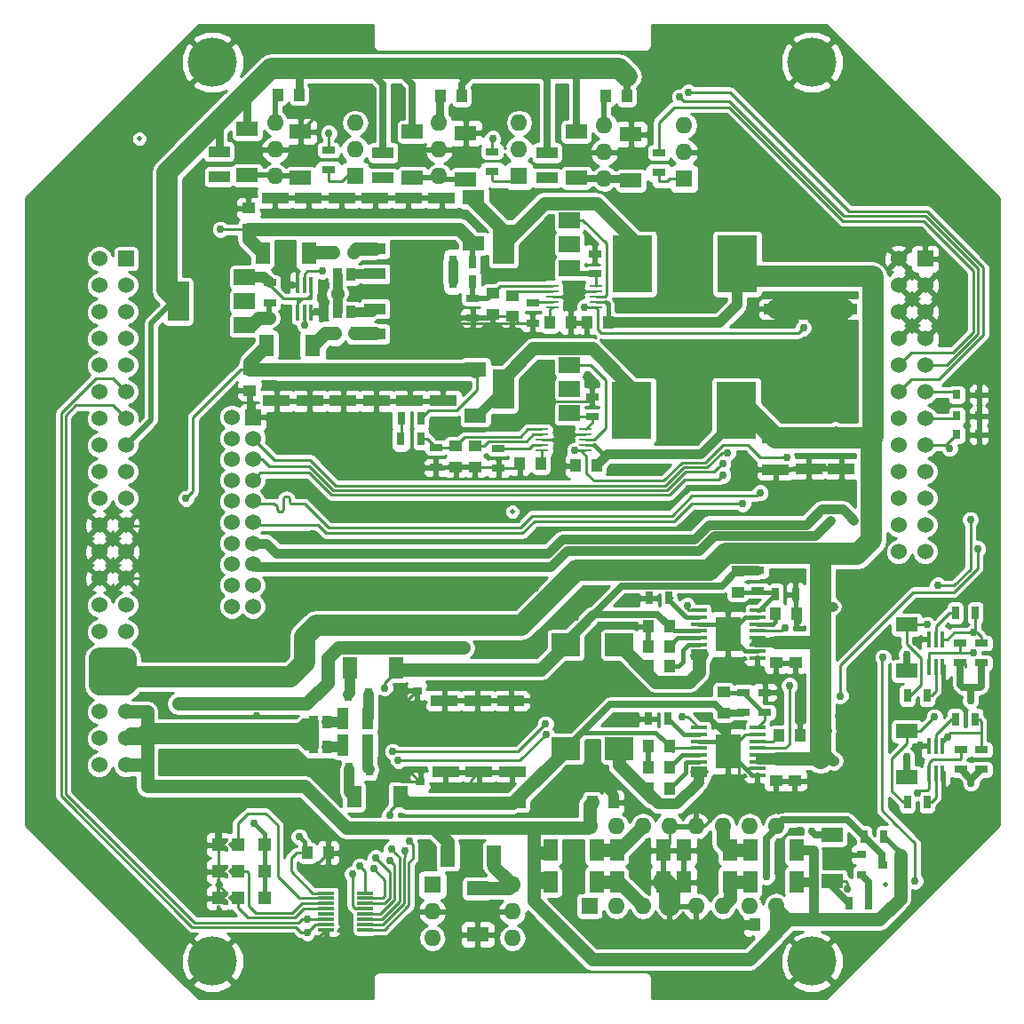
<source format=gbl>
G04 #@! TF.FileFunction,Copper,L2,Bot,Signal*
%FSLAX46Y46*%
G04 Gerber Fmt 4.6, Leading zero omitted, Abs format (unit mm)*
G04 Created by KiCad (PCBNEW 4.0.6) date 12/07/17 21:07:41*
%MOMM*%
%LPD*%
G01*
G04 APERTURE LIST*
%ADD10C,0.100000*%
%ADD11R,2.000000X3.800000*%
%ADD12R,2.000000X1.500000*%
%ADD13R,1.000000X1.250000*%
%ADD14C,4.699000*%
%ADD15R,1.300000X0.700000*%
%ADD16R,1.524000X1.524000*%
%ADD17C,1.524000*%
%ADD18R,0.317500X0.317500*%
%ADD19R,1.270000X1.270000*%
%ADD20R,0.400000X1.500000*%
%ADD21R,3.850000X5.500000*%
%ADD22R,2.700000X2.200000*%
%ADD23R,1.500000X0.308000*%
%ADD24R,1.500000X0.450000*%
%ADD25R,2.410000X3.290000*%
%ADD26R,1.200000X0.270000*%
%ADD27R,1.600000X1.600000*%
%ADD28O,1.600000X1.600000*%
%ADD29R,2.500000X1.000000*%
%ADD30R,1.250000X1.000000*%
%ADD31R,0.700000X1.300000*%
%ADD32R,1.400000X2.100000*%
%ADD33R,0.900000X0.800000*%
%ADD34R,0.800000X0.900000*%
%ADD35R,2.100000X1.400000*%
%ADD36R,2.030000X1.140000*%
%ADD37R,1.140000X2.030000*%
%ADD38R,0.970000X1.270000*%
%ADD39C,0.500000*%
%ADD40C,0.762000*%
%ADD41C,0.508000*%
%ADD42C,0.254000*%
%ADD43C,0.889000*%
%ADD44C,0.635000*%
%ADD45C,2.032000*%
%ADD46C,1.270000*%
%ADD47C,0.381000*%
%ADD48C,0.250000*%
%ADD49C,1.016000*%
%ADD50C,0.762000*%
G04 APERTURE END LIST*
D10*
D11*
X95148000Y-81534000D03*
D12*
X101448000Y-81534000D03*
X101448000Y-83834000D03*
X101448000Y-79234000D03*
D11*
X126136000Y-76073000D03*
D12*
X132436000Y-76073000D03*
X132436000Y-78373000D03*
X132436000Y-73773000D03*
D11*
X126136000Y-89916000D03*
D12*
X132436000Y-89916000D03*
X132436000Y-92216000D03*
X132436000Y-87616000D03*
D13*
X130572000Y-83566000D03*
X132572000Y-83566000D03*
D14*
X98425000Y-58737500D03*
X155575000Y-58737500D03*
X98425000Y-144462500D03*
X155575000Y-144462500D03*
D15*
X150418800Y-107203200D03*
X150418800Y-109103200D03*
D16*
X166370000Y-77490000D03*
D17*
X163830000Y-77490000D03*
X166370000Y-80030000D03*
X163830000Y-80030000D03*
X166370000Y-82570000D03*
X163830000Y-82570000D03*
X166370000Y-85110000D03*
X163830000Y-85110000D03*
X166370000Y-87650000D03*
X163830000Y-87650000D03*
X166370000Y-90190000D03*
X163830000Y-90190000D03*
X166370000Y-92730000D03*
X163830000Y-92730000D03*
X166370000Y-95270000D03*
X163830000Y-95270000D03*
X166370000Y-97810000D03*
X163830000Y-97810000D03*
X166370000Y-100350000D03*
X163830000Y-100350000D03*
X166370000Y-102890000D03*
X163830000Y-102890000D03*
X166370000Y-105430000D03*
X163830000Y-105430000D03*
D18*
X99791520Y-132872480D03*
D19*
X98996500Y-133350000D03*
D10*
G36*
X100203000Y-133667451D02*
X99885549Y-133350000D01*
X100203000Y-133032549D01*
X100520451Y-133350000D01*
X100203000Y-133667451D01*
X100203000Y-133667451D01*
G37*
D19*
X103378000Y-133350000D03*
X100838000Y-133350000D03*
D10*
G36*
X99631500Y-133984951D02*
X99314049Y-133667500D01*
X99631500Y-133350049D01*
X99948951Y-133667500D01*
X99631500Y-133984951D01*
X99631500Y-133984951D01*
G37*
G36*
X99631500Y-133349951D02*
X99314049Y-133032500D01*
X99631500Y-132715049D01*
X99948951Y-133032500D01*
X99631500Y-133349951D01*
X99631500Y-133349951D01*
G37*
D18*
X99791520Y-133827520D03*
X99791520Y-135412480D03*
D19*
X98996500Y-135890000D03*
D10*
G36*
X100203000Y-136207451D02*
X99885549Y-135890000D01*
X100203000Y-135572549D01*
X100520451Y-135890000D01*
X100203000Y-136207451D01*
X100203000Y-136207451D01*
G37*
D19*
X103378000Y-135890000D03*
X100838000Y-135890000D03*
D10*
G36*
X99631500Y-136524951D02*
X99314049Y-136207500D01*
X99631500Y-135890049D01*
X99948951Y-136207500D01*
X99631500Y-136524951D01*
X99631500Y-136524951D01*
G37*
G36*
X99631500Y-135889951D02*
X99314049Y-135572500D01*
X99631500Y-135255049D01*
X99948951Y-135572500D01*
X99631500Y-135889951D01*
X99631500Y-135889951D01*
G37*
D18*
X99791520Y-136367520D03*
X99791520Y-137952480D03*
D19*
X98996500Y-138430000D03*
D10*
G36*
X100203000Y-138747451D02*
X99885549Y-138430000D01*
X100203000Y-138112549D01*
X100520451Y-138430000D01*
X100203000Y-138747451D01*
X100203000Y-138747451D01*
G37*
D19*
X103378000Y-138430000D03*
X100838000Y-138430000D03*
D10*
G36*
X99631500Y-139064951D02*
X99314049Y-138747500D01*
X99631500Y-138430049D01*
X99948951Y-138747500D01*
X99631500Y-139064951D01*
X99631500Y-139064951D01*
G37*
G36*
X99631500Y-138429951D02*
X99314049Y-138112500D01*
X99631500Y-137795049D01*
X99948951Y-138112500D01*
X99631500Y-138429951D01*
X99631500Y-138429951D01*
G37*
D18*
X99791520Y-138907520D03*
D20*
X168036000Y-126552000D03*
X167386000Y-126552000D03*
X166736000Y-126552000D03*
X166736000Y-123892000D03*
X167386000Y-123892000D03*
X168036000Y-123892000D03*
X168036000Y-116392000D03*
X167386000Y-116392000D03*
X166736000Y-116392000D03*
X166736000Y-113732000D03*
X167386000Y-113732000D03*
X168036000Y-113732000D03*
D21*
X148383000Y-91948000D03*
X138383000Y-91948000D03*
X148446500Y-77978000D03*
X138446500Y-77978000D03*
D22*
X137170000Y-114300000D03*
X132070000Y-114300000D03*
X137170000Y-124206000D03*
X132070000Y-124206000D03*
D23*
X112980000Y-137950000D03*
X112980000Y-138450000D03*
X112980000Y-138950000D03*
X112980000Y-139450000D03*
X112980000Y-139950000D03*
X112980000Y-140450000D03*
X112980000Y-140950000D03*
X112980000Y-141450000D03*
X109270000Y-141450000D03*
X109270000Y-140950000D03*
X109270000Y-140450000D03*
X109270000Y-139950000D03*
X109270000Y-139450000D03*
X109270000Y-138950000D03*
X109270000Y-138450000D03*
X109270000Y-137950000D03*
D24*
X144774920Y-124785120D03*
X144774920Y-124134880D03*
X144774920Y-123484640D03*
X144774920Y-122834400D03*
X150368000Y-126725680D03*
X144774920Y-126735840D03*
X144774920Y-126085600D03*
X144774920Y-125435360D03*
X150373080Y-122184160D03*
X150373080Y-122834400D03*
X150373080Y-123484640D03*
X150373080Y-124134880D03*
X150373080Y-124785120D03*
X150373080Y-125435360D03*
X144774920Y-122184160D03*
X150368000Y-126085600D03*
D25*
X147574000Y-124460000D03*
D24*
X144774920Y-113609120D03*
X144774920Y-112958880D03*
X144774920Y-112308640D03*
X144774920Y-111658400D03*
X150368000Y-115549680D03*
X144774920Y-115559840D03*
X144774920Y-114909600D03*
X144774920Y-114259360D03*
X150373080Y-111008160D03*
X150373080Y-111658400D03*
X150373080Y-112308640D03*
X150373080Y-112958880D03*
X150373080Y-113609120D03*
X150373080Y-114259360D03*
X144774920Y-111008160D03*
X150368000Y-114909600D03*
D25*
X147574000Y-113284000D03*
D26*
X129839500Y-93742000D03*
X129839500Y-94242000D03*
X129839500Y-94742000D03*
X129839500Y-95242000D03*
X129839500Y-95742000D03*
X133989500Y-93742000D03*
X133989500Y-94242000D03*
X133989500Y-94742000D03*
X133989500Y-95242000D03*
X133989500Y-95742000D03*
X130792000Y-80089500D03*
X130792000Y-80589500D03*
X130792000Y-81089500D03*
X130792000Y-81589500D03*
X130792000Y-82089500D03*
X134942000Y-80089500D03*
X134942000Y-80589500D03*
X134942000Y-81089500D03*
X134942000Y-81589500D03*
X134942000Y-82089500D03*
D27*
X134366000Y-139192000D03*
D28*
X152146000Y-131572000D03*
X136906000Y-139192000D03*
X149606000Y-131572000D03*
X139446000Y-139192000D03*
X147066000Y-131572000D03*
X141986000Y-139192000D03*
X144526000Y-131572000D03*
X144526000Y-139192000D03*
X141986000Y-131572000D03*
X147066000Y-139192000D03*
X139446000Y-131572000D03*
X149606000Y-139192000D03*
X136906000Y-131572000D03*
X152146000Y-139192000D03*
X134366000Y-131572000D03*
D27*
X119380000Y-137160000D03*
D28*
X127000000Y-142240000D03*
X119380000Y-139700000D03*
X127000000Y-139700000D03*
X119380000Y-142240000D03*
X127000000Y-137160000D03*
D29*
X126873000Y-116610000D03*
X126873000Y-119610000D03*
X123698000Y-116610000D03*
X123698000Y-119610000D03*
X120523000Y-116610000D03*
X120523000Y-119610000D03*
X120650000Y-129389000D03*
X120650000Y-126389000D03*
X123825000Y-129389000D03*
X123825000Y-126389000D03*
X127000000Y-129389000D03*
X127000000Y-126389000D03*
X104521000Y-88035000D03*
X104521000Y-91035000D03*
X110871000Y-88035000D03*
X110871000Y-91035000D03*
X117221000Y-88035000D03*
X117221000Y-91035000D03*
X107696000Y-88035000D03*
X107696000Y-91035000D03*
X114046000Y-88035000D03*
X114046000Y-91035000D03*
X120396000Y-88035000D03*
X120396000Y-91035000D03*
X152082500Y-94575500D03*
X152082500Y-97575500D03*
X155257500Y-94512000D03*
X155257500Y-97512000D03*
X158369000Y-94512000D03*
X158369000Y-97512000D03*
X104394000Y-74652000D03*
X104394000Y-71652000D03*
X110744000Y-74652000D03*
X110744000Y-71652000D03*
X117094000Y-74652000D03*
X117094000Y-71652000D03*
X107569000Y-74652000D03*
X107569000Y-71652000D03*
X113919000Y-74652000D03*
X113919000Y-71652000D03*
X120269000Y-74652000D03*
X120269000Y-71652000D03*
X152273000Y-79272000D03*
X152273000Y-82272000D03*
X155448000Y-79272000D03*
X155448000Y-82272000D03*
X158623000Y-79272000D03*
X158623000Y-82272000D03*
D27*
X112014000Y-69596000D03*
D28*
X104394000Y-64516000D03*
X112014000Y-67056000D03*
X104394000Y-67056000D03*
X112014000Y-64516000D03*
X104394000Y-69596000D03*
D27*
X127635000Y-69596000D03*
D28*
X120015000Y-64516000D03*
X127635000Y-67056000D03*
X120015000Y-67056000D03*
X127635000Y-64516000D03*
X120015000Y-69596000D03*
D27*
X143383000Y-69850000D03*
D28*
X135763000Y-64770000D03*
X143383000Y-67310000D03*
X135763000Y-67310000D03*
X143383000Y-64770000D03*
X135763000Y-69850000D03*
D13*
X107458000Y-134112000D03*
X109458000Y-134112000D03*
X136128000Y-83566000D03*
X134128000Y-83566000D03*
D30*
X101854000Y-74660000D03*
X101854000Y-72660000D03*
X127000000Y-80991200D03*
X127000000Y-82991200D03*
X125120400Y-82788000D03*
X125120400Y-80788000D03*
D13*
X135048500Y-97218500D03*
X133048500Y-97218500D03*
D30*
X101981000Y-88027000D03*
X101981000Y-90027000D03*
D13*
X129714500Y-97028000D03*
X127714500Y-97028000D03*
D30*
X123444000Y-95329500D03*
X123444000Y-97329500D03*
X121602500Y-97329500D03*
X121602500Y-95329500D03*
X152146000Y-125238000D03*
X152146000Y-127238000D03*
X153924000Y-125238000D03*
X153924000Y-127238000D03*
D13*
X139970000Y-128016000D03*
X141970000Y-128016000D03*
D30*
X147129500Y-120761000D03*
X147129500Y-118761000D03*
D13*
X152416000Y-122936000D03*
X154416000Y-122936000D03*
X141970000Y-125984000D03*
X139970000Y-125984000D03*
X141970000Y-123952000D03*
X139970000Y-123952000D03*
D30*
X152146000Y-113998500D03*
X152146000Y-115998500D03*
X153987500Y-113998500D03*
X153987500Y-115998500D03*
D13*
X139970000Y-116332000D03*
X141970000Y-116332000D03*
D30*
X148488400Y-107254800D03*
X148488400Y-109254800D03*
D13*
X152098500Y-111315500D03*
X154098500Y-111315500D03*
X141970000Y-114427000D03*
X139970000Y-114427000D03*
X141970000Y-112522000D03*
X139970000Y-112522000D03*
X136636000Y-129286000D03*
X134636000Y-129286000D03*
X152091900Y-140944600D03*
X150091900Y-140944600D03*
X106664000Y-61849000D03*
X104664000Y-61849000D03*
X122158000Y-61976000D03*
X120158000Y-61976000D03*
X137906000Y-61976000D03*
X135906000Y-61976000D03*
D15*
X134874000Y-77028000D03*
X134874000Y-78928000D03*
D31*
X121325600Y-77749400D03*
X123225600Y-77749400D03*
D15*
X128930400Y-81701600D03*
X128930400Y-83601600D03*
X123215400Y-81219000D03*
X123215400Y-83119000D03*
D31*
X123238300Y-79667100D03*
X121338300Y-79667100D03*
D15*
X134620000Y-90617000D03*
X134620000Y-92517000D03*
D31*
X116398000Y-92710000D03*
X118298000Y-92710000D03*
D15*
X125666500Y-95570000D03*
X125666500Y-97470000D03*
X119722900Y-95468400D03*
X119722900Y-97368400D03*
D31*
X118285300Y-94665800D03*
X116385300Y-94665800D03*
X109921000Y-76835000D03*
X111821000Y-76835000D03*
X110048000Y-84582000D03*
X111948000Y-84582000D03*
D15*
X149034500Y-120711000D03*
X149034500Y-118811000D03*
X151066500Y-120711000D03*
X151066500Y-118811000D03*
D31*
X141856500Y-121348500D03*
X139956500Y-121348500D03*
X152085000Y-109474000D03*
X153985000Y-109474000D03*
X141920000Y-109829600D03*
X140020000Y-109829600D03*
X111445000Y-126174500D03*
X113345000Y-126174500D03*
X111381500Y-118999000D03*
X113281500Y-118999000D03*
D15*
X109474000Y-69022000D03*
X109474000Y-67122000D03*
X125095000Y-69149000D03*
X125095000Y-67249000D03*
X140970000Y-69276000D03*
X140970000Y-67376000D03*
X169799000Y-124272000D03*
X169799000Y-126172000D03*
X171704000Y-126172000D03*
X171704000Y-124272000D03*
X169672000Y-114112000D03*
X169672000Y-116012000D03*
X171704000Y-116012000D03*
X171704000Y-114112000D03*
D31*
X169230000Y-121412000D03*
X171130000Y-121412000D03*
X169230000Y-111252000D03*
X171130000Y-111252000D03*
X166558000Y-129286000D03*
X164658000Y-129286000D03*
X166558000Y-119126000D03*
X164658000Y-119126000D03*
X160970000Y-138938000D03*
X159070000Y-138938000D03*
X160543200Y-132588000D03*
X162443200Y-132588000D03*
D32*
X111909500Y-128778000D03*
X116309500Y-128778000D03*
X111528500Y-116459000D03*
X115928500Y-116459000D03*
D33*
X118237000Y-127347000D03*
X118237000Y-129447000D03*
X117919500Y-116552000D03*
X117919500Y-118652000D03*
D34*
X169384000Y-92456000D03*
X171484000Y-92456000D03*
X169384000Y-90424000D03*
X171484000Y-90424000D03*
X169384000Y-94234000D03*
X171484000Y-94234000D03*
D35*
X123317000Y-76025100D03*
X123317000Y-71625100D03*
X123474480Y-88018260D03*
X123474480Y-92418260D03*
D32*
X107610000Y-76962000D03*
X103210000Y-76962000D03*
X107991000Y-85725000D03*
X103591000Y-85725000D03*
X120863000Y-134429500D03*
X125263000Y-134429500D03*
D35*
X123698000Y-137500000D03*
X123698000Y-141900000D03*
D32*
X154092000Y-136906000D03*
X149692000Y-136906000D03*
X130642000Y-136906000D03*
X135042000Y-136906000D03*
X130642000Y-133858000D03*
X135042000Y-133858000D03*
X154092000Y-133858000D03*
X149692000Y-133858000D03*
X147742000Y-136906000D03*
X143342000Y-136906000D03*
X136992000Y-136906000D03*
X141392000Y-136906000D03*
X136992000Y-133858000D03*
X141392000Y-133858000D03*
X147742000Y-133858000D03*
X143342000Y-133858000D03*
D35*
X101727000Y-65110000D03*
X101727000Y-69510000D03*
X106807000Y-69764000D03*
X106807000Y-65364000D03*
X117475000Y-65364000D03*
X117475000Y-69764000D03*
X122555000Y-69891000D03*
X122555000Y-65491000D03*
X133096000Y-65364000D03*
X133096000Y-69764000D03*
X138303000Y-70018000D03*
X138303000Y-65618000D03*
X164592000Y-126914000D03*
X164592000Y-122514000D03*
X164592000Y-116754000D03*
X164592000Y-112354000D03*
X157480000Y-132420000D03*
X157480000Y-136820000D03*
D36*
X113919000Y-78924000D03*
X113919000Y-76524000D03*
X113919000Y-82239000D03*
X113919000Y-84639000D03*
D37*
X110814000Y-123825000D03*
X113214000Y-123825000D03*
X110814000Y-121285000D03*
X113214000Y-121285000D03*
D36*
X99060000Y-69653000D03*
X99060000Y-67253000D03*
X114681000Y-69780000D03*
X114681000Y-67380000D03*
X130302000Y-69780000D03*
X130302000Y-67380000D03*
D20*
X107838000Y-82610000D03*
X107188000Y-82610000D03*
X106538000Y-82610000D03*
X106538000Y-79950000D03*
X107188000Y-79950000D03*
X107838000Y-79950000D03*
D33*
X160290000Y-136200000D03*
X160290000Y-134300000D03*
X162290000Y-135250000D03*
D15*
X103875840Y-81661040D03*
X103875840Y-79761040D03*
D16*
X102263450Y-92600000D03*
D17*
X100263450Y-92600000D03*
X102263450Y-94600000D03*
X100263450Y-94600000D03*
X102263450Y-96600000D03*
X100263450Y-96600000D03*
X102263450Y-98600000D03*
X100263450Y-98600000D03*
X102263450Y-100600000D03*
X100263450Y-100600000D03*
X102263450Y-102600000D03*
X100263450Y-102600000D03*
X102263450Y-104600000D03*
X100263450Y-104600000D03*
X102263450Y-106600000D03*
X100263450Y-106600000D03*
X102263450Y-108600000D03*
X100263450Y-108600000D03*
X102263450Y-110600000D03*
X100263450Y-110600000D03*
D16*
X90170000Y-77470000D03*
D17*
X87630000Y-77470000D03*
X90170000Y-80010000D03*
X87630000Y-80010000D03*
X90170000Y-82550000D03*
X87630000Y-82550000D03*
X90170000Y-85090000D03*
X87630000Y-85090000D03*
X90170000Y-87630000D03*
X87630000Y-87630000D03*
X90170000Y-90170000D03*
X87630000Y-90170000D03*
X90170000Y-92710000D03*
X87630000Y-92710000D03*
X90170000Y-95250000D03*
X87630000Y-95250000D03*
X90170000Y-97790000D03*
X87630000Y-97790000D03*
X90170000Y-100330000D03*
X87630000Y-100330000D03*
X90170000Y-102870000D03*
X87630000Y-102870000D03*
X90170000Y-105410000D03*
X87630000Y-105410000D03*
X90170000Y-107950000D03*
X87630000Y-107950000D03*
X90170000Y-110490000D03*
X87630000Y-110490000D03*
X90170000Y-113030000D03*
X87630000Y-113030000D03*
X90170000Y-115570000D03*
X87630000Y-115570000D03*
X90170000Y-118110000D03*
X87630000Y-118110000D03*
X90170000Y-120650000D03*
X87630000Y-120650000D03*
X90170000Y-123190000D03*
X87630000Y-123190000D03*
X90170000Y-125730000D03*
X87630000Y-125730000D03*
D38*
X110358000Y-82550000D03*
X111638000Y-82550000D03*
X111638000Y-78994000D03*
X110358000Y-78994000D03*
X109301200Y-124053600D03*
X108021200Y-124053600D03*
X109301200Y-121666000D03*
X108021200Y-121666000D03*
D39*
X162560000Y-137160000D03*
X127000000Y-101600000D03*
X91440000Y-66040000D03*
D40*
X115582710Y-121107200D03*
X113703100Y-128270000D03*
X132581534Y-121765326D03*
X145707100Y-121196100D03*
X148729700Y-141224000D03*
X119380000Y-84963000D03*
X128917700Y-91173300D03*
X102616000Y-121094510D03*
X105813860Y-125407420D03*
X85648800Y-92608400D03*
X120802400Y-93019880D03*
X120396000Y-91035000D03*
X128473200Y-76809600D03*
X172212000Y-96799400D03*
X121384060Y-122323860D03*
X105648760Y-85618320D03*
X108331000Y-82550000D03*
X131495800Y-94742000D03*
X149402800Y-98425000D03*
X129179460Y-108859460D03*
X95656400Y-102971600D03*
X93980000Y-109829600D03*
X139801600Y-87172800D03*
X142646400Y-80924400D03*
X143408400Y-73152000D03*
X141833600Y-93726000D03*
X137922000Y-97409000D03*
X131318000Y-97536000D03*
X124460000Y-109220000D03*
X132993529Y-111644829D03*
X134859922Y-114031922D03*
X107569000Y-71652000D03*
X114046000Y-91035000D03*
X156616400Y-97345449D03*
X107886500Y-109283500D03*
X107950000Y-103695500D03*
X117094000Y-126365000D03*
X134859922Y-114031922D03*
X134620000Y-90617000D03*
X134874000Y-77028000D03*
X108331000Y-82550000D03*
X105918000Y-80010000D03*
X159486600Y-108331000D03*
X92075000Y-138112500D03*
X161925000Y-65087500D03*
X152654000Y-130048000D03*
X154432000Y-131953000D03*
X152400000Y-133096000D03*
X98996500Y-125793500D03*
X100076000Y-129794000D03*
X132842000Y-127050800D03*
X134366000Y-125095000D03*
X139970000Y-112522000D03*
X134175500Y-116205000D03*
X116268500Y-63182500D03*
X112585500Y-62992000D03*
X152273000Y-82272000D03*
X122999500Y-127889000D03*
X147726400Y-123647200D03*
X155768000Y-127254000D03*
X108356400Y-142290800D03*
X98996500Y-138430000D03*
X128930400Y-83601600D03*
X123444000Y-97329500D03*
X147574000Y-113284000D03*
X154279600Y-111963200D03*
X140020000Y-109829600D03*
X139956500Y-121348500D03*
X139970000Y-123952000D03*
X158051500Y-121031000D03*
X153987500Y-91059000D03*
X132842000Y-81153000D03*
X153985000Y-109474000D03*
X158242000Y-134112000D03*
X107696000Y-135890000D03*
X165862000Y-123825000D03*
X168402000Y-118110000D03*
X165481000Y-114046000D03*
X152400000Y-76708000D03*
X166878000Y-110490000D03*
X99187000Y-74663300D03*
X113792000Y-135636000D03*
X95902780Y-100324920D03*
X113944400Y-134569200D03*
X120863000Y-134429500D03*
X163982400Y-134366000D03*
X170738800Y-127472400D03*
X170688000Y-119634000D03*
X99060000Y-69653000D03*
X114681000Y-69780000D03*
X130302000Y-69780000D03*
X122466098Y-114477800D03*
X95199200Y-119888000D03*
X106680000Y-132588000D03*
X102362000Y-131318000D03*
X155575000Y-132080000D03*
X164592000Y-115189000D03*
X164592000Y-124968000D03*
X143764000Y-61579803D03*
X109524800Y-65481200D03*
X142944185Y-62064760D03*
X125120400Y-65989200D03*
X165379400Y-136812020D03*
X162356800Y-115468400D03*
X147511796Y-95970762D03*
X147081250Y-98126035D03*
X147081250Y-96982151D03*
X148971000Y-100838010D03*
X150606760Y-99771200D03*
X157353000Y-102425500D03*
X159562798Y-102387400D03*
X111760000Y-136144000D03*
X157668000Y-125349000D03*
X157795000Y-79248000D03*
X157795000Y-93853000D03*
X157541000Y-110617000D03*
X158267400Y-119151400D03*
X171366198Y-105102976D03*
X167538400Y-108585000D03*
X170667688Y-102364540D03*
X112470682Y-135382518D03*
X107454000Y-140450000D03*
X107442000Y-141732000D03*
X115303290Y-130505200D03*
X116789200Y-133959600D03*
X114833400Y-118389400D03*
X115366800Y-134874000D03*
X116137223Y-125323357D03*
X130217259Y-122834196D03*
X143205200Y-121107200D03*
X117195600Y-132994400D03*
X115608100Y-124472700D03*
X130174998Y-121843800D03*
X143662400Y-110553543D03*
X115468400Y-133756400D03*
X132436000Y-73773000D03*
X132368000Y-78359000D03*
X153416000Y-118173500D03*
X152971500Y-112649000D03*
X151257000Y-136398000D03*
X166538000Y-112354000D03*
X168706821Y-95567500D03*
X167259000Y-121158000D03*
X165608000Y-128397000D03*
X168529000Y-123063000D03*
X170939450Y-115077788D03*
X170939450Y-113101102D03*
X110302040Y-80812640D03*
X103840280Y-83103720D03*
X133878897Y-82080629D03*
X108932906Y-78646280D03*
X154749500Y-84074000D03*
X153172160Y-96403160D03*
X107230395Y-83778509D03*
X132956300Y-95770700D03*
X132436000Y-87616000D03*
X132436000Y-92216000D03*
X158940500Y-137546090D03*
D41*
X102263450Y-92600000D02*
X101981000Y-92317550D01*
X101981000Y-92317550D02*
X101981000Y-90027000D01*
D42*
X115582710Y-120938790D02*
X115582710Y-121107200D01*
X117869500Y-118652000D02*
X115582710Y-120938790D01*
X117919500Y-118652000D02*
X117869500Y-118652000D01*
D41*
X115582721Y-126466598D02*
X115506502Y-126466598D01*
X115506502Y-126466598D02*
X113703100Y-128270000D01*
D42*
X115963720Y-126847597D02*
X115582721Y-126466598D01*
X116463123Y-127347000D02*
X115963720Y-126847597D01*
X118237000Y-127347000D02*
X116463123Y-127347000D01*
X134175500Y-116205000D02*
X132581534Y-117798966D01*
X132581534Y-121226511D02*
X132581534Y-121765326D01*
X132581534Y-117798966D02*
X132581534Y-121226511D01*
D41*
X147726400Y-123647200D02*
X147726400Y-123215400D01*
X147726400Y-123215400D02*
X145707100Y-121196100D01*
D43*
X150091900Y-140944600D02*
X149009100Y-140944600D01*
X149009100Y-140944600D02*
X148729700Y-141224000D01*
D42*
X128930400Y-83601600D02*
X120741400Y-83601600D01*
X120741400Y-83601600D02*
X119380000Y-84963000D01*
X98996500Y-125793500D02*
X105427780Y-125793500D01*
X105427780Y-125793500D02*
X105813860Y-125407420D01*
X86868001Y-101955601D02*
X85648800Y-100736400D01*
X85648800Y-100736400D02*
X85648800Y-92608400D01*
X87630000Y-102870000D02*
X86868001Y-102108001D01*
X86868001Y-102108001D02*
X86868001Y-101955601D01*
X128473200Y-76809600D02*
X128473200Y-76779120D01*
X171678601Y-96791781D02*
X172212000Y-96799400D01*
X171484000Y-94234000D02*
X171484000Y-96597180D01*
X171484000Y-96597180D02*
X171678601Y-96791781D01*
X97233740Y-93083380D02*
X100290120Y-90027000D01*
X100290120Y-90027000D02*
X101981000Y-90027000D01*
X97233740Y-100855445D02*
X97233740Y-93083380D01*
X95656400Y-102971600D02*
X95656400Y-102432785D01*
X95656400Y-102432785D02*
X97233740Y-100855445D01*
X95656400Y-102971600D02*
X90271600Y-102971600D01*
X90271600Y-102971600D02*
X90170000Y-102870000D01*
X120523000Y-119610000D02*
X120523000Y-121462800D01*
X120523000Y-121462800D02*
X121384060Y-122323860D01*
X141833600Y-93726000D02*
X141833600Y-89204800D01*
X141833600Y-89204800D02*
X139801600Y-87172800D01*
X134620000Y-90617000D02*
X134609880Y-90617000D01*
X134609880Y-90617000D02*
X134172960Y-91053920D01*
X131495800Y-94081600D02*
X131495800Y-94742000D01*
X130556000Y-93141800D02*
X131495800Y-94081600D01*
X130556000Y-91622880D02*
X130556000Y-93141800D01*
X131124960Y-91053920D02*
X130556000Y-91622880D01*
X134172960Y-91053920D02*
X131124960Y-91053920D01*
X133989500Y-94242000D02*
X131995800Y-94242000D01*
X131995800Y-94242000D02*
X131495800Y-94742000D01*
X129839500Y-94742000D02*
X131495800Y-94742000D01*
X152082500Y-97575500D02*
X150252300Y-97575500D01*
X150252300Y-97575500D02*
X149402800Y-98425000D01*
X128818920Y-109220000D02*
X129179460Y-108859460D01*
X124460000Y-109220000D02*
X128818920Y-109220000D01*
X90170000Y-107950000D02*
X92100400Y-107950000D01*
X92100400Y-107950000D02*
X93980000Y-109829600D01*
X142646400Y-80924400D02*
X142646400Y-73914000D01*
X142646400Y-73914000D02*
X143408400Y-73152000D01*
X137922000Y-97409000D02*
X138460815Y-97409000D01*
X138460815Y-97409000D02*
X138480800Y-97428985D01*
X133048500Y-97218500D02*
X131635500Y-97218500D01*
X131635500Y-97218500D02*
X131318000Y-97536000D01*
D41*
X123215400Y-83119000D02*
X124789400Y-83119000D01*
X124789400Y-83119000D02*
X125120400Y-82788000D01*
D42*
X156077585Y-97345449D02*
X156616400Y-97345449D01*
X155257500Y-97512000D02*
X155424051Y-97345449D01*
X155424051Y-97345449D02*
X156077585Y-97345449D01*
X117205000Y-126365000D02*
X117094000Y-126365000D01*
X118187000Y-127347000D02*
X117205000Y-126365000D01*
X117094000Y-126238002D02*
X117094000Y-126365000D01*
X118237000Y-127347000D02*
X118187000Y-127347000D01*
X117094002Y-126238000D02*
X117094000Y-126238002D01*
X117128000Y-126238000D02*
X117094002Y-126238000D01*
X134478923Y-114412921D02*
X134859922Y-114031922D01*
X134175500Y-114716344D02*
X134478923Y-114412921D01*
X134175500Y-116205000D02*
X134175500Y-114716344D01*
X107838000Y-82610000D02*
X108271000Y-82610000D01*
X108271000Y-82610000D02*
X108331000Y-82550000D01*
X106538000Y-79950000D02*
X105978000Y-79950000D01*
X105978000Y-79950000D02*
X105918000Y-80010000D01*
X155257500Y-97512000D02*
X152146000Y-97512000D01*
X152146000Y-97512000D02*
X152082500Y-97575500D01*
X98425000Y-144462500D02*
X92075000Y-138112500D01*
X155575000Y-58737500D02*
X161925000Y-65087500D01*
X153924000Y-128778000D02*
X153924000Y-127238000D01*
X152654000Y-130048000D02*
X153924000Y-128778000D01*
X153543000Y-131953000D02*
X154432000Y-131953000D01*
X152400000Y-133096000D02*
X153543000Y-131953000D01*
D44*
X98996500Y-133350000D02*
X98996500Y-130873500D01*
X98996500Y-125793500D02*
X99187000Y-125793500D01*
X98996500Y-130873500D02*
X100076000Y-129794000D01*
D43*
X136636000Y-128558800D02*
X135483600Y-127406400D01*
X135483600Y-127406400D02*
X133197600Y-127406400D01*
X133197600Y-127406400D02*
X132842000Y-127050800D01*
X136636000Y-129286000D02*
X136636000Y-128558800D01*
D42*
X106807000Y-65364000D02*
X109918500Y-62252500D01*
X116268500Y-63182500D02*
X116268500Y-63119000D01*
X111846000Y-62252500D02*
X112585500Y-62992000D01*
X109918500Y-62252500D02*
X111846000Y-62252500D01*
D45*
X155448000Y-82272000D02*
X152273000Y-82272000D01*
D42*
X123825000Y-126389000D02*
X122999500Y-127214500D01*
X122999500Y-127214500D02*
X122999500Y-127889000D01*
X145288000Y-131572000D02*
X148590000Y-128270000D01*
X148590000Y-128270000D02*
X148590000Y-125730000D01*
X147726400Y-123647200D02*
X147574000Y-123799600D01*
X147574000Y-123799600D02*
X147574000Y-124460000D01*
D46*
X155768000Y-127254000D02*
X155752800Y-127254000D01*
D42*
X109270000Y-141450000D02*
X109197200Y-141450000D01*
X109197200Y-141450000D02*
X108356400Y-142290800D01*
X127000000Y-82991200D02*
X125323600Y-82991200D01*
X125323600Y-82991200D02*
X125120400Y-82788000D01*
X128930400Y-83601600D02*
X127610400Y-83601600D01*
X127610400Y-83601600D02*
X127000000Y-82991200D01*
X121602500Y-97329500D02*
X121552500Y-97279500D01*
X121552500Y-97279500D02*
X119697500Y-97279500D01*
X123444000Y-97329500D02*
X121602500Y-97329500D01*
X125666500Y-97470000D02*
X125526000Y-97329500D01*
X125526000Y-97329500D02*
X123444000Y-97329500D01*
X127714500Y-97028000D02*
X127272500Y-97470000D01*
X127272500Y-97470000D02*
X125666500Y-97470000D01*
D45*
X141392000Y-136906000D02*
X141986000Y-137500000D01*
X141986000Y-137500000D02*
X141986000Y-139192000D01*
D47*
X150368000Y-126725680D02*
X149839680Y-126725680D01*
X149839680Y-126725680D02*
X147574000Y-124460000D01*
X144774920Y-112308640D02*
X146598640Y-112308640D01*
X146598640Y-112308640D02*
X147574000Y-113284000D01*
D44*
X154098500Y-111315500D02*
X154279600Y-111496600D01*
X154279600Y-111496600D02*
X154279600Y-111963200D01*
D47*
X150368000Y-114909600D02*
X149199600Y-114909600D01*
X149199600Y-114909600D02*
X147574000Y-113284000D01*
X144774920Y-123484640D02*
X146598640Y-123484640D01*
X146598640Y-123484640D02*
X147574000Y-124460000D01*
D42*
X141392000Y-133858000D02*
X141986000Y-133264000D01*
X141986000Y-133264000D02*
X141986000Y-131572000D01*
X149199600Y-114909600D02*
X147574000Y-113284000D01*
D45*
X158623000Y-82272000D02*
X155448000Y-82272000D01*
D42*
X130792000Y-81089500D02*
X132778500Y-81089500D01*
X133405500Y-80589500D02*
X132842000Y-81153000D01*
X133405500Y-80589500D02*
X134942000Y-80589500D01*
X132778500Y-81089500D02*
X132842000Y-81153000D01*
D47*
X150373080Y-111658400D02*
X149199600Y-111658400D01*
X149199600Y-111658400D02*
X147574000Y-113284000D01*
D42*
X149839680Y-126725680D02*
X147574000Y-124460000D01*
X150368000Y-126085600D02*
X149199600Y-126085600D01*
X149199600Y-126085600D02*
X147574000Y-124460000D01*
X150373080Y-122834400D02*
X149199600Y-122834400D01*
X149199600Y-122834400D02*
X147574000Y-124460000D01*
X150373080Y-111658400D02*
X150474680Y-111760000D01*
X158496000Y-134366000D02*
X160172000Y-134366000D01*
X158242000Y-134112000D02*
X158496000Y-134366000D01*
X109708000Y-134112000D02*
X109474000Y-134112000D01*
X109474000Y-134112000D02*
X107696000Y-135890000D01*
X168036000Y-126552000D02*
X168021000Y-126567000D01*
X168021000Y-126567000D02*
X168021000Y-127762000D01*
X168021000Y-127762000D02*
X168402000Y-128143000D01*
X166497000Y-123892000D02*
X165929000Y-123892000D01*
X165929000Y-123892000D02*
X165862000Y-123825000D01*
X168036000Y-116392000D02*
X168036000Y-117744000D01*
X168036000Y-117744000D02*
X168402000Y-118110000D01*
X165989000Y-113792000D02*
X166049000Y-113732000D01*
X166049000Y-113732000D02*
X166736000Y-113732000D01*
X165795000Y-113732000D02*
X166736000Y-113732000D01*
X165481000Y-114046000D02*
X165795000Y-113732000D01*
X144526000Y-131572000D02*
X145288000Y-131572000D01*
X148590000Y-125730000D02*
X147574000Y-124460000D01*
X139720000Y-125984000D02*
X140081000Y-125984000D01*
X144774920Y-112308640D02*
X144734280Y-112268000D01*
X168036000Y-126552000D02*
X168036000Y-127142000D01*
X166176000Y-123892000D02*
X166497000Y-123892000D01*
X166497000Y-123892000D02*
X166736000Y-123892000D01*
X148510000Y-123825000D02*
X146859000Y-124460000D01*
X146859000Y-124460000D02*
X147574000Y-124460000D01*
X146598640Y-123484640D02*
X147574000Y-124460000D01*
X148082000Y-123952000D02*
X147574000Y-124460000D01*
X146859000Y-113284000D02*
X147574000Y-113284000D01*
X146598640Y-112308640D02*
X147574000Y-113284000D01*
X99791520Y-133827520D02*
X99631500Y-133667500D01*
X99631500Y-133667500D02*
X98996500Y-133350000D01*
X99791520Y-138907520D02*
X99474020Y-138907520D01*
X99474020Y-138907520D02*
X98996500Y-138430000D01*
X146598640Y-123484640D02*
X147574000Y-124460000D01*
X98996500Y-133794500D02*
X98996500Y-133350000D01*
X98996500Y-135890000D02*
X98996500Y-133350000D01*
X98996500Y-135890000D02*
X99314000Y-135890000D01*
X99314000Y-135890000D02*
X99791520Y-136367520D01*
X98996500Y-135890000D02*
X98996500Y-137157460D01*
X98996500Y-137157460D02*
X99791520Y-137952480D01*
X99791520Y-137952480D02*
X99474020Y-137952480D01*
X99474020Y-137952480D02*
X98996500Y-138430000D01*
X99474020Y-137952480D02*
X98996500Y-138430000D01*
X99791520Y-135412480D02*
X99474020Y-135412480D01*
X99474020Y-135412480D02*
X98996500Y-135890000D01*
X99791520Y-132872480D02*
X99474020Y-132872480D01*
X99474020Y-132872480D02*
X98996500Y-133350000D01*
D48*
X146598640Y-112308640D02*
X147574000Y-113284000D01*
D42*
X132436900Y-83734400D02*
X133858000Y-83734400D01*
X132436900Y-83734400D02*
X133858000Y-83734400D01*
X101854000Y-74660000D02*
X99190300Y-74660000D01*
X99190300Y-74660000D02*
X99187000Y-74663300D01*
X114661000Y-138450000D02*
X114846100Y-138264900D01*
X112980000Y-138450000D02*
X114661000Y-138450000D01*
X114846100Y-136690100D02*
X113792000Y-135636000D01*
X114846100Y-138264900D02*
X114846100Y-136690100D01*
D46*
X123317000Y-76025100D02*
X121943900Y-74652000D01*
X121943900Y-74652000D02*
X120269000Y-74652000D01*
D41*
X123225600Y-77749400D02*
X123225600Y-76116500D01*
X123225600Y-76116500D02*
X123317000Y-76025100D01*
D42*
X123317000Y-76025100D02*
X123317000Y-76368000D01*
D46*
X103210000Y-76962000D02*
X101854000Y-75606000D01*
X101854000Y-75606000D02*
X101854000Y-74660000D01*
X104394000Y-74652000D02*
X101862000Y-74652000D01*
X101862000Y-74652000D02*
X101854000Y-74660000D01*
X107569000Y-74652000D02*
X104394000Y-74652000D01*
X110744000Y-74652000D02*
X107569000Y-74652000D01*
X113919000Y-74652000D02*
X110744000Y-74652000D01*
X117094000Y-74652000D02*
X113919000Y-74652000D01*
X120269000Y-74652000D02*
X117094000Y-74652000D01*
D43*
X104394000Y-74652000D02*
X104386000Y-74660000D01*
D42*
X115354056Y-135978856D02*
X114325399Y-134950199D01*
X115354056Y-138385577D02*
X115354056Y-135978856D01*
X114789633Y-138950000D02*
X115354056Y-138385577D01*
X112980000Y-138950000D02*
X114789633Y-138950000D01*
X114325399Y-134950199D02*
X113944400Y-134569200D01*
X118298000Y-92710000D02*
X119044760Y-91963240D01*
X123647200Y-88190980D02*
X123474480Y-88018260D01*
X119044760Y-91963240D02*
X121676160Y-91963240D01*
X121676160Y-91963240D02*
X123647200Y-89992200D01*
X123647200Y-89992200D02*
X123647200Y-88190980D01*
X101981000Y-88027000D02*
X101102000Y-88027000D01*
X101102000Y-88027000D02*
X96558100Y-92570900D01*
X96558100Y-92570900D02*
X96558100Y-99669600D01*
X96558100Y-99669600D02*
X95902780Y-100324920D01*
D46*
X101981000Y-88027000D02*
X101981000Y-87335000D01*
X101981000Y-87335000D02*
X103591000Y-85725000D01*
X104521000Y-88035000D02*
X104513000Y-88027000D01*
X104513000Y-88027000D02*
X101981000Y-88027000D01*
X107696000Y-88035000D02*
X104521000Y-88035000D01*
X110871000Y-88035000D02*
X107696000Y-88035000D01*
X114046000Y-88035000D02*
X110871000Y-88035000D01*
X117221000Y-88035000D02*
X114046000Y-88035000D01*
X120396000Y-88035000D02*
X117221000Y-88035000D01*
X123444000Y-88224000D02*
X123255000Y-88035000D01*
X123255000Y-88035000D02*
X120396000Y-88035000D01*
X152146000Y-139192000D02*
X152146000Y-141732000D01*
X152146000Y-141732000D02*
X151904700Y-141973300D01*
D41*
X163982400Y-134366000D02*
X163982400Y-134127200D01*
X163982400Y-134127200D02*
X162443200Y-132588000D01*
D46*
X155702000Y-140462000D02*
X161988500Y-140462000D01*
X161988500Y-140462000D02*
X163982400Y-138468100D01*
X163982400Y-138468100D02*
X163982400Y-137134600D01*
X163982400Y-137134600D02*
X163982400Y-134366000D01*
D43*
X152146000Y-139192000D02*
X153365200Y-140411200D01*
X153365200Y-140411200D02*
X153365200Y-140462000D01*
X155702000Y-140462000D02*
X155702000Y-137071100D01*
X155702000Y-137071100D02*
X155702000Y-133879000D01*
X154092000Y-136906000D02*
X155681000Y-136906000D01*
X155681000Y-136906000D02*
X155702000Y-136927000D01*
X155702000Y-136927000D02*
X155702000Y-137071100D01*
X155702000Y-133879000D02*
X155681000Y-133858000D01*
X155681000Y-133858000D02*
X154092000Y-133858000D01*
D46*
X155702000Y-140462000D02*
X153365200Y-140462000D01*
X153365200Y-140462000D02*
X151853900Y-141973300D01*
X151853900Y-141973300D02*
X151904700Y-141973300D01*
X149606000Y-144272000D02*
X151904700Y-141973300D01*
D43*
X152091900Y-140944600D02*
X152091900Y-139246100D01*
X152091900Y-139246100D02*
X152146000Y-139192000D01*
D46*
X92202000Y-123190000D02*
X92202000Y-125730000D01*
D44*
X170738800Y-127137200D02*
X171704000Y-126172000D01*
X108021200Y-124053600D02*
X107340400Y-124053600D01*
X106070400Y-122783600D02*
X106070400Y-122732800D01*
X107340400Y-124053600D02*
X106070400Y-122783600D01*
X108021200Y-121666000D02*
X107137200Y-121666000D01*
X107137200Y-121666000D02*
X106070400Y-122732800D01*
X106070400Y-122732800D02*
X106019600Y-122783600D01*
D45*
X107238800Y-122783600D02*
X106019600Y-122783600D01*
X106019600Y-122783600D02*
X92202000Y-122783600D01*
D46*
X92202000Y-122783600D02*
X90576400Y-122783600D01*
X90576400Y-122783600D02*
X90170000Y-123190000D01*
D49*
X108021200Y-121666000D02*
X108021200Y-122783600D01*
X108021200Y-122783600D02*
X108021200Y-124053600D01*
D44*
X170738800Y-127472400D02*
X170738800Y-127137200D01*
X170738800Y-127111800D02*
X169799000Y-126172000D01*
X120863000Y-134610200D02*
X120863000Y-134429500D01*
D46*
X120863000Y-134429500D02*
X120863000Y-133118500D01*
X120863000Y-133118500D02*
X119507000Y-131762500D01*
X117348000Y-131762500D02*
X116789200Y-131762500D01*
X119507000Y-131762500D02*
X117348000Y-131762500D01*
X116789200Y-131762500D02*
X111188500Y-131762500D01*
X107188000Y-127762000D02*
X92202000Y-127762000D01*
X92202000Y-125730000D02*
X92202000Y-127762000D01*
X108712000Y-129286000D02*
X107188000Y-127762000D01*
X111188500Y-131762500D02*
X108712000Y-129286000D01*
X129095500Y-131762500D02*
X119507000Y-131762500D01*
X137731500Y-144272000D02*
X134620000Y-144272000D01*
X134620000Y-144272000D02*
X129032000Y-138684000D01*
X154092000Y-136906000D02*
X154155500Y-136969500D01*
X134636000Y-129286000D02*
X134366000Y-129556000D01*
X134366000Y-129556000D02*
X134366000Y-131572000D01*
X134366000Y-131572000D02*
X134175500Y-131762500D01*
X134175500Y-131762500D02*
X129095500Y-131762500D01*
X129095500Y-131762500D02*
X129032000Y-131762500D01*
X134366000Y-131572000D02*
X134239000Y-131445000D01*
X130642000Y-136906000D02*
X129032000Y-136906000D01*
X130642000Y-133858000D02*
X130388000Y-134112000D01*
X130388000Y-134112000D02*
X129032000Y-134112000D01*
D42*
X169672000Y-116012000D02*
X169672000Y-116840000D01*
X171704000Y-116012000D02*
X171704000Y-117348000D01*
D44*
X170688000Y-118364000D02*
X171577000Y-118364000D01*
X171704000Y-118237000D02*
X171704000Y-117348000D01*
X171704000Y-117348000D02*
X171704000Y-116412000D01*
X171577000Y-118364000D02*
X171704000Y-118237000D01*
X169672000Y-118110000D02*
X169672000Y-116840000D01*
X169672000Y-116840000D02*
X169672000Y-116412000D01*
X169926000Y-118364000D02*
X169672000Y-118110000D01*
X170688000Y-118364000D02*
X169926000Y-118364000D01*
X170688000Y-119634000D02*
X170688000Y-118364000D01*
D42*
X92202000Y-125730000D02*
X90170000Y-125730000D01*
X92202000Y-120650000D02*
X90170000Y-120650000D01*
D46*
X92202000Y-125730000D02*
X90170000Y-125730000D01*
X90170000Y-123190000D02*
X92202000Y-123190000D01*
X90170000Y-120650000D02*
X92202000Y-120650000D01*
X137731500Y-144272000D02*
X149606000Y-144272000D01*
D41*
X134366000Y-131572000D02*
X134366000Y-129306000D01*
X134366000Y-129306000D02*
X134386000Y-129286000D01*
D46*
X129032000Y-131762500D02*
X129032000Y-136906000D01*
X129032000Y-136906000D02*
X129032000Y-138684000D01*
D43*
X96774000Y-127635000D02*
X96774000Y-127752498D01*
X96774000Y-127635000D02*
X96774000Y-127762000D01*
X96774000Y-127762000D02*
X92469000Y-127762000D01*
X129032000Y-134112000D02*
X129032000Y-135382000D01*
X129032000Y-135382000D02*
X129032000Y-136398000D01*
X129032000Y-136398000D02*
X129032000Y-137922000D01*
X130642000Y-136652000D02*
X130388000Y-136398000D01*
X130388000Y-136398000D02*
X129032000Y-136398000D01*
X130642000Y-134112000D02*
X129032000Y-134112000D01*
X154178000Y-134198000D02*
X154092000Y-134112000D01*
D42*
X170180000Y-116078000D02*
X170180000Y-116412000D01*
D46*
X92202000Y-120650000D02*
X92202000Y-123190000D01*
D41*
X104394000Y-64516000D02*
X104394000Y-61869000D01*
X104394000Y-61869000D02*
X104414000Y-61849000D01*
X104394000Y-69596000D02*
X106639000Y-69596000D01*
X106639000Y-69596000D02*
X106807000Y-69764000D01*
X104394000Y-69596000D02*
X104308000Y-69510000D01*
X104308000Y-69510000D02*
X101727000Y-69510000D01*
D44*
X120158000Y-61976000D02*
X120158000Y-64373000D01*
X120158000Y-64373000D02*
X120015000Y-64516000D01*
D41*
X120015000Y-69596000D02*
X119847000Y-69764000D01*
X119847000Y-69764000D02*
X117475000Y-69764000D01*
X120015000Y-64516000D02*
X120015000Y-62083000D01*
X120015000Y-62083000D02*
X119908000Y-61976000D01*
X117602000Y-69764000D02*
X119847000Y-69764000D01*
X122555000Y-69891000D02*
X120310000Y-69891000D01*
X120310000Y-69891000D02*
X120015000Y-69596000D01*
D44*
X135763000Y-69850000D02*
X138135000Y-69850000D01*
X138135000Y-69850000D02*
X138303000Y-70018000D01*
X135763000Y-69850000D02*
X133182000Y-69850000D01*
X133182000Y-69850000D02*
X133096000Y-69764000D01*
D41*
X135763000Y-64770000D02*
X135763000Y-62083000D01*
X135763000Y-62083000D02*
X135656000Y-61976000D01*
X138430000Y-70018000D02*
X135931000Y-70018000D01*
X135931000Y-70018000D02*
X135763000Y-69850000D01*
X135763000Y-69850000D02*
X135677000Y-69764000D01*
X135677000Y-69764000D02*
X133096000Y-69764000D01*
D46*
X107610000Y-76962000D02*
X107737000Y-76835000D01*
X107737000Y-76835000D02*
X109921000Y-76835000D01*
X110048000Y-84582000D02*
X109134000Y-84582000D01*
X109134000Y-84582000D02*
X107991000Y-85725000D01*
D44*
X125263000Y-134762600D02*
X125263000Y-134429500D01*
D46*
X127000000Y-137160000D02*
X126660000Y-137500000D01*
X126660000Y-137500000D02*
X123698000Y-137500000D01*
X127000000Y-137160000D02*
X125263000Y-135423000D01*
X125263000Y-135423000D02*
X125263000Y-134429500D01*
D41*
X123698000Y-137500000D02*
X126660000Y-137500000D01*
X127000000Y-136906000D02*
X127000000Y-137160000D01*
D46*
X147066000Y-139192000D02*
X147742000Y-138516000D01*
X147742000Y-138516000D02*
X147742000Y-136906000D01*
X149692000Y-136906000D02*
X147742000Y-136906000D01*
D44*
X147066000Y-139192000D02*
X147129500Y-139192000D01*
X147129500Y-139192000D02*
X147742000Y-138579500D01*
X147742000Y-138579500D02*
X147742000Y-136906000D01*
D46*
X139446000Y-139192000D02*
X137160000Y-136906000D01*
X137160000Y-136906000D02*
X136992000Y-136906000D01*
X136992000Y-136906000D02*
X135042000Y-136906000D01*
D44*
X135042000Y-136652000D02*
X136992000Y-136652000D01*
X136992000Y-136738000D02*
X139446000Y-139192000D01*
X136992000Y-136652000D02*
X136992000Y-136738000D01*
X99155400Y-69653000D02*
X99060000Y-69653000D01*
X114624000Y-69780000D02*
X114681000Y-69780000D01*
D41*
X114681000Y-69780000D02*
X114738000Y-69780000D01*
D42*
X109270000Y-137950000D02*
X108092300Y-137950000D01*
X108092300Y-137950000D02*
X108089700Y-137947400D01*
X108089700Y-137947400D02*
X107975400Y-137947400D01*
X107975400Y-137947400D02*
X105918000Y-135890000D01*
X105918000Y-135890000D02*
X105918000Y-134620000D01*
X105918000Y-134620000D02*
X106426000Y-134112000D01*
X106426000Y-134112000D02*
X107208000Y-134112000D01*
D46*
X122377200Y-114554000D02*
X110388400Y-114554000D01*
X110388400Y-114554000D02*
X109372400Y-115570000D01*
X107416600Y-119888000D02*
X95199200Y-119888000D01*
X109372400Y-115570000D02*
X109372400Y-117932200D01*
X109372400Y-117932200D02*
X107416600Y-119888000D01*
X95199200Y-119888000D02*
X95173800Y-119862600D01*
X95173800Y-119862600D02*
X95148400Y-119888000D01*
D42*
X107188000Y-134132000D02*
X107208000Y-134112000D01*
D47*
X107188000Y-134132000D02*
X107208000Y-134112000D01*
X107208000Y-134112000D02*
X107208000Y-133116000D01*
X107208000Y-133116000D02*
X106680000Y-132588000D01*
X103378000Y-135890000D02*
X103378000Y-138430000D01*
X103378000Y-133350000D02*
X103378000Y-135890000D01*
X102362000Y-131318000D02*
X103378000Y-132334000D01*
X103378000Y-132334000D02*
X103378000Y-133350000D01*
D44*
X157480000Y-132420000D02*
X155915000Y-132420000D01*
X155915000Y-132420000D02*
X155575000Y-132080000D01*
X164592000Y-126914000D02*
X164506000Y-127000000D01*
X164592000Y-115189000D02*
X164592000Y-116754000D01*
X164592000Y-116754000D02*
X164592000Y-116967000D01*
X164592000Y-126914000D02*
X163916000Y-126914000D01*
X164592000Y-126914000D02*
X164592000Y-124968000D01*
D47*
X157734000Y-132166000D02*
X157480000Y-132420000D01*
D42*
X147723860Y-61579803D02*
X144302815Y-61579803D01*
X159087766Y-72943709D02*
X147723860Y-61579803D01*
X166555375Y-72943709D02*
X159087766Y-72943709D01*
X171894500Y-78282834D02*
X166555375Y-72943709D01*
X171894500Y-79819500D02*
X171894500Y-78282834D01*
X144302815Y-61579803D02*
X143764000Y-61579803D01*
X163830000Y-90190000D02*
X165018400Y-89001600D01*
X165018400Y-89001600D02*
X167665400Y-89001600D01*
X167665400Y-89001600D02*
X171894500Y-84772500D01*
X171894500Y-84772500D02*
X171894500Y-79794100D01*
X109474000Y-65532000D02*
X109474000Y-67122000D01*
X109524800Y-65481200D02*
X109474000Y-65532000D01*
X109474000Y-67122000D02*
X109474000Y-66294000D01*
X109474000Y-66722000D02*
X109474000Y-66294000D01*
X171399211Y-84639158D02*
X171399211Y-78416178D01*
X143325184Y-62445759D02*
X142944185Y-62064760D01*
X158629332Y-73388220D02*
X147686871Y-62445759D01*
X171399211Y-78416178D02*
X166371253Y-73388220D01*
X166370000Y-87650000D02*
X168388368Y-87650000D01*
X166371253Y-73388220D02*
X158629332Y-73388220D01*
X147686871Y-62445759D02*
X143325184Y-62445759D01*
X168388368Y-87650000D02*
X171399211Y-84639158D01*
X125095000Y-66014600D02*
X125095000Y-67249000D01*
X125120400Y-65989200D02*
X125095000Y-66014600D01*
X125095000Y-67249000D02*
X125095000Y-66675000D01*
X140970000Y-67376000D02*
X140970000Y-64465200D01*
X140970000Y-64465200D02*
X142400020Y-63035180D01*
X147647660Y-63035180D02*
X158503620Y-73891140D01*
X158503620Y-73891140D02*
X166245540Y-73891140D01*
X165069200Y-86410800D02*
X164591999Y-86888001D01*
X142400020Y-63035180D02*
X147647660Y-63035180D01*
X166245540Y-73891140D02*
X170954700Y-78600300D01*
X170954700Y-78600300D02*
X170954700Y-84455036D01*
X170954700Y-84455036D02*
X168998936Y-86410800D01*
X168998936Y-86410800D02*
X165069200Y-86410800D01*
X164591999Y-86888001D02*
X163830000Y-87650000D01*
X163830000Y-87650000D02*
X163830000Y-87376000D01*
X163830000Y-87650000D02*
X164318000Y-87650000D01*
X165379400Y-136273205D02*
X165379400Y-136812020D01*
X165379400Y-133172200D02*
X165379400Y-136273205D01*
X163550600Y-131343400D02*
X165379400Y-133172200D01*
X162255200Y-115570000D02*
X162356800Y-115468400D01*
X162255200Y-115570000D02*
X162255200Y-130048000D01*
X163550600Y-131343400D02*
X162255200Y-130048000D01*
X163830000Y-131622800D02*
X163550600Y-131343400D01*
X163850000Y-92730000D02*
X163830000Y-92730000D01*
X111544100Y-99110811D02*
X110197911Y-99110811D01*
X110197911Y-99110811D02*
X107734100Y-96647000D01*
X107734100Y-96647000D02*
X107642624Y-96647000D01*
X102263450Y-94600000D02*
X104310450Y-96647000D01*
X111544100Y-99110811D02*
X141603882Y-99110811D01*
X104310450Y-96647000D02*
X107642624Y-96647000D01*
X145598225Y-97345518D02*
X146972981Y-95970762D01*
X146972981Y-95970762D02*
X147511796Y-95970762D01*
X141603882Y-99110811D02*
X143369175Y-97345518D01*
X143369175Y-97345518D02*
X145598225Y-97345518D01*
X102263450Y-98600000D02*
X102984550Y-97878900D01*
X102984550Y-97878900D02*
X107617258Y-97878900D01*
X143464925Y-98507034D02*
X146700251Y-98507034D01*
X146700251Y-98507034D02*
X147081250Y-98126035D01*
X107617258Y-97878900D02*
X109738191Y-99999833D01*
X109738191Y-99999833D02*
X141972126Y-99999833D01*
X141972126Y-99999833D02*
X143464925Y-98507034D01*
X107653439Y-97286461D02*
X103792639Y-97286461D01*
X103106178Y-96600000D02*
X102263450Y-96600000D01*
X103792639Y-97286461D02*
X103106178Y-96600000D01*
X107653439Y-97286461D02*
X107799489Y-97432511D01*
X107799489Y-97432511D02*
X107799489Y-97432498D01*
X107799489Y-97432498D02*
X109922313Y-99555322D01*
X109922313Y-99555322D02*
X141788004Y-99555322D01*
X141788004Y-99555322D02*
X143553292Y-97790033D01*
X143553292Y-97790033D02*
X146273368Y-97790033D01*
X146273368Y-97790033D02*
X146700251Y-97363150D01*
X146700251Y-97363150D02*
X147081250Y-96982151D01*
X101838000Y-102854000D02*
X108472564Y-102854000D01*
X108472564Y-102854000D02*
X109250575Y-103632011D01*
X109250575Y-103632011D02*
X127972426Y-103632010D01*
X129102736Y-102501700D02*
X142417800Y-102501700D01*
X142417800Y-102501700D02*
X144081490Y-100838010D01*
X127972426Y-103632010D02*
X129102736Y-102501700D01*
X144081490Y-100838010D02*
X148432185Y-100838010D01*
X148432185Y-100838010D02*
X148971000Y-100838010D01*
X101838000Y-100854000D02*
X104267000Y-100854000D01*
X105467000Y-100110483D02*
X105533756Y-100118005D01*
X104397165Y-100883709D02*
X104454046Y-100919450D01*
X104267000Y-100854000D02*
X104333756Y-100861521D01*
X104333756Y-100861521D02*
X104397165Y-100883709D01*
X105767000Y-100410483D02*
X105767000Y-100554000D01*
X106067000Y-100854000D02*
X107191000Y-100854000D01*
X104559478Y-101087243D02*
X104567000Y-101154000D01*
X105737290Y-100280318D02*
X105759478Y-100343727D01*
X104454046Y-100919450D02*
X104501549Y-100966953D01*
X104596709Y-101427682D02*
X104632450Y-101484563D01*
X104501549Y-100966953D02*
X104537290Y-101023834D01*
X105167000Y-101297517D02*
X105167000Y-100410483D01*
X104537290Y-101023834D02*
X104559478Y-101087243D01*
X104567000Y-101154000D02*
X104567000Y-101297517D01*
X105796709Y-100684166D02*
X105832450Y-100741047D01*
X144125064Y-100076000D02*
X150301960Y-100076000D01*
X104800243Y-101589995D02*
X104867000Y-101597517D01*
X105054046Y-101532066D02*
X105101549Y-101484563D01*
X105767000Y-100554000D02*
X105774521Y-100620757D01*
X105137290Y-101427682D02*
X105159478Y-101364273D01*
X105101549Y-101484563D02*
X105137290Y-101427682D01*
X105774521Y-100620757D02*
X105796709Y-100684166D01*
X105167000Y-100410483D02*
X105174521Y-100343727D01*
X104567000Y-101297517D02*
X104574521Y-101364273D01*
X105654046Y-100175934D02*
X105701549Y-100223437D01*
X104574521Y-101364273D02*
X104596709Y-101427682D01*
X104632450Y-101484563D02*
X104679953Y-101532066D01*
X104736834Y-101567807D02*
X104800243Y-101589995D01*
X104679953Y-101532066D02*
X104736834Y-101567807D01*
X105174521Y-100343727D02*
X105196709Y-100280318D01*
X104933756Y-101589995D02*
X104997165Y-101567807D01*
X104867000Y-101597517D02*
X104933756Y-101589995D01*
X104997165Y-101567807D02*
X105054046Y-101532066D01*
X105597165Y-100140193D02*
X105654046Y-100175934D01*
X106000243Y-100846479D02*
X106067000Y-100854000D01*
X105232450Y-100223437D02*
X105279953Y-100175934D01*
X105159478Y-101364273D02*
X105167000Y-101297517D01*
X105196709Y-100280318D02*
X105232450Y-100223437D01*
X128905000Y-101981000D02*
X142220064Y-101981000D01*
X105279953Y-100175934D02*
X105336834Y-100140193D01*
X107191000Y-100854000D02*
X109461000Y-103124000D01*
X105336834Y-100140193D02*
X105400243Y-100118005D01*
X127762000Y-103124000D02*
X128905000Y-101981000D01*
X105400243Y-100118005D02*
X105467000Y-100110483D01*
X105533756Y-100118005D02*
X105597165Y-100140193D01*
X105701549Y-100223437D02*
X105737290Y-100280318D01*
X105759478Y-100343727D02*
X105767000Y-100410483D01*
X105832450Y-100741047D02*
X105879953Y-100788550D01*
X105879953Y-100788550D02*
X105936834Y-100824291D01*
X105936834Y-100824291D02*
X106000243Y-100846479D01*
X109461000Y-103124000D02*
X127762000Y-103124000D01*
X142220064Y-101981000D02*
X144125064Y-100076000D01*
X150301960Y-100076000D02*
X150606760Y-99771200D01*
D43*
X105664000Y-106854000D02*
X102517450Y-106854000D01*
X102517450Y-106854000D02*
X102263450Y-106600000D01*
X156972001Y-102806499D02*
X157353000Y-102425500D01*
X150763895Y-103898711D02*
X155879789Y-103898711D01*
X150762472Y-103897288D02*
X150763895Y-103898711D01*
X155879789Y-103898711D02*
X156972001Y-102806499D01*
X144828605Y-105283011D02*
X146214328Y-103897288D01*
X132209647Y-105283011D02*
X144828605Y-105283011D01*
X146214328Y-103897288D02*
X150762472Y-103897288D01*
X130638658Y-106854000D02*
X132209647Y-105283011D01*
X105664000Y-106854000D02*
X130638658Y-106854000D01*
X106172000Y-105537000D02*
X104521000Y-105537000D01*
X103584000Y-104600000D02*
X102263450Y-104600000D01*
X104521000Y-105537000D02*
X103584000Y-104600000D01*
X151211043Y-102819200D02*
X155016200Y-102819200D01*
X130429000Y-105537000D02*
X131762500Y-104203500D01*
X106172000Y-105537000D02*
X130429000Y-105537000D01*
X131762500Y-104203500D02*
X144381457Y-104203500D01*
X144381457Y-104203500D02*
X145767180Y-102817777D01*
X145767180Y-102817777D02*
X151209620Y-102817777D01*
X155016200Y-102819200D02*
X156514799Y-101320601D01*
X151209620Y-102817777D02*
X151211043Y-102819200D01*
X156514799Y-101320601D02*
X158495999Y-101320601D01*
X158495999Y-101320601D02*
X159181799Y-102006401D01*
X159181799Y-102006401D02*
X159562798Y-102387400D01*
X121325600Y-77749400D02*
X121325600Y-79654400D01*
X121325600Y-79654400D02*
X121338300Y-79667100D01*
D41*
X121325600Y-79745798D02*
X121338300Y-79758498D01*
X121338300Y-79758498D02*
X121338300Y-79667100D01*
D42*
X116398000Y-92710000D02*
X116398000Y-94653100D01*
X116398000Y-94653100D02*
X116385300Y-94665800D01*
X109474000Y-69022000D02*
X109474000Y-70104000D01*
X110744000Y-70104000D02*
X111252000Y-69596000D01*
X109474000Y-70104000D02*
X110744000Y-70104000D01*
X111252000Y-69596000D02*
X112014000Y-69596000D01*
D41*
X112014000Y-69596000D02*
X111840000Y-69422000D01*
D42*
X125095000Y-69149000D02*
X125095000Y-69977000D01*
X125222000Y-70104000D02*
X127127000Y-70104000D01*
X125095000Y-69977000D02*
X125222000Y-70104000D01*
X127127000Y-70104000D02*
X127635000Y-69596000D01*
D41*
X127588000Y-69549000D02*
X127635000Y-69596000D01*
D42*
X140970000Y-69276000D02*
X140970000Y-70104000D01*
X141986000Y-69850000D02*
X143383000Y-69850000D01*
X141732000Y-70104000D02*
X141986000Y-69850000D01*
X140970000Y-70104000D02*
X141732000Y-70104000D01*
D45*
X159893000Y-105664000D02*
X161244280Y-104312720D01*
X161244280Y-104312720D02*
X161244280Y-94597220D01*
X161244280Y-94597220D02*
X161159060Y-94512000D01*
X161159060Y-94512000D02*
X158369000Y-94512000D01*
X161353500Y-79184500D02*
X149653000Y-79184500D01*
X149653000Y-79184500D02*
X148446500Y-77978000D01*
X161353500Y-94488000D02*
X161353500Y-79184500D01*
X127901700Y-112382300D02*
X133151880Y-107132120D01*
X147360241Y-105548299D02*
X150078601Y-105548299D01*
X145776420Y-107132120D02*
X147360241Y-105548299D01*
X90170000Y-118110000D02*
X90931999Y-117348001D01*
X108343700Y-112382300D02*
X127901700Y-112382300D01*
X150080024Y-105549722D02*
X155714722Y-105549722D01*
X107213400Y-116001800D02*
X107213400Y-113512600D01*
X90931999Y-117348001D02*
X105867199Y-117348001D01*
X105867199Y-117348001D02*
X107213400Y-116001800D01*
X107213400Y-113512600D02*
X108343700Y-112382300D01*
X133151880Y-107132120D02*
X145776420Y-107132120D01*
X150078601Y-105548299D02*
X150080024Y-105549722D01*
X155714722Y-105549722D02*
X155765500Y-105600500D01*
D49*
X136128000Y-83566000D02*
X146743420Y-83566000D01*
X146743420Y-83566000D02*
X148446500Y-81862920D01*
X148446500Y-81862920D02*
X148446500Y-77978000D01*
D42*
X155448000Y-79272000D02*
X158623000Y-79272000D01*
X152273000Y-79272000D02*
X149740500Y-79272000D01*
X149740500Y-79272000D02*
X148446500Y-77978000D01*
D45*
X149740500Y-79272000D02*
X148446500Y-77978000D01*
X152082500Y-94575500D02*
X149455000Y-91948000D01*
X149455000Y-91948000D02*
X148383000Y-91948000D01*
X155257500Y-94512000D02*
X152146000Y-94512000D01*
X158369000Y-94512000D02*
X155257500Y-94512000D01*
D42*
X134942000Y-81589500D02*
X135907400Y-81589500D01*
X133989500Y-95242000D02*
X134802500Y-95242000D01*
D47*
X134802500Y-95242000D02*
X135699500Y-96139000D01*
D45*
X90170000Y-118110000D02*
X90170000Y-117983000D01*
X90170000Y-117983000D02*
X90195400Y-117957600D01*
X90195400Y-115722400D02*
X90043000Y-115570000D01*
X90195400Y-117957600D02*
X90195400Y-115722400D01*
X90043000Y-115570000D02*
X87630000Y-115570000D01*
D43*
X136003000Y-96139000D02*
X136028400Y-96113600D01*
X136028400Y-96113600D02*
X144983200Y-96113600D01*
X144983200Y-96113600D02*
X148383000Y-92713800D01*
X148383000Y-92713800D02*
X148383000Y-91948000D01*
D47*
X135699500Y-96139000D02*
X136003000Y-96139000D01*
X136128000Y-81810100D02*
X136128000Y-83566000D01*
X135907400Y-81589500D02*
X136128000Y-81810100D01*
D43*
X135048500Y-97093500D02*
X136003000Y-96139000D01*
X135048500Y-97218500D02*
X135048500Y-97093500D01*
D45*
X156400500Y-110617000D02*
X156400500Y-106095846D01*
X156400500Y-106095846D02*
X155905177Y-105600523D01*
X155905177Y-105600523D02*
X154749500Y-105600523D01*
X154749500Y-105600523D02*
X159829523Y-105600523D01*
X159829523Y-105600523D02*
X159893000Y-105664000D01*
X156654500Y-105664000D02*
X159893000Y-105664000D01*
D42*
X111760000Y-136804400D02*
X111760000Y-136144000D01*
X112068800Y-139450000D02*
X111760000Y-139141200D01*
X111760000Y-139141200D02*
X111760000Y-136804400D01*
X112980000Y-139450000D02*
X112068800Y-139450000D01*
D47*
X153924000Y-125238000D02*
X157557000Y-125238000D01*
X157557000Y-125238000D02*
X157668000Y-125349000D01*
D49*
X157668000Y-125349000D02*
X157543500Y-125349000D01*
X157543500Y-125349000D02*
X156400500Y-124206000D01*
D43*
X157541000Y-110617000D02*
X156400500Y-110617000D01*
X157543500Y-125349000D02*
X156400500Y-124206000D01*
X157668000Y-125349000D02*
X157670500Y-125349000D01*
X157795000Y-79248000D02*
X157819000Y-79272000D01*
X157819000Y-79272000D02*
X158623000Y-79272000D01*
X157795000Y-93853000D02*
X157797500Y-93855500D01*
D45*
X149740500Y-79272000D02*
X148446500Y-77978000D01*
D46*
X149455000Y-91948000D02*
X148383000Y-91948000D01*
X149740500Y-79272000D02*
X148446500Y-77978000D01*
X158623000Y-79272000D02*
X152273000Y-79272000D01*
X149042000Y-78573500D02*
X148446500Y-77978000D01*
X155384500Y-113998500D02*
X152146000Y-113998500D01*
X153987500Y-113998500D02*
X155384500Y-113998500D01*
X155384500Y-113998500D02*
X156400500Y-113998500D01*
D42*
X150373080Y-113609120D02*
X150373080Y-114259360D01*
D43*
X153987500Y-113998500D02*
X150257000Y-113998500D01*
X150257000Y-113998500D02*
X150241000Y-113982500D01*
D47*
X150373080Y-125095000D02*
X152003000Y-125095000D01*
X152003000Y-125095000D02*
X152146000Y-125238000D01*
X150373080Y-124785120D02*
X150373080Y-125095000D01*
X150373080Y-125095000D02*
X150373080Y-125435360D01*
X150373080Y-125435360D02*
X151948640Y-125435360D01*
X151948640Y-125435360D02*
X152225500Y-125158500D01*
X152225500Y-125158500D02*
X152146000Y-125238000D01*
X150373080Y-124785120D02*
X151852120Y-124785120D01*
X151852120Y-124785120D02*
X152225500Y-125158500D01*
X152225500Y-125158500D02*
X152146000Y-125238000D01*
D45*
X156400500Y-122428000D02*
X156400500Y-124206000D01*
X156400500Y-124206000D02*
X156400500Y-125158500D01*
D46*
X156400500Y-125158500D02*
X152225500Y-125158500D01*
D45*
X156400500Y-110617000D02*
X156400500Y-113998500D01*
X156400500Y-113998500D02*
X156400500Y-122428000D01*
X156400500Y-122428000D02*
X156464000Y-122491500D01*
X87630000Y-118110000D02*
X90170000Y-115570000D01*
X87630000Y-115570000D02*
X87630000Y-118110000D01*
X90170000Y-115570000D02*
X90170000Y-118110000D01*
X87630000Y-118110000D02*
X90170000Y-118110000D01*
D43*
X148446500Y-77978000D02*
X148978500Y-78510000D01*
D41*
X159512000Y-79272000D02*
X159639000Y-79399000D01*
D42*
X150373080Y-113609120D02*
X150428960Y-113665000D01*
X150413720Y-114300000D02*
X150373080Y-114259360D01*
D46*
X87630000Y-115570000D02*
X90170000Y-115570000D01*
D42*
X158267400Y-116255800D02*
X158267400Y-118612585D01*
X158267400Y-118612585D02*
X158267400Y-119151400D01*
X165239699Y-109283501D02*
X158267400Y-116255800D01*
X169087799Y-109283501D02*
X165239699Y-109283501D01*
X171366198Y-105102976D02*
X171366198Y-107005102D01*
X171366198Y-107005102D02*
X169087799Y-109283501D01*
X170667688Y-102364540D02*
X170667688Y-107055912D01*
X170667688Y-107055912D02*
X169087800Y-108635800D01*
X169087800Y-108635800D02*
X167538400Y-108635800D01*
X167538400Y-108635800D02*
X167538400Y-108585000D01*
X100838000Y-133350000D02*
X100838000Y-131318000D01*
X100838000Y-131318000D02*
X101790500Y-130365500D01*
X104648000Y-136398000D02*
X106172000Y-137922000D01*
X104648000Y-131508500D02*
X104648000Y-136398000D01*
X103505000Y-130365500D02*
X104648000Y-131508500D01*
X101790500Y-130365500D02*
X103505000Y-130365500D01*
X106700000Y-138450000D02*
X106172000Y-137922000D01*
X109270000Y-138450000D02*
X106700000Y-138450000D01*
X101854000Y-136017000D02*
X101727000Y-135890000D01*
X106922000Y-138950000D02*
X106019633Y-139852367D01*
X109270000Y-138950000D02*
X106922000Y-138950000D01*
X102514367Y-139852367D02*
X101854000Y-139192000D01*
X101727000Y-135890000D02*
X100838000Y-135890000D01*
X101854000Y-139192000D02*
X101854000Y-136017000D01*
X106019633Y-139852367D02*
X102514367Y-139852367D01*
X109270000Y-139450000D02*
X107120500Y-139450000D01*
X107120500Y-139450000D02*
X106273622Y-140296878D01*
X106273622Y-140296878D02*
X101815878Y-140296878D01*
X101815878Y-140296878D02*
X100838000Y-139319000D01*
X100838000Y-139319000D02*
X100838000Y-138430000D01*
D45*
X95148000Y-81534000D02*
X94043500Y-80429500D01*
X94043500Y-80429500D02*
X94043500Y-69278500D01*
X94043500Y-69278500D02*
X95316040Y-68005960D01*
D50*
X106664000Y-61849000D02*
X106664000Y-59848240D01*
X106664000Y-59848240D02*
X107139740Y-59372500D01*
X101727000Y-65110000D02*
X101727000Y-62021720D01*
X101727000Y-62021720D02*
X101513640Y-61808360D01*
X99060000Y-67253000D02*
X99060000Y-64333120D01*
X99242880Y-64150240D02*
X99242880Y-64079120D01*
X99060000Y-64333120D02*
X99242880Y-64150240D01*
D45*
X95316040Y-68005960D02*
X99242880Y-64079120D01*
X99242880Y-64079120D02*
X100552250Y-62769750D01*
X95316040Y-68005960D02*
X95758000Y-67564000D01*
D41*
X90170000Y-95250000D02*
X92557600Y-92862400D01*
X92557600Y-83619340D02*
X94894400Y-81282540D01*
X92557600Y-92862400D02*
X92557600Y-83619340D01*
D45*
X107139740Y-59372500D02*
X108023660Y-59372500D01*
X108023660Y-59372500D02*
X113157000Y-59372500D01*
X107139740Y-59372500D02*
X103949500Y-59372500D01*
X100552250Y-62769750D02*
X101513640Y-61808360D01*
X101513640Y-61808360D02*
X103949500Y-59372500D01*
D42*
X112980000Y-135891836D02*
X112851681Y-135763517D01*
X112851681Y-135763517D02*
X112470682Y-135382518D01*
X112980000Y-137950000D02*
X112980000Y-135891836D01*
D44*
X122158000Y-61976000D02*
X122158000Y-60849000D01*
X122158000Y-60849000D02*
X123634500Y-59372500D01*
X130302000Y-67380000D02*
X130302000Y-60452000D01*
X130302000Y-60452000D02*
X129222500Y-59372500D01*
X133096000Y-65364000D02*
X133096000Y-59372500D01*
X137906000Y-61976000D02*
X137906000Y-60071000D01*
X114681000Y-66802000D02*
X114681000Y-60896500D01*
X114681000Y-60896500D02*
X113157000Y-59372500D01*
X117475000Y-65364000D02*
X117475000Y-60896500D01*
X117475000Y-60896500D02*
X115951000Y-59372500D01*
X122158000Y-60849000D02*
X123634500Y-59372500D01*
X114681000Y-67380000D02*
X114681000Y-66802000D01*
X114681000Y-60896500D02*
X113157000Y-59372500D01*
D45*
X137207500Y-59372500D02*
X137906000Y-60071000D01*
X133096000Y-59372500D02*
X137207500Y-59372500D01*
X123634500Y-59372500D02*
X129222500Y-59372500D01*
X129222500Y-59372500D02*
X133096000Y-59372500D01*
X115570000Y-59372500D02*
X115951000Y-59372500D01*
X113157000Y-59372500D02*
X115570000Y-59372500D01*
X115951000Y-59372500D02*
X123634500Y-59372500D01*
D47*
X122158000Y-60341000D02*
X122428000Y-60071000D01*
D42*
X122158000Y-60071000D02*
X122158000Y-60321000D01*
D41*
X122428000Y-59690000D02*
X122428000Y-60071000D01*
X122158000Y-60321000D02*
X122428000Y-60051000D01*
X122428000Y-60051000D02*
X122428000Y-59690000D01*
X122408000Y-60071000D02*
X122158000Y-60321000D01*
D46*
X137906000Y-60071000D02*
X138156000Y-60071000D01*
D47*
X122158000Y-61976000D02*
X122158000Y-60341000D01*
D42*
X122158000Y-61976000D02*
X122158000Y-60071000D01*
D41*
X133096000Y-65364000D02*
X133223000Y-65237000D01*
D42*
X84429611Y-92398821D02*
X84429611Y-128504979D01*
X96666021Y-140741389D02*
X106623796Y-140741389D01*
X85388432Y-91440000D02*
X84429611Y-92398821D01*
X106915185Y-140450000D02*
X107454000Y-140450000D01*
X106623796Y-140741389D02*
X106915185Y-140450000D01*
X88900000Y-91440000D02*
X85388432Y-91440000D01*
X90170000Y-92710000D02*
X88900000Y-91440000D01*
X84429611Y-128504979D02*
X96666021Y-140741389D01*
X109270000Y-140450000D02*
X107454000Y-140450000D01*
X90170300Y-92443000D02*
X90030000Y-92443000D01*
X83985100Y-128689100D02*
X96481900Y-141185900D01*
X106903185Y-141732000D02*
X107442000Y-141732000D01*
X90170000Y-90170000D02*
X88900000Y-88900000D01*
X88900000Y-88900000D02*
X87299800Y-88900000D01*
X106357085Y-141185900D02*
X106903185Y-141732000D01*
X87299800Y-88900000D02*
X83985100Y-92214700D01*
X83985100Y-92214700D02*
X83985100Y-128689100D01*
X96481900Y-141185900D02*
X106357085Y-141185900D01*
X108224000Y-140950000D02*
X107442000Y-141732000D01*
X90170300Y-89903000D02*
X89903000Y-89903000D01*
X109270000Y-140950000D02*
X108224000Y-140950000D01*
X90170300Y-89903000D02*
X90157000Y-89903000D01*
X115303290Y-130134210D02*
X115303290Y-130505200D01*
X116309500Y-128778000D02*
X116309500Y-129128000D01*
X116309500Y-129128000D02*
X115303290Y-130134210D01*
X114675532Y-140950000D02*
X116687589Y-138937943D01*
X116687589Y-134600026D02*
X116789200Y-134498415D01*
X112980000Y-140950000D02*
X114675532Y-140950000D01*
X116687589Y-138937943D02*
X116687589Y-134600026D01*
X116789200Y-134498415D02*
X116789200Y-133959600D01*
X116230400Y-128778000D02*
X116309500Y-128778000D01*
D44*
X149034500Y-120711000D02*
X148984500Y-120761000D01*
X148984500Y-120761000D02*
X147129500Y-120761000D01*
X147129500Y-120761000D02*
X146307300Y-119938800D01*
X136337200Y-119938800D02*
X132070000Y-124206000D01*
X146307300Y-119938800D02*
X136337200Y-119938800D01*
D47*
X138785600Y-122682000D02*
X140665200Y-122682000D01*
X141122400Y-123139200D02*
X141122400Y-123088400D01*
X140665200Y-122682000D02*
X141122400Y-123139200D01*
X141970000Y-123952000D02*
X141970000Y-123936000D01*
X141970000Y-123936000D02*
X141122400Y-123088400D01*
X138785600Y-122682000D02*
X133594000Y-122682000D01*
X149034500Y-120711000D02*
X147179500Y-120711000D01*
X147179500Y-120711000D02*
X147129500Y-120761000D01*
D46*
X127000000Y-129389000D02*
X116920500Y-129389000D01*
X116920500Y-129389000D02*
X116309500Y-128778000D01*
X127000000Y-129389000D02*
X132070000Y-124319000D01*
X132070000Y-124319000D02*
X132070000Y-124206000D01*
D41*
X132070000Y-124206000D02*
X133594000Y-122682000D01*
X133594000Y-122682000D02*
X133620000Y-122656000D01*
D42*
X144774920Y-124134880D02*
X142152880Y-124134880D01*
X142152880Y-124134880D02*
X141970000Y-123952000D01*
D49*
X123825000Y-129389000D02*
X120737498Y-129389000D01*
X120737498Y-129389000D02*
X120650000Y-129476498D01*
X120650000Y-129476498D02*
X120650000Y-129389000D01*
X127000000Y-129389000D02*
X123912498Y-129389000D01*
X123912498Y-129389000D02*
X123825000Y-129476498D01*
X123825000Y-129476498D02*
X123825000Y-129389000D01*
X127008000Y-129397000D02*
X127000000Y-129389000D01*
X127000000Y-129389000D02*
X123825000Y-129389000D01*
X120650000Y-129389000D02*
X123825000Y-129389000D01*
X118237000Y-129447000D02*
X120592000Y-129447000D01*
X120592000Y-129447000D02*
X120650000Y-129389000D01*
X118237000Y-129447000D02*
X116978500Y-129447000D01*
X116978500Y-129447000D02*
X116309500Y-128778000D01*
X118237000Y-129476498D02*
X118237000Y-129447000D01*
D43*
X118237000Y-129447000D02*
X118287000Y-129397000D01*
X118237000Y-129539998D02*
X118237000Y-129447000D01*
X141920000Y-123902000D02*
X141970000Y-123952000D01*
D42*
X144774920Y-124134880D02*
X144581880Y-124134880D01*
X142320000Y-124360000D02*
X142220000Y-124460000D01*
X115928500Y-116459000D02*
X115928500Y-116809000D01*
X115928500Y-116809000D02*
X114833400Y-117904100D01*
X114833400Y-117904100D02*
X114833400Y-118389400D01*
X115798567Y-135305767D02*
X115747799Y-135254999D01*
X115747799Y-135254999D02*
X115366800Y-134874000D01*
X112980000Y-139950000D02*
X114418266Y-139950000D01*
X115798567Y-138569699D02*
X115798567Y-135305767D01*
X114418266Y-139950000D02*
X115798567Y-138569699D01*
D44*
X134696200Y-111379000D02*
X137419069Y-108656131D01*
X146962069Y-108656131D02*
X148363400Y-107254800D01*
X148363400Y-107254800D02*
X148488400Y-107254800D01*
X137419069Y-108656131D02*
X146962069Y-108656131D01*
X134645400Y-111429800D02*
X134696200Y-111379000D01*
X134696200Y-111379000D02*
X134705600Y-111369600D01*
X140817600Y-111369600D02*
X141970000Y-112522000D01*
X134705600Y-111369600D02*
X140817600Y-111369600D01*
D47*
X144774920Y-112958880D02*
X142463520Y-112958880D01*
D43*
X132070000Y-114300000D02*
X132070000Y-114005200D01*
X132070000Y-114005200D02*
X134645400Y-111429800D01*
X150418800Y-107203200D02*
X148540000Y-107203200D01*
X148540000Y-107203200D02*
X148488400Y-107254800D01*
D42*
X144774920Y-112958880D02*
X142406880Y-112958880D01*
X142406880Y-112958880D02*
X141970000Y-112522000D01*
D46*
X126873000Y-116610000D02*
X116079500Y-116610000D01*
X116079500Y-116610000D02*
X115928500Y-116459000D01*
X126873000Y-116610000D02*
X129760000Y-116610000D01*
X129760000Y-116610000D02*
X132070000Y-114300000D01*
D49*
X120523000Y-116610000D02*
X116079500Y-116610000D01*
X116079500Y-116610000D02*
X115928500Y-116459000D01*
X117919500Y-116552000D02*
X116021500Y-116552000D01*
X116021500Y-116552000D02*
X115928500Y-116459000D01*
X123698000Y-116610000D02*
X126873000Y-116610000D01*
X120523000Y-116610000D02*
X123698000Y-116610000D01*
X117919500Y-116552000D02*
X118941000Y-116610000D01*
X118941000Y-116610000D02*
X120523000Y-116610000D01*
D43*
X131324000Y-115046000D02*
X132070000Y-114300000D01*
D42*
X142184120Y-112649000D02*
X141970000Y-112649000D01*
X130217259Y-122834196D02*
X127728098Y-125323357D01*
X127728098Y-125323357D02*
X116676038Y-125323357D01*
X116676038Y-125323357D02*
X116137223Y-125323357D01*
X112980000Y-141450000D02*
X114804165Y-141450000D01*
X114804165Y-141450000D02*
X117132100Y-139122065D01*
X117132100Y-139122065D02*
X117132100Y-135039100D01*
X117132100Y-135039100D02*
X117500400Y-134670800D01*
X117500400Y-134670800D02*
X117500400Y-133299200D01*
X143697960Y-121107200D02*
X144774920Y-122184160D01*
X143205200Y-121107200D02*
X143697960Y-121107200D01*
X117500400Y-133299200D02*
X117195600Y-132994400D01*
X117500400Y-134670800D02*
X117500400Y-133604000D01*
X127546098Y-124472700D02*
X116146915Y-124472700D01*
X116146915Y-124472700D02*
X115608100Y-124472700D01*
X130174998Y-121843800D02*
X127546098Y-124472700D01*
X112980000Y-140450000D02*
X114546899Y-140450000D01*
X115849399Y-134137399D02*
X115468400Y-133756400D01*
X116243078Y-134531078D02*
X115849399Y-134137399D01*
X114546899Y-140450000D02*
X116243078Y-138753821D01*
X116243078Y-138753821D02*
X116243078Y-134531078D01*
X143770920Y-111008160D02*
X143662400Y-110899640D01*
X143662400Y-110899640D02*
X143662400Y-110553543D01*
X144774920Y-111008160D02*
X143770920Y-111008160D01*
X130792000Y-82089500D02*
X130572000Y-82309500D01*
X130572000Y-82309500D02*
X130572000Y-83566000D01*
X130792000Y-82089500D02*
X130892300Y-82089500D01*
X130792000Y-80589500D02*
X127401700Y-80589500D01*
X127401700Y-80589500D02*
X127000000Y-80991200D01*
D41*
X123238300Y-79667100D02*
X123238300Y-81196100D01*
X123238300Y-81196100D02*
X123215400Y-81219000D01*
X123215400Y-81219000D02*
X124689400Y-81219000D01*
X124689400Y-81219000D02*
X125120400Y-80788000D01*
D42*
X130792000Y-80089500D02*
X125818900Y-80089500D01*
X125818900Y-80089500D02*
X125120400Y-80788000D01*
D44*
X125120400Y-80788000D02*
X124967200Y-80634800D01*
D46*
X137170000Y-124206000D02*
X137170000Y-125740000D01*
X137170000Y-125740000D02*
X140303250Y-128873250D01*
D41*
X145415000Y-126365000D02*
X144208500Y-126365000D01*
X145161000Y-126365000D02*
X145415000Y-126365000D01*
X144774920Y-126370080D02*
X144780000Y-126365000D01*
X144780000Y-126365000D02*
X145161000Y-126365000D01*
X144774920Y-126735840D02*
X144774920Y-126370080D01*
X145415000Y-126365000D02*
X145478500Y-126428500D01*
D42*
X144774920Y-126735840D02*
X144774920Y-126085600D01*
D49*
X140906500Y-129476500D02*
X140906500Y-129286000D01*
X140906500Y-129286000D02*
X137170000Y-125549500D01*
X144774920Y-126735840D02*
X144774920Y-127386080D01*
X144774920Y-127386080D02*
X142684500Y-129476500D01*
X142684500Y-129476500D02*
X140906500Y-129476500D01*
X140906500Y-129476500D02*
X140303250Y-128873250D01*
X140303250Y-128873250D02*
X139970000Y-128540000D01*
X139970000Y-128540000D02*
X139970000Y-128016000D01*
X137170000Y-125549500D02*
X137170000Y-124206000D01*
D42*
X139970000Y-128016000D02*
X139700000Y-128016000D01*
X150373080Y-122184160D02*
X151066500Y-121490740D01*
X151066500Y-121490740D02*
X151066500Y-120711000D01*
D47*
X149034500Y-118811000D02*
X147179500Y-118811000D01*
X147179500Y-118811000D02*
X147129500Y-118761000D01*
X151066500Y-120711000D02*
X150934500Y-120711000D01*
X150934500Y-120711000D02*
X149034500Y-118811000D01*
D42*
X150373080Y-123484640D02*
X151867360Y-123484640D01*
X151867360Y-123484640D02*
X152416000Y-122936000D01*
D47*
X144774920Y-124785120D02*
X143168880Y-124785120D01*
X143168880Y-124785120D02*
X141970000Y-125984000D01*
D42*
X141970000Y-125984000D02*
X142240000Y-125984000D01*
D47*
X144774920Y-114909600D02*
X144526000Y-114909600D01*
X144526000Y-114909600D02*
X144119600Y-115316000D01*
D49*
X145224500Y-115252500D02*
X144917160Y-115559840D01*
D46*
X140689250Y-117819250D02*
X143864250Y-117819250D01*
X144774920Y-116908580D02*
X144774920Y-115559840D01*
X143864250Y-117819250D02*
X144774920Y-116908580D01*
X137170000Y-114300000D02*
X140689250Y-117819250D01*
D49*
X144774920Y-115559840D02*
X144917160Y-115559840D01*
X144774920Y-115559840D02*
X144774920Y-115702080D01*
D47*
X144774920Y-114909600D02*
X145262600Y-114909600D01*
X144774920Y-115559840D02*
X144774920Y-114909600D01*
X144774920Y-114909600D02*
X144945100Y-114909600D01*
X144774920Y-114909600D02*
X144170400Y-114909600D01*
D49*
X139970000Y-116332000D02*
X139202000Y-116332000D01*
X139970000Y-116332000D02*
X139970000Y-116856000D01*
X144775000Y-115560000D02*
X144774920Y-115559840D01*
D42*
X144774920Y-115559840D02*
X144774920Y-115575080D01*
D49*
X139202000Y-116332000D02*
X137170000Y-114300000D01*
D42*
X137170000Y-114300000D02*
X137815000Y-114300000D01*
X144775000Y-115560000D02*
X144775000Y-114910000D01*
D47*
X152085000Y-109474000D02*
X151865800Y-109254800D01*
X151865800Y-109254800D02*
X148488400Y-109254800D01*
X148488400Y-109254800D02*
X150267200Y-109254800D01*
X150373080Y-111008160D02*
X150550840Y-111008160D01*
X150550840Y-111008160D02*
X152085000Y-109474000D01*
D42*
X150373080Y-111008160D02*
X150373080Y-110876080D01*
D47*
X150373080Y-112308640D02*
X151851360Y-112308640D01*
X152098500Y-112061500D02*
X152098500Y-111315500D01*
X151851360Y-112308640D02*
X152098500Y-112061500D01*
D42*
X150373080Y-112308640D02*
X150413720Y-112268000D01*
D47*
X144774920Y-113609120D02*
X142787880Y-113609120D01*
X142787880Y-113609120D02*
X141970000Y-114427000D01*
D42*
X141970000Y-114427000D02*
X142787880Y-113609120D01*
X134942000Y-81089500D02*
X135788400Y-81089500D01*
X133691600Y-73773000D02*
X132436000Y-73773000D01*
X135966200Y-76047600D02*
X133691600Y-73773000D01*
X135966200Y-80911700D02*
X135966200Y-76047600D01*
X135788400Y-81089500D02*
X135966200Y-80911700D01*
X134942000Y-80089500D02*
X134942000Y-78996000D01*
D41*
X134874000Y-78928000D02*
X132991000Y-78928000D01*
X132991000Y-78928000D02*
X132436000Y-78373000D01*
D42*
X132991000Y-78928000D02*
X132436000Y-78373000D01*
X134942000Y-78996000D02*
X134874000Y-78928000D01*
X132368000Y-78359000D02*
X132382000Y-78373000D01*
X132382000Y-78373000D02*
X132436000Y-78373000D01*
X130792000Y-81589500D02*
X129042500Y-81589500D01*
X129042500Y-81589500D02*
X128930400Y-81701600D01*
X153042620Y-124134880D02*
X153416000Y-123761500D01*
X153416000Y-123761500D02*
X153416000Y-118173500D01*
X150373080Y-124134880D02*
X153042620Y-124134880D01*
D47*
X144774920Y-122834400D02*
X143342400Y-122834400D01*
X143342400Y-122834400D02*
X141856500Y-121348500D01*
D42*
X143342400Y-122834400D02*
X141856500Y-121348500D01*
X150373080Y-112958880D02*
X152661620Y-112958880D01*
X152661620Y-112958880D02*
X152971500Y-112649000D01*
X150373080Y-112958880D02*
X150428960Y-112903000D01*
D47*
X141920000Y-109934480D02*
X141920000Y-109829600D01*
X143643920Y-111658400D02*
X141920000Y-109934480D01*
X144774920Y-111658400D02*
X143643920Y-111658400D01*
D42*
X141920000Y-109829600D02*
X141920000Y-110170000D01*
X141920000Y-110170000D02*
X143408400Y-111658400D01*
X143408400Y-111658400D02*
X144774920Y-111658400D01*
X142240000Y-109829600D02*
X141920000Y-109829600D01*
X142047000Y-109956600D02*
X141920000Y-109829600D01*
D46*
X147742000Y-133858000D02*
X147066000Y-133182000D01*
X147066000Y-133182000D02*
X147066000Y-131572000D01*
X149692000Y-133858000D02*
X147742000Y-133858000D01*
D44*
X147066000Y-131572000D02*
X147066000Y-133182000D01*
D46*
X136992000Y-133858000D02*
X137160000Y-133858000D01*
X137160000Y-133858000D02*
X139446000Y-131572000D01*
X136992000Y-133858000D02*
X135042000Y-133858000D01*
D44*
X136992000Y-134112000D02*
X135042000Y-134112000D01*
X136992000Y-134112000D02*
X136992000Y-134026000D01*
X136992000Y-134026000D02*
X139446000Y-131572000D01*
X152146000Y-131572000D02*
X152146000Y-131826000D01*
X152146000Y-131826000D02*
X151257000Y-132715000D01*
X151257000Y-132715000D02*
X151257000Y-136398000D01*
X160543200Y-132588000D02*
X158917600Y-130962400D01*
X152755600Y-130962400D02*
X152146000Y-131572000D01*
X158917600Y-130962400D02*
X152755600Y-130962400D01*
X162250000Y-135250000D02*
X162250000Y-134294800D01*
X162250000Y-134294800D02*
X160543200Y-132588000D01*
D42*
X151257000Y-132461000D02*
X152146000Y-131572000D01*
X151257000Y-136398000D02*
X151257000Y-132461000D01*
D44*
X160970000Y-138938000D02*
X160970000Y-136920000D01*
X160970000Y-136920000D02*
X160250000Y-136200000D01*
D46*
X138446500Y-77978000D02*
X138446500Y-75581500D01*
X138446500Y-75581500D02*
X135031480Y-72166480D01*
X135031480Y-72166480D02*
X130042520Y-72166480D01*
X130042520Y-72166480D02*
X126136000Y-76073000D01*
X124208900Y-72859900D02*
X123317000Y-71968000D01*
X126136000Y-74787000D02*
X124208900Y-72859900D01*
D42*
X123597800Y-72859900D02*
X123317000Y-72579100D01*
X124208900Y-72859900D02*
X123597800Y-72859900D01*
X123317000Y-72579100D02*
X123317000Y-71625100D01*
D46*
X126136000Y-76073000D02*
X126136000Y-74787000D01*
X138383000Y-91948000D02*
X138383000Y-89805500D01*
X138383000Y-89805500D02*
X134604760Y-86027260D01*
X126136000Y-88877540D02*
X126136000Y-89916000D01*
X134604760Y-86027260D02*
X128986280Y-86027260D01*
X128986280Y-86027260D02*
X126136000Y-88877540D01*
D43*
X123444000Y-92624000D02*
X123444000Y-92608000D01*
X123444000Y-92608000D02*
X126136000Y-89916000D01*
D42*
X166370000Y-92730000D02*
X169110000Y-92730000D01*
X169110000Y-92730000D02*
X169384000Y-92456000D01*
X164592000Y-112354000D02*
X166538000Y-112354000D01*
X164592000Y-112354000D02*
X164592000Y-114173000D01*
X164592000Y-114173000D02*
X165989000Y-115570000D01*
X166538000Y-112354000D02*
X166624000Y-112268000D01*
X165989000Y-117729000D02*
X165989000Y-118110000D01*
X165989000Y-115570000D02*
X165989000Y-117729000D01*
X165989000Y-118110000D02*
X164973000Y-119126000D01*
X168409321Y-95270000D02*
X168706821Y-95567500D01*
X166370000Y-95270000D02*
X168409321Y-95270000D01*
X166370000Y-95270000D02*
X168348000Y-95270000D01*
X168348000Y-95270000D02*
X169384000Y-94234000D01*
X166370000Y-95270000D02*
X167332000Y-95270000D01*
X164592000Y-122514000D02*
X164592000Y-123698000D01*
X163195000Y-128223000D02*
X164258000Y-129286000D01*
X163195000Y-125095000D02*
X163195000Y-128223000D01*
X164592000Y-123698000D02*
X163195000Y-125095000D01*
X166243000Y-122174000D02*
X167259000Y-121158000D01*
X165903000Y-122514000D02*
X166243000Y-122174000D01*
X165903000Y-122514000D02*
X164592000Y-122514000D01*
X164592000Y-129286000D02*
X164258000Y-129286000D01*
X166558000Y-129286000D02*
X166958000Y-129286000D01*
X167386000Y-127508000D02*
X167386000Y-126552000D01*
X167386000Y-127508000D02*
X167386000Y-128858000D01*
X167386000Y-128858000D02*
X166958000Y-129286000D01*
X165608000Y-128270000D02*
X165608000Y-128397000D01*
X165735000Y-128143000D02*
X165608000Y-128270000D01*
X166594000Y-128143000D02*
X165735000Y-128143000D01*
X166736000Y-128001000D02*
X166594000Y-128143000D01*
X169799000Y-124272000D02*
X169799000Y-125095000D01*
X169672000Y-125222000D02*
X168148000Y-125222000D01*
X169799000Y-125095000D02*
X169672000Y-125222000D01*
X166736000Y-126552000D02*
X166736000Y-128001000D01*
X166751000Y-126567000D02*
X166736000Y-126552000D01*
X166736000Y-126552000D02*
X166736000Y-125554500D01*
X167068500Y-125222000D02*
X168148000Y-125222000D01*
X168148000Y-125222000D02*
X168449000Y-125222000D01*
X166736000Y-125554500D02*
X167068500Y-125222000D01*
X169230000Y-121412000D02*
X168830000Y-121412000D01*
X167386000Y-122856000D02*
X168830000Y-121412000D01*
X167386000Y-122856000D02*
X167386000Y-123892000D01*
X171704000Y-123698000D02*
X171704000Y-124272000D01*
X168529000Y-123063000D02*
X168529000Y-122936000D01*
X168529000Y-122936000D02*
X168783000Y-122682000D01*
X168783000Y-122682000D02*
X171704000Y-122682000D01*
X168529000Y-123063000D02*
X168036000Y-123556000D01*
X168036000Y-123556000D02*
X168036000Y-123892000D01*
X168036000Y-123302000D02*
X168036000Y-123892000D01*
X171530000Y-121412000D02*
X170942000Y-121412000D01*
X171704000Y-123872000D02*
X171704000Y-123698000D01*
X171704000Y-123698000D02*
X171704000Y-122682000D01*
X171704000Y-122682000D02*
X171704000Y-121586000D01*
X171704000Y-121586000D02*
X171530000Y-121412000D01*
X171530000Y-121412000D02*
X171069000Y-121412000D01*
X166558000Y-119126000D02*
X166958000Y-119126000D01*
X167386000Y-118698000D02*
X166958000Y-119126000D01*
X167386000Y-118698000D02*
X167386000Y-116392000D01*
X170400635Y-115077788D02*
X170939450Y-115077788D01*
X169687788Y-115077788D02*
X170400635Y-115077788D01*
X169672000Y-115062000D02*
X169687788Y-115077788D01*
X169672000Y-114112000D02*
X169672000Y-115062000D01*
X166736000Y-116392000D02*
X166736000Y-115062000D01*
X169672000Y-115062000D02*
X166736000Y-115062000D01*
X166736000Y-116392000D02*
X166736000Y-115174000D01*
X169230000Y-111252000D02*
X168656000Y-111252000D01*
X167386000Y-112696000D02*
X167386000Y-113732000D01*
X167386000Y-112522000D02*
X167386000Y-112696000D01*
X168656000Y-111252000D02*
X167386000Y-112522000D01*
X171130000Y-112910552D02*
X170939450Y-113101102D01*
X171130000Y-111252000D02*
X171130000Y-112910552D01*
X171704000Y-113508000D02*
X171297102Y-113101102D01*
X169120898Y-113101102D02*
X170939450Y-113101102D01*
X171297102Y-113101102D02*
X170939450Y-113101102D01*
X168490000Y-113732000D02*
X169120898Y-113101102D01*
X171704000Y-114112000D02*
X171704000Y-113508000D01*
X168036000Y-113732000D02*
X168490000Y-113732000D01*
D47*
X144774920Y-125435360D02*
X143601440Y-125435360D01*
X143510000Y-126476000D02*
X141970000Y-128016000D01*
X143510000Y-125526800D02*
X143510000Y-126476000D01*
X143601440Y-125435360D02*
X143510000Y-125526800D01*
D42*
X144774920Y-125435360D02*
X144734280Y-125476000D01*
X144800640Y-125435360D02*
X144774920Y-125435360D01*
D47*
X144774920Y-114259360D02*
X143753840Y-114259360D01*
X142849600Y-116332000D02*
X141970000Y-116332000D01*
X143256000Y-115925600D02*
X142849600Y-116332000D01*
X143256000Y-114757200D02*
X143256000Y-115925600D01*
X143753840Y-114259360D02*
X143256000Y-114757200D01*
D42*
X141970000Y-116053360D02*
X141970000Y-116332000D01*
X141970000Y-116332000D02*
X142113000Y-116332000D01*
D49*
X111909500Y-128778000D02*
X111445000Y-128313500D01*
X111445000Y-128313500D02*
X111445000Y-126174500D01*
X111381500Y-118999000D02*
X111528500Y-118852000D01*
X111528500Y-118852000D02*
X111528500Y-116459000D01*
D41*
X103840280Y-83103720D02*
X103840280Y-81696600D01*
X103840280Y-81696600D02*
X103875840Y-81661040D01*
D46*
X101448000Y-83834000D02*
X102099080Y-83834000D01*
X102099080Y-83834000D02*
X102829360Y-83103720D01*
X110342680Y-80772000D02*
X110358000Y-80772000D01*
X110302040Y-80812640D02*
X110342680Y-80772000D01*
X102829360Y-83103720D02*
X103840280Y-83103720D01*
D49*
X101448000Y-83834000D02*
X101956880Y-83834000D01*
D43*
X110358000Y-78994000D02*
X110358000Y-80772000D01*
X110358000Y-80772000D02*
X110358000Y-82550000D01*
D46*
X111821000Y-76835000D02*
X112132000Y-76524000D01*
X112132000Y-76524000D02*
X113919000Y-76524000D01*
X111948000Y-84582000D02*
X113862000Y-84582000D01*
D49*
X113345000Y-126174500D02*
X113214000Y-126043500D01*
X113214000Y-126043500D02*
X113214000Y-123825000D01*
X113214000Y-121285000D02*
X113281500Y-121217500D01*
X113281500Y-121217500D02*
X113281500Y-118999000D01*
D42*
X133878897Y-82080629D02*
X134933129Y-82080629D01*
X134933129Y-82080629D02*
X134942000Y-82089500D01*
X108703399Y-78647001D02*
X108932185Y-78647001D01*
X108932185Y-78647001D02*
X108932906Y-78646280D01*
X107486999Y-78647001D02*
X108703399Y-78647001D01*
X107188000Y-79950000D02*
X107188000Y-78946000D01*
X107188000Y-78946000D02*
X107486999Y-78647001D01*
X134942000Y-82089500D02*
X135128000Y-82275500D01*
X135128000Y-82275500D02*
X135128000Y-84201000D01*
X135128000Y-84201000D02*
X135509000Y-84582000D01*
X135509000Y-84582000D02*
X154241500Y-84582000D01*
X154241500Y-84582000D02*
X154749500Y-84074000D01*
X106538000Y-81280000D02*
X105166160Y-81280000D01*
X105166160Y-81280000D02*
X103875840Y-79989680D01*
X103875840Y-79989680D02*
X103875840Y-79761040D01*
D49*
X103875840Y-79761040D02*
X103348800Y-79234000D01*
X103348800Y-79234000D02*
X101448000Y-79234000D01*
D42*
X106538000Y-82610000D02*
X106538000Y-81280000D01*
X107315000Y-81280000D02*
X107823000Y-81280000D01*
X107838000Y-81265000D02*
X107838000Y-79950000D01*
X107823000Y-81280000D02*
X107838000Y-81265000D01*
X107442000Y-81280000D02*
X107315000Y-81280000D01*
X107315000Y-81280000D02*
X106538000Y-81280000D01*
X106538000Y-82610000D02*
X106538000Y-81676000D01*
X107838000Y-80884000D02*
X107838000Y-79950000D01*
X107442000Y-81280000D02*
X107838000Y-80884000D01*
X106934000Y-81280000D02*
X107442000Y-81280000D01*
X106538000Y-81676000D02*
X106934000Y-81280000D01*
X143179789Y-96888311D02*
X145376889Y-96888311D01*
X145376889Y-96888311D02*
X147066000Y-95199200D01*
X134061200Y-97942400D02*
X134772400Y-98653600D01*
X149428200Y-95199200D02*
X150622000Y-96393000D01*
X132956300Y-95770700D02*
X133495115Y-95770700D01*
X133495115Y-95770700D02*
X134061200Y-96336785D01*
X134061200Y-96336785D02*
X134061200Y-97942400D01*
X147066000Y-95199200D02*
X149428200Y-95199200D01*
X153172160Y-96393000D02*
X153172160Y-96403160D01*
X134772400Y-98653600D02*
X141414500Y-98653600D01*
X141414500Y-98653600D02*
X143179789Y-96888311D01*
X150622000Y-96393000D02*
X153172160Y-96393000D01*
X132956300Y-95770700D02*
X133960800Y-95770700D01*
X133960800Y-95770700D02*
X133989500Y-95742000D01*
X107188000Y-82610000D02*
X107188000Y-83604100D01*
X107188000Y-83604100D02*
X107353100Y-83769200D01*
D43*
X111638000Y-78994000D02*
X111708000Y-78924000D01*
X111708000Y-78924000D02*
X113919000Y-78924000D01*
X113608000Y-82550000D02*
X111638000Y-82550000D01*
X113919000Y-82239000D02*
X113608000Y-82550000D01*
D49*
X109301200Y-124053600D02*
X110585400Y-124053600D01*
X110585400Y-124053600D02*
X110814000Y-123825000D01*
X109301200Y-121666000D02*
X110433000Y-121666000D01*
X110433000Y-121666000D02*
X110814000Y-121285000D01*
D42*
X129714500Y-97028000D02*
X129839500Y-96903000D01*
X129839500Y-96903000D02*
X129839500Y-95742000D01*
X123444000Y-95329500D02*
X124323000Y-95329500D01*
X128985500Y-94242000D02*
X129839500Y-94242000D01*
X124323000Y-95329500D02*
X124762701Y-94889799D01*
X124762701Y-94889799D02*
X128337701Y-94889799D01*
X128337701Y-94889799D02*
X128985500Y-94242000D01*
X121602500Y-95329500D02*
X122438920Y-94493080D01*
X122438920Y-94493080D02*
X124502465Y-94493080D01*
X124502465Y-94493080D02*
X124562957Y-94432588D01*
X124562957Y-94432588D02*
X127804712Y-94432588D01*
X127804712Y-94432588D02*
X128495300Y-93742000D01*
X128495300Y-93742000D02*
X129839500Y-93742000D01*
X119722900Y-95468400D02*
X121463600Y-95468400D01*
X121463600Y-95468400D02*
X121602500Y-95329500D01*
X118285300Y-94665800D02*
X118920300Y-94665800D01*
X118920300Y-94665800D02*
X119722900Y-95468400D01*
X119747500Y-95329500D02*
X119697500Y-95379500D01*
X121777000Y-95329500D02*
X121602500Y-95329500D01*
X134781799Y-94707201D02*
X134024299Y-94707201D01*
X134024299Y-94707201D02*
X133989500Y-94742000D01*
X135890000Y-93599000D02*
X135890000Y-89027000D01*
X134781799Y-94707201D02*
X135890000Y-93599000D01*
X135890000Y-89027000D02*
X134479000Y-87616000D01*
X134479000Y-87616000D02*
X132436000Y-87616000D01*
X134620000Y-92517000D02*
X132737000Y-92517000D01*
X133989500Y-93742000D02*
X134620000Y-93111500D01*
X134620000Y-93111500D02*
X134620000Y-92517000D01*
X129839500Y-95242000D02*
X128985500Y-95242000D01*
X128985500Y-95242000D02*
X128657500Y-95570000D01*
X128657500Y-95570000D02*
X126570500Y-95570000D01*
X126570500Y-95570000D02*
X125666500Y-95570000D01*
X158940500Y-136976500D02*
X158940500Y-137007275D01*
X157480000Y-136820000D02*
X158784000Y-136820000D01*
X158940500Y-137007275D02*
X158940500Y-137546090D01*
X158784000Y-136820000D02*
X158940500Y-136976500D01*
D44*
X159070000Y-138938000D02*
X157480000Y-137348000D01*
X157480000Y-137348000D02*
X157480000Y-136820000D01*
D42*
X166370000Y-90190000D02*
X169150000Y-90190000D01*
X169150000Y-90190000D02*
X169384000Y-90424000D01*
D44*
X157400000Y-136900000D02*
X157480000Y-136820000D01*
D42*
X166985000Y-90190000D02*
X166370000Y-90190000D01*
G36*
X113692300Y-57148200D02*
X113738581Y-57380872D01*
X113870379Y-57578121D01*
X114067628Y-57709919D01*
X114300300Y-57756200D01*
X139700300Y-57756200D01*
X139932972Y-57709919D01*
X140130221Y-57578121D01*
X140262019Y-57380872D01*
X140308300Y-57148200D01*
X140308300Y-56610224D01*
X153627329Y-56610224D01*
X155575000Y-58557895D01*
X157522671Y-56610224D01*
X157259309Y-56203182D01*
X156161257Y-55751539D01*
X154973953Y-55754480D01*
X153890691Y-56203182D01*
X153627329Y-56610224D01*
X140308300Y-56610224D01*
X140308300Y-55216200D01*
X156910958Y-55216200D01*
X173382300Y-71687542D01*
X173382300Y-131508858D01*
X156910958Y-147980200D01*
X140308300Y-147980200D01*
X140308300Y-146589776D01*
X153627329Y-146589776D01*
X153890691Y-146996818D01*
X154988743Y-147448461D01*
X156176047Y-147445520D01*
X157259309Y-146996818D01*
X157522671Y-146589776D01*
X155575000Y-144642105D01*
X153627329Y-146589776D01*
X140308300Y-146589776D01*
X140308300Y-146048200D01*
X140262019Y-145815528D01*
X140130221Y-145618279D01*
X139932972Y-145486481D01*
X139700300Y-145440200D01*
X114300300Y-145440200D01*
X114067628Y-145486481D01*
X113870379Y-145618279D01*
X113738581Y-145815528D01*
X113692300Y-146048200D01*
X113692300Y-147980200D01*
X97089642Y-147980200D01*
X95699218Y-146589776D01*
X96477329Y-146589776D01*
X96740691Y-146996818D01*
X97838743Y-147448461D01*
X99026047Y-147445520D01*
X100109309Y-146996818D01*
X100372671Y-146589776D01*
X98425000Y-144642105D01*
X96477329Y-146589776D01*
X95699218Y-146589776D01*
X92985685Y-143876243D01*
X95439039Y-143876243D01*
X95441980Y-145063547D01*
X95890682Y-146146809D01*
X96297724Y-146410171D01*
X98245395Y-144462500D01*
X98604605Y-144462500D01*
X100552276Y-146410171D01*
X100959318Y-146146809D01*
X101410961Y-145048757D01*
X101408020Y-143861453D01*
X100959318Y-142778191D01*
X100552276Y-142514829D01*
X98604605Y-144462500D01*
X98245395Y-144462500D01*
X96297724Y-142514829D01*
X95890682Y-142778191D01*
X95439039Y-143876243D01*
X92985685Y-143876243D01*
X80618300Y-131508858D01*
X80618300Y-92214700D01*
X83350100Y-92214700D01*
X83350100Y-128689100D01*
X83398436Y-128932104D01*
X83536087Y-129138113D01*
X96032887Y-141634913D01*
X96238896Y-141772564D01*
X96481900Y-141820900D01*
X96999693Y-141820900D01*
X96740691Y-141928182D01*
X96477329Y-142335224D01*
X98425000Y-144282895D01*
X100372671Y-142335224D01*
X100109309Y-141928182D01*
X99848481Y-141820900D01*
X106094059Y-141820900D01*
X106454172Y-142181013D01*
X106660181Y-142318664D01*
X106799081Y-142346293D01*
X106937764Y-142485218D01*
X107264391Y-142620846D01*
X107618057Y-142621154D01*
X107944920Y-142486097D01*
X108195218Y-142236236D01*
X108223366Y-142168449D01*
X108393690Y-142239000D01*
X108984250Y-142239000D01*
X109143000Y-142080250D01*
X109143000Y-141621952D01*
X109397000Y-141621952D01*
X109397000Y-142080250D01*
X109555750Y-142239000D01*
X110146310Y-142239000D01*
X110379699Y-142142327D01*
X110558327Y-141963698D01*
X110655000Y-141730309D01*
X110655000Y-141685750D01*
X110496250Y-141527000D01*
X110300765Y-141527000D01*
X110381153Y-141475272D01*
X110451032Y-141373000D01*
X110496250Y-141373000D01*
X110655000Y-141214250D01*
X110655000Y-141169691D01*
X110558327Y-140936302D01*
X110537952Y-140915927D01*
X110537952Y-140796000D01*
X110519225Y-140696476D01*
X110537952Y-140604000D01*
X110537952Y-140296000D01*
X110519225Y-140196476D01*
X110537952Y-140104000D01*
X110537952Y-139796000D01*
X110519225Y-139696476D01*
X110537952Y-139604000D01*
X110537952Y-139296000D01*
X110519225Y-139196476D01*
X110537952Y-139104000D01*
X110537952Y-138796000D01*
X110519225Y-138696476D01*
X110537952Y-138604000D01*
X110537952Y-138296000D01*
X110519225Y-138196476D01*
X110537952Y-138104000D01*
X110537952Y-137796000D01*
X110502530Y-137607747D01*
X110391272Y-137434847D01*
X110221512Y-137318855D01*
X110020000Y-137278048D01*
X108520000Y-137278048D01*
X108331747Y-137313470D01*
X108329369Y-137315000D01*
X108241026Y-137315000D01*
X106553000Y-135626974D01*
X106553000Y-135045738D01*
X106586728Y-135098153D01*
X106756488Y-135214145D01*
X106958000Y-135254952D01*
X107958000Y-135254952D01*
X108146253Y-135219530D01*
X108319153Y-135108272D01*
X108384719Y-135012313D01*
X108419673Y-135096699D01*
X108598302Y-135275327D01*
X108831691Y-135372000D01*
X109172250Y-135372000D01*
X109331000Y-135213250D01*
X109331000Y-134239000D01*
X109585000Y-134239000D01*
X109585000Y-135213250D01*
X109743750Y-135372000D01*
X110084309Y-135372000D01*
X110317698Y-135275327D01*
X110496327Y-135096699D01*
X110593000Y-134863310D01*
X110593000Y-134397750D01*
X110434250Y-134239000D01*
X109585000Y-134239000D01*
X109331000Y-134239000D01*
X109311000Y-134239000D01*
X109311000Y-133985000D01*
X109331000Y-133985000D01*
X109331000Y-133010750D01*
X109585000Y-133010750D01*
X109585000Y-133985000D01*
X110434250Y-133985000D01*
X110593000Y-133826250D01*
X110593000Y-133360690D01*
X110496327Y-133127301D01*
X110317698Y-132948673D01*
X110084309Y-132852000D01*
X109743750Y-132852000D01*
X109585000Y-133010750D01*
X109331000Y-133010750D01*
X109172250Y-132852000D01*
X108831691Y-132852000D01*
X108598302Y-132948673D01*
X108419673Y-133127301D01*
X108384637Y-133211886D01*
X108329272Y-133125847D01*
X108159512Y-133009855D01*
X107958000Y-132969048D01*
X107877270Y-132969048D01*
X107853330Y-132848695D01*
X107701914Y-132622086D01*
X107569087Y-132489259D01*
X107569154Y-132411943D01*
X107434097Y-132085080D01*
X107184236Y-131834782D01*
X106857609Y-131699154D01*
X106503943Y-131698846D01*
X106177080Y-131833903D01*
X105926782Y-132083764D01*
X105791154Y-132410391D01*
X105790846Y-132764057D01*
X105925903Y-133090920D01*
X106175764Y-133341218D01*
X106446780Y-133453754D01*
X106442073Y-133477000D01*
X106426000Y-133477000D01*
X106182995Y-133525336D01*
X106112784Y-133572250D01*
X105976987Y-133662987D01*
X105976985Y-133662990D01*
X105468987Y-134170987D01*
X105331336Y-134376996D01*
X105283000Y-134620000D01*
X105283000Y-131508500D01*
X105234664Y-131265496D01*
X105097013Y-131059487D01*
X103954013Y-129916487D01*
X103748004Y-129778836D01*
X103505000Y-129730500D01*
X101790500Y-129730500D01*
X101547495Y-129778836D01*
X101341487Y-129916487D01*
X100388987Y-130868987D01*
X100251336Y-131074996D01*
X100203000Y-131318000D01*
X100203000Y-132131095D01*
X100076580Y-132078730D01*
X100029645Y-132078730D01*
X99949128Y-132159247D01*
X99757810Y-132080000D01*
X99554665Y-132080000D01*
X99553395Y-132078730D01*
X99506460Y-132078730D01*
X99503394Y-132080000D01*
X99282250Y-132080000D01*
X99123500Y-132238750D01*
X99123500Y-132324975D01*
X99094443Y-132354032D01*
X98997770Y-132587421D01*
X98997770Y-132616378D01*
X98869500Y-132616378D01*
X98869500Y-132238750D01*
X98710750Y-132080000D01*
X98235190Y-132080000D01*
X98001801Y-132176673D01*
X97823173Y-132355302D01*
X97726500Y-132588691D01*
X97726500Y-133064250D01*
X97885250Y-133223000D01*
X98705637Y-133223000D01*
X98758242Y-133350001D01*
X98705637Y-133477000D01*
X97885250Y-133477000D01*
X97726500Y-133635750D01*
X97726500Y-134111309D01*
X97823173Y-134344698D01*
X98001801Y-134523327D01*
X98235190Y-134620000D01*
X98001801Y-134716673D01*
X97823173Y-134895302D01*
X97726500Y-135128691D01*
X97726500Y-135604250D01*
X97885250Y-135763000D01*
X98705637Y-135763000D01*
X98758242Y-135890001D01*
X98705637Y-136017000D01*
X97885250Y-136017000D01*
X97726500Y-136175750D01*
X97726500Y-136651309D01*
X97823173Y-136884698D01*
X98001801Y-137063327D01*
X98235190Y-137160000D01*
X98001801Y-137256673D01*
X97823173Y-137435302D01*
X97726500Y-137668691D01*
X97726500Y-138144250D01*
X97885250Y-138303000D01*
X98705637Y-138303000D01*
X98758242Y-138430001D01*
X98705637Y-138557000D01*
X97885250Y-138557000D01*
X97726500Y-138715750D01*
X97726500Y-139191309D01*
X97823173Y-139424698D01*
X98001801Y-139603327D01*
X98235190Y-139700000D01*
X98710750Y-139700000D01*
X98869500Y-139541250D01*
X98869500Y-139163622D01*
X98997770Y-139163622D01*
X98997770Y-139192579D01*
X99094443Y-139425968D01*
X99123500Y-139455025D01*
X99123500Y-139541250D01*
X99282250Y-139700000D01*
X99503394Y-139700000D01*
X99506460Y-139701270D01*
X99553395Y-139701270D01*
X99554665Y-139700000D01*
X99757810Y-139700000D01*
X99949128Y-139620753D01*
X100029645Y-139701270D01*
X100076580Y-139701270D01*
X100286337Y-139614386D01*
X100388987Y-139768013D01*
X100727363Y-140106389D01*
X96929047Y-140106389D01*
X85064611Y-128241953D01*
X85064611Y-107742302D01*
X86220856Y-107742302D01*
X86248638Y-108297368D01*
X86407603Y-108681143D01*
X86649787Y-108750608D01*
X87450395Y-107950000D01*
X87809605Y-107950000D01*
X88610213Y-108750608D01*
X88852397Y-108681143D01*
X88896453Y-108557656D01*
X88947603Y-108681143D01*
X89189787Y-108750608D01*
X89990395Y-107950000D01*
X90349605Y-107950000D01*
X91150213Y-108750608D01*
X91392397Y-108681143D01*
X91579144Y-108157698D01*
X91551362Y-107602632D01*
X91392397Y-107218857D01*
X91150213Y-107149392D01*
X90349605Y-107950000D01*
X89990395Y-107950000D01*
X89189787Y-107149392D01*
X88947603Y-107218857D01*
X88903547Y-107342344D01*
X88852397Y-107218857D01*
X88610213Y-107149392D01*
X87809605Y-107950000D01*
X87450395Y-107950000D01*
X86649787Y-107149392D01*
X86407603Y-107218857D01*
X86220856Y-107742302D01*
X85064611Y-107742302D01*
X85064611Y-106390213D01*
X86829392Y-106390213D01*
X86898857Y-106632397D01*
X87022344Y-106676453D01*
X86898857Y-106727603D01*
X86829392Y-106969787D01*
X87630000Y-107770395D01*
X88430608Y-106969787D01*
X88361143Y-106727603D01*
X88237656Y-106683547D01*
X88361143Y-106632397D01*
X88430608Y-106390213D01*
X89369392Y-106390213D01*
X89438857Y-106632397D01*
X89562344Y-106676453D01*
X89438857Y-106727603D01*
X89369392Y-106969787D01*
X90170000Y-107770395D01*
X90970608Y-106969787D01*
X90901143Y-106727603D01*
X90777656Y-106683547D01*
X90901143Y-106632397D01*
X90970608Y-106390213D01*
X90170000Y-105589605D01*
X89369392Y-106390213D01*
X88430608Y-106390213D01*
X87630000Y-105589605D01*
X86829392Y-106390213D01*
X85064611Y-106390213D01*
X85064611Y-105202302D01*
X86220856Y-105202302D01*
X86248638Y-105757368D01*
X86407603Y-106141143D01*
X86649787Y-106210608D01*
X87450395Y-105410000D01*
X87809605Y-105410000D01*
X88610213Y-106210608D01*
X88852397Y-106141143D01*
X88896453Y-106017656D01*
X88947603Y-106141143D01*
X89189787Y-106210608D01*
X89990395Y-105410000D01*
X90349605Y-105410000D01*
X91150213Y-106210608D01*
X91392397Y-106141143D01*
X91579144Y-105617698D01*
X91551362Y-105062632D01*
X91392397Y-104678857D01*
X91150213Y-104609392D01*
X90349605Y-105410000D01*
X89990395Y-105410000D01*
X89189787Y-104609392D01*
X88947603Y-104678857D01*
X88903547Y-104802344D01*
X88852397Y-104678857D01*
X88610213Y-104609392D01*
X87809605Y-105410000D01*
X87450395Y-105410000D01*
X86649787Y-104609392D01*
X86407603Y-104678857D01*
X86220856Y-105202302D01*
X85064611Y-105202302D01*
X85064611Y-103850213D01*
X86829392Y-103850213D01*
X86898857Y-104092397D01*
X87022344Y-104136453D01*
X86898857Y-104187603D01*
X86829392Y-104429787D01*
X87630000Y-105230395D01*
X88430608Y-104429787D01*
X88361143Y-104187603D01*
X88237656Y-104143547D01*
X88361143Y-104092397D01*
X88430608Y-103850213D01*
X89369392Y-103850213D01*
X89438857Y-104092397D01*
X89562344Y-104136453D01*
X89438857Y-104187603D01*
X89369392Y-104429787D01*
X90170000Y-105230395D01*
X90970608Y-104429787D01*
X90901143Y-104187603D01*
X90777656Y-104143547D01*
X90901143Y-104092397D01*
X90970608Y-103850213D01*
X90170000Y-103049605D01*
X89369392Y-103850213D01*
X88430608Y-103850213D01*
X87630000Y-103049605D01*
X86829392Y-103850213D01*
X85064611Y-103850213D01*
X85064611Y-102662302D01*
X86220856Y-102662302D01*
X86248638Y-103217368D01*
X86407603Y-103601143D01*
X86649787Y-103670608D01*
X87450395Y-102870000D01*
X87809605Y-102870000D01*
X88610213Y-103670608D01*
X88852397Y-103601143D01*
X88896453Y-103477656D01*
X88947603Y-103601143D01*
X89189787Y-103670608D01*
X89990395Y-102870000D01*
X90349605Y-102870000D01*
X91150213Y-103670608D01*
X91392397Y-103601143D01*
X91579144Y-103077698D01*
X91551362Y-102522632D01*
X91392397Y-102138857D01*
X91150213Y-102069392D01*
X90349605Y-102870000D01*
X89990395Y-102870000D01*
X89189787Y-102069392D01*
X88947603Y-102138857D01*
X88903547Y-102262344D01*
X88852397Y-102138857D01*
X88610213Y-102069392D01*
X87809605Y-102870000D01*
X87450395Y-102870000D01*
X86649787Y-102069392D01*
X86407603Y-102138857D01*
X86220856Y-102662302D01*
X85064611Y-102662302D01*
X85064611Y-92661847D01*
X85651458Y-92075000D01*
X86518539Y-92075000D01*
X86360221Y-92456273D01*
X86359780Y-92961510D01*
X86552718Y-93428458D01*
X86909663Y-93786026D01*
X87376273Y-93979779D01*
X87378488Y-93979781D01*
X86911542Y-94172718D01*
X86553974Y-94529663D01*
X86360221Y-94996273D01*
X86359780Y-95501510D01*
X86552718Y-95968458D01*
X86909663Y-96326026D01*
X87376273Y-96519779D01*
X87378488Y-96519781D01*
X86911542Y-96712718D01*
X86553974Y-97069663D01*
X86360221Y-97536273D01*
X86359780Y-98041510D01*
X86552718Y-98508458D01*
X86909663Y-98866026D01*
X87376273Y-99059779D01*
X87378488Y-99059781D01*
X86911542Y-99252718D01*
X86553974Y-99609663D01*
X86360221Y-100076273D01*
X86359780Y-100581510D01*
X86552718Y-101048458D01*
X86909663Y-101406026D01*
X87195516Y-101524722D01*
X86898857Y-101647603D01*
X86829392Y-101889787D01*
X87630000Y-102690395D01*
X88430608Y-101889787D01*
X88361143Y-101647603D01*
X88042212Y-101533820D01*
X88348458Y-101407282D01*
X88706026Y-101050337D01*
X88899779Y-100583727D01*
X88899781Y-100581512D01*
X89092718Y-101048458D01*
X89449663Y-101406026D01*
X89735516Y-101524722D01*
X89438857Y-101647603D01*
X89369392Y-101889787D01*
X90170000Y-102690395D01*
X90970608Y-101889787D01*
X90901143Y-101647603D01*
X90582212Y-101533820D01*
X90888458Y-101407282D01*
X91246026Y-101050337D01*
X91439779Y-100583727D01*
X91440220Y-100078490D01*
X91247282Y-99611542D01*
X90890337Y-99253974D01*
X90423727Y-99060221D01*
X90421512Y-99060219D01*
X90888458Y-98867282D01*
X91246026Y-98510337D01*
X91439779Y-98043727D01*
X91440220Y-97538490D01*
X91247282Y-97071542D01*
X90890337Y-96713974D01*
X90423727Y-96520221D01*
X90421512Y-96520219D01*
X90888458Y-96327282D01*
X91246026Y-95970337D01*
X91439779Y-95503727D01*
X91440169Y-95057462D01*
X93096415Y-93401216D01*
X93261596Y-93154005D01*
X93271609Y-93103664D01*
X93319600Y-92862400D01*
X93319600Y-83934970D01*
X93660220Y-83594350D01*
X93665470Y-83622253D01*
X93776728Y-83795153D01*
X93946488Y-83911145D01*
X94148000Y-83951952D01*
X96148000Y-83951952D01*
X96336253Y-83916530D01*
X96509153Y-83805272D01*
X96625145Y-83635512D01*
X96665952Y-83434000D01*
X96665952Y-81564405D01*
X96672000Y-81534000D01*
X96665952Y-81503595D01*
X96665952Y-79634000D01*
X96630530Y-79445747D01*
X96519272Y-79272847D01*
X96349512Y-79156855D01*
X96148000Y-79116048D01*
X95567500Y-79116048D01*
X95567500Y-72033691D01*
X100594000Y-72033691D01*
X100594000Y-72374250D01*
X100752750Y-72533000D01*
X101727000Y-72533000D01*
X101727000Y-71683750D01*
X101568250Y-71525000D01*
X101102690Y-71525000D01*
X100869301Y-71621673D01*
X100690673Y-71800302D01*
X100594000Y-72033691D01*
X95567500Y-72033691D01*
X95567500Y-69909762D01*
X97547194Y-67930068D01*
X97562470Y-68011253D01*
X97673728Y-68184153D01*
X97843488Y-68300145D01*
X98045000Y-68340952D01*
X100075000Y-68340952D01*
X100263253Y-68305530D01*
X100436153Y-68194272D01*
X100552145Y-68024512D01*
X100592952Y-67823000D01*
X100592952Y-66683000D01*
X100557530Y-66494747D01*
X100446272Y-66321847D01*
X100276512Y-66205855D01*
X100075000Y-66165048D01*
X99949000Y-66165048D01*
X99949000Y-65528261D01*
X100159048Y-65318213D01*
X100159048Y-65810000D01*
X100194470Y-65998253D01*
X100305728Y-66171153D01*
X100475488Y-66287145D01*
X100677000Y-66327952D01*
X102777000Y-66327952D01*
X102965253Y-66292530D01*
X103138153Y-66181272D01*
X103254145Y-66011512D01*
X103294952Y-65810000D01*
X103294952Y-65218609D01*
X103443479Y-65440896D01*
X103867825Y-65724434D01*
X103902765Y-65731384D01*
X103538866Y-65903611D01*
X103162959Y-66318577D01*
X103002096Y-66706961D01*
X103124085Y-66929000D01*
X104267000Y-66929000D01*
X104267000Y-66909000D01*
X104521000Y-66909000D01*
X104521000Y-66929000D01*
X105663915Y-66929000D01*
X105785904Y-66706961D01*
X105782607Y-66699000D01*
X106521250Y-66699000D01*
X106680000Y-66540250D01*
X106680000Y-65491000D01*
X106934000Y-65491000D01*
X106934000Y-66540250D01*
X107092750Y-66699000D01*
X107983310Y-66699000D01*
X108216699Y-66602327D01*
X108395327Y-66423698D01*
X108492000Y-66190309D01*
X108492000Y-65649750D01*
X108333250Y-65491000D01*
X106934000Y-65491000D01*
X106680000Y-65491000D01*
X106660000Y-65491000D01*
X106660000Y-65237000D01*
X106680000Y-65237000D01*
X106680000Y-64187750D01*
X106934000Y-64187750D01*
X106934000Y-65237000D01*
X108333250Y-65237000D01*
X108492000Y-65078250D01*
X108492000Y-64537691D01*
X108395327Y-64304302D01*
X108216699Y-64125673D01*
X107983310Y-64029000D01*
X107092750Y-64029000D01*
X106934000Y-64187750D01*
X106680000Y-64187750D01*
X106521250Y-64029000D01*
X105630754Y-64029000D01*
X105628059Y-64015450D01*
X105344521Y-63591104D01*
X105156000Y-63465139D01*
X105156000Y-62991952D01*
X105164000Y-62991952D01*
X105352253Y-62956530D01*
X105525153Y-62845272D01*
X105641145Y-62675512D01*
X105663341Y-62565905D01*
X105681470Y-62662253D01*
X105792728Y-62835153D01*
X105962488Y-62951145D01*
X106164000Y-62991952D01*
X107164000Y-62991952D01*
X107352253Y-62956530D01*
X107525153Y-62845272D01*
X107641145Y-62675512D01*
X107681952Y-62474000D01*
X107681952Y-61224000D01*
X107646530Y-61035747D01*
X107556927Y-60896500D01*
X113513567Y-60896500D01*
X113855500Y-61238433D01*
X113855500Y-66292048D01*
X113666000Y-66292048D01*
X113477747Y-66327470D01*
X113304847Y-66438728D01*
X113298595Y-66447878D01*
X113245041Y-66318577D01*
X112869134Y-65903611D01*
X112505235Y-65731384D01*
X112540175Y-65724434D01*
X112964521Y-65440896D01*
X113248059Y-65016550D01*
X113347625Y-64516000D01*
X113248059Y-64015450D01*
X112964521Y-63591104D01*
X112540175Y-63307566D01*
X112039625Y-63208000D01*
X111988375Y-63208000D01*
X111487825Y-63307566D01*
X111063479Y-63591104D01*
X110779941Y-64015450D01*
X110680375Y-64516000D01*
X110779941Y-65016550D01*
X111063479Y-65440896D01*
X111487825Y-65724434D01*
X111522765Y-65731384D01*
X111158866Y-65903611D01*
X110782959Y-66318577D01*
X110627334Y-66694314D01*
X110606530Y-66583747D01*
X110495272Y-66410847D01*
X110325512Y-66294855D01*
X110124000Y-66254048D01*
X110109000Y-66254048D01*
X110109000Y-66154159D01*
X110278018Y-65985436D01*
X110413646Y-65658809D01*
X110413954Y-65305143D01*
X110278897Y-64978280D01*
X110029036Y-64727982D01*
X109702409Y-64592354D01*
X109348743Y-64592046D01*
X109021880Y-64727103D01*
X108771582Y-64976964D01*
X108635954Y-65303591D01*
X108635646Y-65657257D01*
X108770703Y-65984120D01*
X108839000Y-66052536D01*
X108839000Y-66254048D01*
X108824000Y-66254048D01*
X108635747Y-66289470D01*
X108462847Y-66400728D01*
X108346855Y-66570488D01*
X108306048Y-66772000D01*
X108306048Y-67472000D01*
X108341470Y-67660253D01*
X108452728Y-67833153D01*
X108622488Y-67949145D01*
X108824000Y-67989952D01*
X110124000Y-67989952D01*
X110312253Y-67954530D01*
X110485153Y-67843272D01*
X110601145Y-67673512D01*
X110641952Y-67472000D01*
X110641952Y-67452979D01*
X110782959Y-67793423D01*
X111120590Y-68166136D01*
X110978683Y-68192838D01*
X110762559Y-68331910D01*
X110709609Y-68409405D01*
X110588090Y-68220559D01*
X110375890Y-68075569D01*
X110124000Y-68024560D01*
X108824000Y-68024560D01*
X108588683Y-68068838D01*
X108372559Y-68207910D01*
X108227569Y-68420110D01*
X108177358Y-68668059D01*
X108058512Y-68586855D01*
X107857000Y-68546048D01*
X105757000Y-68546048D01*
X105568747Y-68581470D01*
X105395847Y-68692728D01*
X105377202Y-68720015D01*
X105344521Y-68671104D01*
X104920175Y-68387566D01*
X104885235Y-68380616D01*
X105249134Y-68208389D01*
X105625041Y-67793423D01*
X105785904Y-67405039D01*
X105663915Y-67183000D01*
X104521000Y-67183000D01*
X104521000Y-67203000D01*
X104267000Y-67203000D01*
X104267000Y-67183000D01*
X103124085Y-67183000D01*
X103002096Y-67405039D01*
X103162959Y-67793423D01*
X103538866Y-68208389D01*
X103902765Y-68380616D01*
X103867825Y-68387566D01*
X103443479Y-68671104D01*
X103392099Y-68748000D01*
X103283286Y-68748000D01*
X103259530Y-68621747D01*
X103148272Y-68448847D01*
X102978512Y-68332855D01*
X102777000Y-68292048D01*
X100677000Y-68292048D01*
X100488747Y-68327470D01*
X100315847Y-68438728D01*
X100210753Y-68592538D01*
X100075000Y-68565048D01*
X98045000Y-68565048D01*
X97856747Y-68600470D01*
X97683847Y-68711728D01*
X97567855Y-68881488D01*
X97527048Y-69083000D01*
X97527048Y-70223000D01*
X97562470Y-70411253D01*
X97673728Y-70584153D01*
X97843488Y-70700145D01*
X98045000Y-70740952D01*
X100075000Y-70740952D01*
X100263253Y-70705530D01*
X100386410Y-70626281D01*
X100475488Y-70687145D01*
X100677000Y-70727952D01*
X102670023Y-70727952D01*
X102605673Y-70792302D01*
X102509000Y-71025691D01*
X102509000Y-71366250D01*
X102667748Y-71524998D01*
X102509000Y-71524998D01*
X102509000Y-71525000D01*
X102139750Y-71525000D01*
X101981000Y-71683750D01*
X101981000Y-72533000D01*
X102001000Y-72533000D01*
X102001000Y-72787000D01*
X101981000Y-72787000D01*
X101981000Y-72807000D01*
X101727000Y-72807000D01*
X101727000Y-72787000D01*
X100752750Y-72787000D01*
X100594000Y-72945750D01*
X100594000Y-73286309D01*
X100690673Y-73519698D01*
X100869301Y-73698327D01*
X100953886Y-73733363D01*
X100867847Y-73788728D01*
X100751855Y-73958488D01*
X100738386Y-74025000D01*
X99805953Y-74025000D01*
X99691236Y-73910082D01*
X99364609Y-73774454D01*
X99010943Y-73774146D01*
X98684080Y-73909203D01*
X98433782Y-74159064D01*
X98298154Y-74485691D01*
X98297846Y-74839357D01*
X98432903Y-75166220D01*
X98682764Y-75416518D01*
X99009391Y-75552146D01*
X99363057Y-75552454D01*
X99689920Y-75417397D01*
X99812531Y-75295000D01*
X100711000Y-75295000D01*
X100711000Y-75606000D01*
X100798006Y-76043407D01*
X101045777Y-76414223D01*
X101992048Y-77360494D01*
X101992048Y-77966048D01*
X100448000Y-77966048D01*
X100259747Y-78001470D01*
X100086847Y-78112728D01*
X99970855Y-78282488D01*
X99930048Y-78484000D01*
X99930048Y-79984000D01*
X99965470Y-80172253D01*
X100076728Y-80345153D01*
X100132568Y-80383307D01*
X100086847Y-80412728D01*
X99970855Y-80582488D01*
X99930048Y-80784000D01*
X99930048Y-82284000D01*
X99965470Y-82472253D01*
X100076728Y-82645153D01*
X100132568Y-82683307D01*
X100086847Y-82712728D01*
X99970855Y-82882488D01*
X99930048Y-83084000D01*
X99930048Y-84584000D01*
X99965470Y-84772253D01*
X100076728Y-84945153D01*
X100246488Y-85061145D01*
X100448000Y-85101952D01*
X102373048Y-85101952D01*
X102373048Y-85326506D01*
X101172777Y-86526777D01*
X100925006Y-86897593D01*
X100838000Y-87335000D01*
X100838000Y-87454365D01*
X100652987Y-87577987D01*
X96109087Y-92121887D01*
X95971436Y-92327896D01*
X95923100Y-92570900D01*
X95923100Y-99406574D01*
X95893763Y-99435911D01*
X95726723Y-99435766D01*
X95399860Y-99570823D01*
X95149562Y-99820684D01*
X95013934Y-100147311D01*
X95013626Y-100500977D01*
X95148683Y-100827840D01*
X95398544Y-101078138D01*
X95725171Y-101213766D01*
X96078837Y-101214074D01*
X96405700Y-101079017D01*
X96655998Y-100829156D01*
X96791626Y-100502529D01*
X96791773Y-100333953D01*
X97007113Y-100118613D01*
X97144764Y-99912605D01*
X97193100Y-99669600D01*
X97193100Y-92833926D01*
X99714276Y-90312750D01*
X100721000Y-90312750D01*
X100721000Y-90653309D01*
X100817673Y-90886698D01*
X100996301Y-91065327D01*
X101229690Y-91162000D01*
X101695250Y-91162000D01*
X101854000Y-91003250D01*
X101854000Y-90154000D01*
X100879750Y-90154000D01*
X100721000Y-90312750D01*
X99714276Y-90312750D01*
X100787938Y-89239088D01*
X100721000Y-89400691D01*
X100721000Y-89741250D01*
X100879750Y-89900000D01*
X101854000Y-89900000D01*
X101854000Y-89880000D01*
X102108000Y-89880000D01*
X102108000Y-89900000D01*
X102128000Y-89900000D01*
X102128000Y-90154000D01*
X102108000Y-90154000D01*
X102108000Y-91003250D01*
X102266750Y-91162000D01*
X102636000Y-91162000D01*
X102636000Y-91162002D01*
X102794748Y-91162002D01*
X102753750Y-91203000D01*
X102549200Y-91203000D01*
X102390450Y-91361750D01*
X102390450Y-92473000D01*
X103501700Y-92473000D01*
X103660450Y-92314250D01*
X103660450Y-92170000D01*
X104235250Y-92170000D01*
X104394000Y-92011250D01*
X104394000Y-91162000D01*
X104648000Y-91162000D01*
X104648000Y-92011250D01*
X104806750Y-92170000D01*
X105897310Y-92170000D01*
X106108500Y-92082522D01*
X106319690Y-92170000D01*
X107410250Y-92170000D01*
X107569000Y-92011250D01*
X107569000Y-91162000D01*
X107823000Y-91162000D01*
X107823000Y-92011250D01*
X107981750Y-92170000D01*
X109072310Y-92170000D01*
X109283500Y-92082522D01*
X109494690Y-92170000D01*
X110585250Y-92170000D01*
X110744000Y-92011250D01*
X110744000Y-91162000D01*
X110998000Y-91162000D01*
X110998000Y-92011250D01*
X111156750Y-92170000D01*
X112247310Y-92170000D01*
X112458500Y-92082522D01*
X112669690Y-92170000D01*
X113760250Y-92170000D01*
X113919000Y-92011250D01*
X113919000Y-91162000D01*
X110998000Y-91162000D01*
X110744000Y-91162000D01*
X107823000Y-91162000D01*
X107569000Y-91162000D01*
X104648000Y-91162000D01*
X104394000Y-91162000D01*
X104374000Y-91162000D01*
X104374000Y-90908000D01*
X104394000Y-90908000D01*
X104394000Y-90058750D01*
X104648000Y-90058750D01*
X104648000Y-90908000D01*
X107569000Y-90908000D01*
X107569000Y-90058750D01*
X107823000Y-90058750D01*
X107823000Y-90908000D01*
X110744000Y-90908000D01*
X110744000Y-90058750D01*
X110998000Y-90058750D01*
X110998000Y-90908000D01*
X113919000Y-90908000D01*
X113919000Y-90058750D01*
X114173000Y-90058750D01*
X114173000Y-90908000D01*
X117094000Y-90908000D01*
X117094000Y-90058750D01*
X117348000Y-90058750D01*
X117348000Y-90908000D01*
X120269000Y-90908000D01*
X120269000Y-90058750D01*
X120110250Y-89900000D01*
X119019690Y-89900000D01*
X118808500Y-89987478D01*
X118597310Y-89900000D01*
X117506750Y-89900000D01*
X117348000Y-90058750D01*
X117094000Y-90058750D01*
X116935250Y-89900000D01*
X115844690Y-89900000D01*
X115633500Y-89987478D01*
X115422310Y-89900000D01*
X114331750Y-89900000D01*
X114173000Y-90058750D01*
X113919000Y-90058750D01*
X113760250Y-89900000D01*
X112669690Y-89900000D01*
X112458500Y-89987478D01*
X112247310Y-89900000D01*
X111156750Y-89900000D01*
X110998000Y-90058750D01*
X110744000Y-90058750D01*
X110585250Y-89900000D01*
X109494690Y-89900000D01*
X109283500Y-89987478D01*
X109072310Y-89900000D01*
X107981750Y-89900000D01*
X107823000Y-90058750D01*
X107569000Y-90058750D01*
X107410250Y-89900000D01*
X106319690Y-89900000D01*
X106108500Y-89987478D01*
X105897310Y-89900000D01*
X104806750Y-89900000D01*
X104648000Y-90058750D01*
X104394000Y-90058750D01*
X104235250Y-89900000D01*
X103241000Y-89900000D01*
X103241000Y-89899998D01*
X103082252Y-89899998D01*
X103241000Y-89741250D01*
X103241000Y-89400691D01*
X103145445Y-89170000D01*
X104480781Y-89170000D01*
X104521000Y-89178000D01*
X122197495Y-89178000D01*
X122222968Y-89195405D01*
X122424480Y-89236212D01*
X122941069Y-89236212D01*
X123006593Y-89279994D01*
X123012200Y-89281109D01*
X123012200Y-89729175D01*
X122281000Y-90460375D01*
X122281000Y-90408691D01*
X122184327Y-90175302D01*
X122005699Y-89996673D01*
X121772310Y-89900000D01*
X120681750Y-89900000D01*
X120523000Y-90058750D01*
X120523000Y-90908000D01*
X120543000Y-90908000D01*
X120543000Y-91162000D01*
X120523000Y-91162000D01*
X120523000Y-91182000D01*
X120269000Y-91182000D01*
X120269000Y-91162000D01*
X117348000Y-91162000D01*
X117348000Y-91182000D01*
X117094000Y-91182000D01*
X117094000Y-91162000D01*
X114173000Y-91162000D01*
X114173000Y-92011250D01*
X114331750Y-92170000D01*
X115400560Y-92170000D01*
X115400560Y-93360000D01*
X115444838Y-93595317D01*
X115497813Y-93677643D01*
X115438869Y-93763910D01*
X115387860Y-94015800D01*
X115387860Y-95315800D01*
X115432138Y-95551117D01*
X115571210Y-95767241D01*
X115783410Y-95912231D01*
X116035300Y-95963240D01*
X116735300Y-95963240D01*
X116970617Y-95918962D01*
X117186741Y-95779890D01*
X117331731Y-95567690D01*
X117382740Y-95315800D01*
X117382740Y-94015800D01*
X117338462Y-93780483D01*
X117285487Y-93698157D01*
X117344431Y-93611890D01*
X117395440Y-93360000D01*
X117395440Y-92060000D01*
X117395136Y-92058386D01*
X117430048Y-92093298D01*
X117430048Y-93360000D01*
X117465470Y-93548253D01*
X117550083Y-93679746D01*
X117458155Y-93814288D01*
X117417348Y-94015800D01*
X117417348Y-95315800D01*
X117452770Y-95504053D01*
X117564028Y-95676953D01*
X117733788Y-95792945D01*
X117935300Y-95833752D01*
X118557837Y-95833752D01*
X118590370Y-96006653D01*
X118701628Y-96179553D01*
X118871388Y-96295545D01*
X119072900Y-96336352D01*
X120372900Y-96336352D01*
X120561153Y-96300930D01*
X120667484Y-96232508D01*
X120702187Y-96256219D01*
X120617801Y-96291173D01*
X120517853Y-96391122D01*
X120499210Y-96383400D01*
X120008650Y-96383400D01*
X119849900Y-96542150D01*
X119849900Y-97241400D01*
X120849150Y-97241400D01*
X120888050Y-97202500D01*
X121475500Y-97202500D01*
X121475500Y-97182500D01*
X121729500Y-97182500D01*
X121729500Y-97202500D01*
X123317000Y-97202500D01*
X123317000Y-97182500D01*
X123571000Y-97182500D01*
X123571000Y-97202500D01*
X123591000Y-97202500D01*
X123591000Y-97456500D01*
X123571000Y-97456500D01*
X123571000Y-98305750D01*
X123729750Y-98464500D01*
X124195310Y-98464500D01*
X124428699Y-98367827D01*
X124547500Y-98249025D01*
X124656801Y-98358327D01*
X124890190Y-98455000D01*
X125380750Y-98455000D01*
X125539500Y-98296250D01*
X125539500Y-97597000D01*
X125519500Y-97597000D01*
X125519500Y-97343000D01*
X125539500Y-97343000D01*
X125539500Y-96643750D01*
X125380750Y-96485000D01*
X124890190Y-96485000D01*
X124656801Y-96581673D01*
X124654584Y-96583890D01*
X124607327Y-96469802D01*
X124428699Y-96291173D01*
X124344114Y-96256137D01*
X124430153Y-96200772D01*
X124525203Y-96061661D01*
X124533970Y-96108253D01*
X124645228Y-96281153D01*
X124814988Y-96397145D01*
X125016500Y-96437952D01*
X126316500Y-96437952D01*
X126504753Y-96402530D01*
X126579500Y-96354432D01*
X126579500Y-96541619D01*
X126442810Y-96485000D01*
X125952250Y-96485000D01*
X125793500Y-96643750D01*
X125793500Y-97343000D01*
X125813500Y-97343000D01*
X125813500Y-97597000D01*
X125793500Y-97597000D01*
X125793500Y-98296250D01*
X125952250Y-98455000D01*
X126442810Y-98455000D01*
X126676199Y-98358327D01*
X126849000Y-98185525D01*
X126854802Y-98191327D01*
X127088191Y-98288000D01*
X127428750Y-98288000D01*
X127587500Y-98129250D01*
X127587500Y-97155000D01*
X127567500Y-97155000D01*
X127567500Y-96901000D01*
X127587500Y-96901000D01*
X127587500Y-96881000D01*
X127841500Y-96881000D01*
X127841500Y-96901000D01*
X127861500Y-96901000D01*
X127861500Y-97155000D01*
X127841500Y-97155000D01*
X127841500Y-98129250D01*
X128000250Y-98288000D01*
X128340809Y-98288000D01*
X128574198Y-98191327D01*
X128752827Y-98012699D01*
X128787863Y-97928114D01*
X128843228Y-98014153D01*
X129012988Y-98130145D01*
X129214500Y-98170952D01*
X130214500Y-98170952D01*
X130402753Y-98135530D01*
X130575653Y-98024272D01*
X130691645Y-97854512D01*
X130732452Y-97653000D01*
X130732452Y-96403000D01*
X130713848Y-96304129D01*
X130800653Y-96248272D01*
X130916645Y-96078512D01*
X130957452Y-95877000D01*
X130957452Y-95607000D01*
X130935019Y-95487778D01*
X130957452Y-95377000D01*
X130957452Y-95257073D01*
X130977827Y-95236698D01*
X131074500Y-95003309D01*
X131074500Y-94968250D01*
X130915750Y-94809500D01*
X130851732Y-94809500D01*
X130810772Y-94745847D01*
X130805003Y-94741905D01*
X130851059Y-94674500D01*
X130915750Y-94674500D01*
X131074500Y-94515750D01*
X131074500Y-94480691D01*
X130977827Y-94247302D01*
X130957452Y-94226927D01*
X130957452Y-94107000D01*
X130935019Y-93987778D01*
X130957452Y-93877000D01*
X130957452Y-93607000D01*
X130922030Y-93418747D01*
X130810772Y-93245847D01*
X130641012Y-93129855D01*
X130439500Y-93089048D01*
X129239500Y-93089048D01*
X129144093Y-93107000D01*
X128495300Y-93107000D01*
X128252296Y-93155336D01*
X128046287Y-93292987D01*
X127541686Y-93797588D01*
X124562962Y-93797588D01*
X124562957Y-93797587D01*
X124319953Y-93845924D01*
X124301760Y-93858080D01*
X122438925Y-93858080D01*
X122438920Y-93858079D01*
X122200581Y-93905488D01*
X122195916Y-93906416D01*
X121989907Y-94044067D01*
X121989905Y-94044070D01*
X121722427Y-94311548D01*
X120977500Y-94311548D01*
X120789247Y-94346970D01*
X120616347Y-94458228D01*
X120501393Y-94626468D01*
X120372900Y-94600448D01*
X119752974Y-94600448D01*
X119369313Y-94216787D01*
X119163304Y-94079136D01*
X119153252Y-94077137D01*
X119153252Y-94015800D01*
X119117830Y-93827547D01*
X119033217Y-93696054D01*
X119125145Y-93561512D01*
X119165952Y-93360000D01*
X119165952Y-92740074D01*
X119307786Y-92598240D01*
X121676160Y-92598240D01*
X121906528Y-92552417D01*
X121906528Y-93118260D01*
X121941950Y-93306513D01*
X122053208Y-93479413D01*
X122222968Y-93595405D01*
X122424480Y-93636212D01*
X124524480Y-93636212D01*
X124712733Y-93600790D01*
X124885633Y-93489532D01*
X125001625Y-93319772D01*
X125042432Y-93118260D01*
X125042432Y-92356606D01*
X125077028Y-92322010D01*
X125136000Y-92333952D01*
X127136000Y-92333952D01*
X127324253Y-92298530D01*
X127497153Y-92187272D01*
X127613145Y-92017512D01*
X127653952Y-91816000D01*
X127653952Y-88976034D01*
X129459726Y-87170260D01*
X130918048Y-87170260D01*
X130918048Y-88366000D01*
X130953470Y-88554253D01*
X131064728Y-88727153D01*
X131120568Y-88765307D01*
X131074847Y-88794728D01*
X130958855Y-88964488D01*
X130918048Y-89166000D01*
X130918048Y-90666000D01*
X130953470Y-90854253D01*
X131064728Y-91027153D01*
X131120568Y-91065307D01*
X131074847Y-91094728D01*
X130958855Y-91264488D01*
X130918048Y-91466000D01*
X130918048Y-92966000D01*
X130953470Y-93154253D01*
X131064728Y-93327153D01*
X131234488Y-93443145D01*
X131436000Y-93483952D01*
X132896466Y-93483952D01*
X132871548Y-93607000D01*
X132871548Y-93726927D01*
X132851173Y-93747302D01*
X132754500Y-93980691D01*
X132754500Y-94015750D01*
X132913250Y-94174500D01*
X132977268Y-94174500D01*
X133018228Y-94238153D01*
X133023997Y-94242095D01*
X132977941Y-94309500D01*
X132913250Y-94309500D01*
X132754500Y-94468250D01*
X132754500Y-94503309D01*
X132851173Y-94736698D01*
X132871548Y-94757073D01*
X132871548Y-94877000D01*
X132872418Y-94881626D01*
X132780243Y-94881546D01*
X132453380Y-95016603D01*
X132203082Y-95266464D01*
X132067454Y-95593091D01*
X132067146Y-95946757D01*
X132134415Y-96109560D01*
X132010173Y-96233801D01*
X131913500Y-96467190D01*
X131913500Y-96932750D01*
X132072250Y-97091500D01*
X132921500Y-97091500D01*
X132921500Y-97071500D01*
X133175500Y-97071500D01*
X133175500Y-97091500D01*
X133195500Y-97091500D01*
X133195500Y-97345500D01*
X133175500Y-97345500D01*
X133175500Y-97365500D01*
X132921500Y-97365500D01*
X132921500Y-97345500D01*
X132072250Y-97345500D01*
X131913500Y-97504250D01*
X131913500Y-97969810D01*
X132010173Y-98203199D01*
X132188802Y-98381827D01*
X132415699Y-98475811D01*
X110460937Y-98475811D01*
X109639276Y-97654150D01*
X118437900Y-97654150D01*
X118437900Y-97844709D01*
X118534573Y-98078098D01*
X118713201Y-98256727D01*
X118946590Y-98353400D01*
X119437150Y-98353400D01*
X119595900Y-98194650D01*
X119595900Y-97495400D01*
X119849900Y-97495400D01*
X119849900Y-98194650D01*
X120008650Y-98353400D01*
X120499210Y-98353400D01*
X120572865Y-98322891D01*
X120617801Y-98367827D01*
X120851190Y-98464500D01*
X121316750Y-98464500D01*
X121475500Y-98305750D01*
X121475500Y-97456500D01*
X121729500Y-97456500D01*
X121729500Y-98305750D01*
X121888250Y-98464500D01*
X122353810Y-98464500D01*
X122523250Y-98394316D01*
X122692690Y-98464500D01*
X123158250Y-98464500D01*
X123317000Y-98305750D01*
X123317000Y-97456500D01*
X121729500Y-97456500D01*
X121475500Y-97456500D01*
X120501250Y-97456500D01*
X120462350Y-97495400D01*
X119849900Y-97495400D01*
X119595900Y-97495400D01*
X118596650Y-97495400D01*
X118437900Y-97654150D01*
X109639276Y-97654150D01*
X108877217Y-96892091D01*
X118437900Y-96892091D01*
X118437900Y-97082650D01*
X118596650Y-97241400D01*
X119595900Y-97241400D01*
X119595900Y-96542150D01*
X119437150Y-96383400D01*
X118946590Y-96383400D01*
X118713201Y-96480073D01*
X118534573Y-96658702D01*
X118437900Y-96892091D01*
X108877217Y-96892091D01*
X108183113Y-96197987D01*
X107977104Y-96060336D01*
X107734100Y-96012000D01*
X104573476Y-96012000D01*
X103498600Y-94937124D01*
X103533229Y-94853727D01*
X103533670Y-94348490D01*
X103353850Y-93913291D01*
X103385149Y-93900327D01*
X103563777Y-93721698D01*
X103660450Y-93488309D01*
X103660450Y-92885750D01*
X103501700Y-92727000D01*
X102390450Y-92727000D01*
X102390450Y-92747000D01*
X102136450Y-92747000D01*
X102136450Y-92727000D01*
X102116450Y-92727000D01*
X102116450Y-92473000D01*
X102136450Y-92473000D01*
X102136450Y-91361750D01*
X101977700Y-91203000D01*
X101375140Y-91203000D01*
X101141751Y-91299673D01*
X100963123Y-91478302D01*
X100950014Y-91509950D01*
X100517177Y-91330221D01*
X100011940Y-91329780D01*
X99544992Y-91522718D01*
X99187424Y-91879663D01*
X98993671Y-92346273D01*
X98993230Y-92851510D01*
X99186168Y-93318458D01*
X99467397Y-93600178D01*
X99187424Y-93879663D01*
X98993671Y-94346273D01*
X98993230Y-94851510D01*
X99186168Y-95318458D01*
X99467397Y-95600178D01*
X99187424Y-95879663D01*
X98993671Y-96346273D01*
X98993230Y-96851510D01*
X99186168Y-97318458D01*
X99467397Y-97600178D01*
X99187424Y-97879663D01*
X98993671Y-98346273D01*
X98993230Y-98851510D01*
X99186168Y-99318458D01*
X99467397Y-99600178D01*
X99187424Y-99879663D01*
X98993671Y-100346273D01*
X98993230Y-100851510D01*
X99186168Y-101318458D01*
X99467397Y-101600178D01*
X99187424Y-101879663D01*
X98993671Y-102346273D01*
X98993230Y-102851510D01*
X99186168Y-103318458D01*
X99467397Y-103600178D01*
X99187424Y-103879663D01*
X98993671Y-104346273D01*
X98993230Y-104851510D01*
X99186168Y-105318458D01*
X99467397Y-105600178D01*
X99187424Y-105879663D01*
X98993671Y-106346273D01*
X98993230Y-106851510D01*
X99186168Y-107318458D01*
X99467397Y-107600178D01*
X99187424Y-107879663D01*
X98993671Y-108346273D01*
X98993230Y-108851510D01*
X99186168Y-109318458D01*
X99467397Y-109600178D01*
X99187424Y-109879663D01*
X98993671Y-110346273D01*
X98993230Y-110851510D01*
X99186168Y-111318458D01*
X99543113Y-111676026D01*
X100009723Y-111869779D01*
X100514960Y-111870220D01*
X100981908Y-111677282D01*
X101263628Y-111396053D01*
X101543113Y-111676026D01*
X102009723Y-111869779D01*
X102514960Y-111870220D01*
X102981908Y-111677282D01*
X103339476Y-111320337D01*
X103533229Y-110853727D01*
X103533670Y-110348490D01*
X103340732Y-109881542D01*
X103059503Y-109599822D01*
X103339476Y-109320337D01*
X103533229Y-108853727D01*
X103533670Y-108348490D01*
X103340732Y-107881542D01*
X103265821Y-107806500D01*
X130322238Y-107806500D01*
X127270438Y-110858300D01*
X108343705Y-110858300D01*
X108343700Y-110858299D01*
X107760491Y-110974307D01*
X107629058Y-111062128D01*
X107266069Y-111304669D01*
X107266067Y-111304672D01*
X106135769Y-112434969D01*
X105805408Y-112929390D01*
X105689400Y-113512600D01*
X105689400Y-115370538D01*
X105235937Y-115824001D01*
X91719400Y-115824001D01*
X91719400Y-115722400D01*
X91694000Y-115594706D01*
X91694000Y-115570000D01*
X91577992Y-114986790D01*
X91247631Y-114492369D01*
X90754280Y-114162723D01*
X90888458Y-114107282D01*
X91246026Y-113750337D01*
X91439779Y-113283727D01*
X91440220Y-112778490D01*
X91247282Y-112311542D01*
X90890337Y-111953974D01*
X90423727Y-111760221D01*
X90421512Y-111760219D01*
X90888458Y-111567282D01*
X91246026Y-111210337D01*
X91439779Y-110743727D01*
X91440220Y-110238490D01*
X91247282Y-109771542D01*
X90890337Y-109413974D01*
X90604484Y-109295278D01*
X90901143Y-109172397D01*
X90970608Y-108930213D01*
X90170000Y-108129605D01*
X89369392Y-108930213D01*
X89438857Y-109172397D01*
X89757788Y-109286180D01*
X89451542Y-109412718D01*
X89093974Y-109769663D01*
X88900221Y-110236273D01*
X88900219Y-110238488D01*
X88707282Y-109771542D01*
X88350337Y-109413974D01*
X88064484Y-109295278D01*
X88361143Y-109172397D01*
X88430608Y-108930213D01*
X87630000Y-108129605D01*
X86829392Y-108930213D01*
X86898857Y-109172397D01*
X87217788Y-109286180D01*
X86911542Y-109412718D01*
X86553974Y-109769663D01*
X86360221Y-110236273D01*
X86359780Y-110741510D01*
X86552718Y-111208458D01*
X86909663Y-111566026D01*
X87376273Y-111759779D01*
X87378488Y-111759781D01*
X86911542Y-111952718D01*
X86553974Y-112309663D01*
X86360221Y-112776273D01*
X86359780Y-113281510D01*
X86552718Y-113748458D01*
X86909663Y-114106026D01*
X87045906Y-114162599D01*
X86552369Y-114492369D01*
X86222008Y-114986790D01*
X86106000Y-115570000D01*
X86106000Y-118110000D01*
X86222008Y-118693210D01*
X86552369Y-119187631D01*
X87045720Y-119517277D01*
X86911542Y-119572718D01*
X86553974Y-119929663D01*
X86360221Y-120396273D01*
X86359780Y-120901510D01*
X86552718Y-121368458D01*
X86909663Y-121726026D01*
X87376273Y-121919779D01*
X87378488Y-121919781D01*
X86911542Y-122112718D01*
X86553974Y-122469663D01*
X86360221Y-122936273D01*
X86359780Y-123441510D01*
X86552718Y-123908458D01*
X86909663Y-124266026D01*
X87376273Y-124459779D01*
X87378488Y-124459781D01*
X86911542Y-124652718D01*
X86553974Y-125009663D01*
X86360221Y-125476273D01*
X86359780Y-125981510D01*
X86552718Y-126448458D01*
X86909663Y-126806026D01*
X87376273Y-126999779D01*
X87881510Y-127000220D01*
X88348458Y-126807282D01*
X88706026Y-126450337D01*
X88899779Y-125983727D01*
X88899781Y-125981512D01*
X89092718Y-126448458D01*
X89449663Y-126806026D01*
X89916273Y-126999779D01*
X90421510Y-127000220D01*
X90729407Y-126873000D01*
X91059000Y-126873000D01*
X91059000Y-127762000D01*
X91146006Y-128199407D01*
X91393777Y-128570223D01*
X91764593Y-128817994D01*
X92202000Y-128905000D01*
X106714554Y-128905000D01*
X110380277Y-132570723D01*
X110751093Y-132818494D01*
X111188500Y-132905500D01*
X115199761Y-132905500D01*
X114965480Y-133002303D01*
X114715182Y-133252164D01*
X114579554Y-133578791D01*
X114579246Y-133932457D01*
X114589372Y-133956964D01*
X114448636Y-133815982D01*
X114122009Y-133680354D01*
X113768343Y-133680046D01*
X113441480Y-133815103D01*
X113191182Y-134064964D01*
X113055554Y-134391591D01*
X113055277Y-134709799D01*
X112974918Y-134629300D01*
X112648291Y-134493672D01*
X112294625Y-134493364D01*
X111967762Y-134628421D01*
X111717464Y-134878282D01*
X111581836Y-135204909D01*
X111581792Y-135255735D01*
X111257080Y-135389903D01*
X111006782Y-135639764D01*
X110871154Y-135966391D01*
X110870846Y-136320057D01*
X111005903Y-136646920D01*
X111125000Y-136766225D01*
X111125000Y-139141200D01*
X111173336Y-139384204D01*
X111310987Y-139590213D01*
X111619787Y-139899013D01*
X111712048Y-139960660D01*
X111712048Y-140104000D01*
X111730775Y-140203524D01*
X111712048Y-140296000D01*
X111712048Y-140604000D01*
X111730775Y-140703524D01*
X111712048Y-140796000D01*
X111712048Y-141104000D01*
X111730775Y-141203524D01*
X111712048Y-141296000D01*
X111712048Y-141604000D01*
X111747470Y-141792253D01*
X111858728Y-141965153D01*
X112028488Y-142081145D01*
X112230000Y-142121952D01*
X113730000Y-142121952D01*
X113918253Y-142086530D01*
X113920631Y-142085000D01*
X114804165Y-142085000D01*
X115047169Y-142036664D01*
X115253178Y-141899013D01*
X117103152Y-140049039D01*
X117988096Y-140049039D01*
X118148959Y-140437423D01*
X118524866Y-140852389D01*
X118888765Y-141024616D01*
X118853825Y-141031566D01*
X118429479Y-141315104D01*
X118145941Y-141739450D01*
X118046375Y-142240000D01*
X118145941Y-142740550D01*
X118429479Y-143164896D01*
X118853825Y-143448434D01*
X119354375Y-143548000D01*
X119405625Y-143548000D01*
X119906175Y-143448434D01*
X120330521Y-143164896D01*
X120614059Y-142740550D01*
X120713625Y-142240000D01*
X120702834Y-142185750D01*
X122013000Y-142185750D01*
X122013000Y-142726309D01*
X122109673Y-142959698D01*
X122288301Y-143138327D01*
X122521690Y-143235000D01*
X123412250Y-143235000D01*
X123571000Y-143076250D01*
X123571000Y-142027000D01*
X123825000Y-142027000D01*
X123825000Y-143076250D01*
X123983750Y-143235000D01*
X124874310Y-143235000D01*
X125107699Y-143138327D01*
X125286327Y-142959698D01*
X125383000Y-142726309D01*
X125383000Y-142185750D01*
X125224250Y-142027000D01*
X123825000Y-142027000D01*
X123571000Y-142027000D01*
X122171750Y-142027000D01*
X122013000Y-142185750D01*
X120702834Y-142185750D01*
X120614059Y-141739450D01*
X120330521Y-141315104D01*
X119969220Y-141073691D01*
X122013000Y-141073691D01*
X122013000Y-141614250D01*
X122171750Y-141773000D01*
X123571000Y-141773000D01*
X123571000Y-140723750D01*
X123825000Y-140723750D01*
X123825000Y-141773000D01*
X125224250Y-141773000D01*
X125383000Y-141614250D01*
X125383000Y-141073691D01*
X125286327Y-140840302D01*
X125107699Y-140661673D01*
X124874310Y-140565000D01*
X123983750Y-140565000D01*
X123825000Y-140723750D01*
X123571000Y-140723750D01*
X123412250Y-140565000D01*
X122521690Y-140565000D01*
X122288301Y-140661673D01*
X122109673Y-140840302D01*
X122013000Y-141073691D01*
X119969220Y-141073691D01*
X119906175Y-141031566D01*
X119871235Y-141024616D01*
X120235134Y-140852389D01*
X120611041Y-140437423D01*
X120771904Y-140049039D01*
X120649915Y-139827000D01*
X119507000Y-139827000D01*
X119507000Y-139847000D01*
X119253000Y-139847000D01*
X119253000Y-139827000D01*
X118110085Y-139827000D01*
X117988096Y-140049039D01*
X117103152Y-140049039D01*
X117581113Y-139571078D01*
X117718764Y-139365069D01*
X117767100Y-139122065D01*
X117767100Y-135302126D01*
X117949413Y-135119813D01*
X118087064Y-134913804D01*
X118135400Y-134670800D01*
X118135400Y-133299200D01*
X118128597Y-133265000D01*
X118087064Y-133056195D01*
X118084550Y-133052433D01*
X118084678Y-132905500D01*
X119033554Y-132905500D01*
X119645048Y-133516994D01*
X119645048Y-135479500D01*
X119680470Y-135667753D01*
X119709302Y-135712560D01*
X118580000Y-135712560D01*
X118344683Y-135756838D01*
X118128559Y-135895910D01*
X117983569Y-136108110D01*
X117932560Y-136360000D01*
X117932560Y-137960000D01*
X117976838Y-138195317D01*
X118115910Y-138411441D01*
X118328110Y-138556431D01*
X118487616Y-138588732D01*
X118148959Y-138962577D01*
X117988096Y-139350961D01*
X118110085Y-139573000D01*
X119253000Y-139573000D01*
X119253000Y-139553000D01*
X119507000Y-139553000D01*
X119507000Y-139573000D01*
X120649915Y-139573000D01*
X120771904Y-139350961D01*
X120611041Y-138962577D01*
X120273410Y-138589864D01*
X120415317Y-138563162D01*
X120631441Y-138424090D01*
X120776431Y-138211890D01*
X120827440Y-137960000D01*
X120827440Y-136360000D01*
X120783162Y-136124683D01*
X120701291Y-135997452D01*
X121563000Y-135997452D01*
X121751253Y-135962030D01*
X121924153Y-135850772D01*
X122040145Y-135681012D01*
X122080952Y-135479500D01*
X122080952Y-133379500D01*
X122045530Y-133191247D01*
X122006000Y-133129816D01*
X122006000Y-133118500D01*
X121963632Y-132905500D01*
X124361491Y-132905500D01*
X124201847Y-133008228D01*
X124085855Y-133177988D01*
X124045048Y-133379500D01*
X124045048Y-135479500D01*
X124080470Y-135667753D01*
X124191728Y-135840653D01*
X124204862Y-135849627D01*
X124207006Y-135860407D01*
X124454777Y-136231223D01*
X124505602Y-136282048D01*
X122648000Y-136282048D01*
X122459747Y-136317470D01*
X122286847Y-136428728D01*
X122170855Y-136598488D01*
X122130048Y-136800000D01*
X122130048Y-138200000D01*
X122165470Y-138388253D01*
X122276728Y-138561153D01*
X122446488Y-138677145D01*
X122648000Y-138717952D01*
X124748000Y-138717952D01*
X124936253Y-138682530D01*
X124997684Y-138643000D01*
X126058456Y-138643000D01*
X125768959Y-138962577D01*
X125608096Y-139350961D01*
X125730085Y-139573000D01*
X126873000Y-139573000D01*
X126873000Y-139553000D01*
X127127000Y-139553000D01*
X127127000Y-139573000D01*
X127147000Y-139573000D01*
X127147000Y-139827000D01*
X127127000Y-139827000D01*
X127127000Y-139847000D01*
X126873000Y-139847000D01*
X126873000Y-139827000D01*
X125730085Y-139827000D01*
X125608096Y-140049039D01*
X125768959Y-140437423D01*
X126144866Y-140852389D01*
X126508765Y-141024616D01*
X126473825Y-141031566D01*
X126049479Y-141315104D01*
X125765941Y-141739450D01*
X125666375Y-142240000D01*
X125765941Y-142740550D01*
X126049479Y-143164896D01*
X126473825Y-143448434D01*
X126974375Y-143548000D01*
X127025625Y-143548000D01*
X127526175Y-143448434D01*
X127950521Y-143164896D01*
X128234059Y-142740550D01*
X128333625Y-142240000D01*
X128234059Y-141739450D01*
X127950521Y-141315104D01*
X127526175Y-141031566D01*
X127491235Y-141024616D01*
X127855134Y-140852389D01*
X128231041Y-140437423D01*
X128391904Y-140049039D01*
X128269916Y-139827002D01*
X128435000Y-139827002D01*
X128435000Y-139703446D01*
X133811777Y-145080223D01*
X134182593Y-145327994D01*
X134620000Y-145415000D01*
X149606000Y-145415000D01*
X150043407Y-145327994D01*
X150414223Y-145080223D01*
X151618203Y-143876243D01*
X152589039Y-143876243D01*
X152591980Y-145063547D01*
X153040682Y-146146809D01*
X153447724Y-146410171D01*
X155395395Y-144462500D01*
X155754605Y-144462500D01*
X157702276Y-146410171D01*
X158109318Y-146146809D01*
X158560961Y-145048757D01*
X158558020Y-143861453D01*
X158109318Y-142778191D01*
X157702276Y-142514829D01*
X155754605Y-144462500D01*
X155395395Y-144462500D01*
X153447724Y-142514829D01*
X153040682Y-142778191D01*
X152589039Y-143876243D01*
X151618203Y-143876243D01*
X152954223Y-142540223D01*
X153056517Y-142387129D01*
X153838646Y-141605000D01*
X154670921Y-141605000D01*
X153890691Y-141928182D01*
X153627329Y-142335224D01*
X155575000Y-144282895D01*
X157522671Y-142335224D01*
X157259309Y-141928182D01*
X156473576Y-141605000D01*
X161988500Y-141605000D01*
X162425907Y-141517994D01*
X162796723Y-141270223D01*
X164790623Y-139276323D01*
X165038394Y-138905507D01*
X165125400Y-138468100D01*
X165125400Y-137669146D01*
X165201791Y-137700866D01*
X165555457Y-137701174D01*
X165882320Y-137566117D01*
X166132618Y-137316256D01*
X166268246Y-136989629D01*
X166268554Y-136635963D01*
X166133497Y-136309100D01*
X166014400Y-136189795D01*
X166014400Y-133172200D01*
X165966064Y-132929196D01*
X165828413Y-132723187D01*
X162890200Y-129784974D01*
X162890200Y-128816226D01*
X163790048Y-129716074D01*
X163790048Y-129936000D01*
X163825470Y-130124253D01*
X163936728Y-130297153D01*
X164106488Y-130413145D01*
X164308000Y-130453952D01*
X165008000Y-130453952D01*
X165196253Y-130418530D01*
X165369153Y-130307272D01*
X165485145Y-130137512D01*
X165525952Y-129936000D01*
X165525952Y-129285929D01*
X165690048Y-129286072D01*
X165690048Y-129936000D01*
X165725470Y-130124253D01*
X165836728Y-130297153D01*
X166006488Y-130413145D01*
X166208000Y-130453952D01*
X166908000Y-130453952D01*
X167096253Y-130418530D01*
X167269153Y-130307272D01*
X167385145Y-130137512D01*
X167425952Y-129936000D01*
X167425952Y-129716074D01*
X167835013Y-129307013D01*
X167972664Y-129101005D01*
X168021000Y-128858000D01*
X168021000Y-127565193D01*
X168063145Y-127503512D01*
X168103952Y-127302000D01*
X168103952Y-126405000D01*
X168136000Y-126405000D01*
X168136000Y-126425000D01*
X168183000Y-126425000D01*
X168183000Y-126679000D01*
X168136000Y-126679000D01*
X168136000Y-127778250D01*
X168294750Y-127937000D01*
X168362310Y-127937000D01*
X168595699Y-127840327D01*
X168774327Y-127661698D01*
X168871000Y-127428309D01*
X168871000Y-126946883D01*
X168947488Y-126999145D01*
X169149000Y-127039952D01*
X169499518Y-127039952D01*
X169849871Y-127390305D01*
X169849646Y-127648457D01*
X169984703Y-127975320D01*
X170234564Y-128225618D01*
X170561191Y-128361246D01*
X170914857Y-128361554D01*
X171241720Y-128226497D01*
X171492018Y-127976636D01*
X171627646Y-127650009D01*
X171627850Y-127415584D01*
X172003482Y-127039952D01*
X172354000Y-127039952D01*
X172542253Y-127004530D01*
X172715153Y-126893272D01*
X172831145Y-126723512D01*
X172871952Y-126522000D01*
X172871952Y-125822000D01*
X172836530Y-125633747D01*
X172725272Y-125460847D01*
X172555512Y-125344855D01*
X172354000Y-125304048D01*
X171054000Y-125304048D01*
X170865747Y-125339470D01*
X170750843Y-125413408D01*
X170650512Y-125344855D01*
X170449000Y-125304048D01*
X170392418Y-125304048D01*
X170425059Y-125139952D01*
X170449000Y-125139952D01*
X170637253Y-125104530D01*
X170752157Y-125030592D01*
X170852488Y-125099145D01*
X171054000Y-125139952D01*
X172354000Y-125139952D01*
X172542253Y-125104530D01*
X172715153Y-124993272D01*
X172831145Y-124823512D01*
X172871952Y-124622000D01*
X172871952Y-123922000D01*
X172836530Y-123733747D01*
X172725272Y-123560847D01*
X172555512Y-123444855D01*
X172354000Y-123404048D01*
X172339000Y-123404048D01*
X172339000Y-121586000D01*
X172290664Y-121342996D01*
X172153013Y-121136987D01*
X171997952Y-120981926D01*
X171997952Y-120762000D01*
X171962530Y-120573747D01*
X171851272Y-120400847D01*
X171681512Y-120284855D01*
X171480000Y-120244048D01*
X171335221Y-120244048D01*
X171441218Y-120138236D01*
X171576846Y-119811609D01*
X171577154Y-119457943D01*
X171513500Y-119303889D01*
X171513500Y-119189500D01*
X171577000Y-119189500D01*
X171892906Y-119126663D01*
X172160717Y-118947717D01*
X172287717Y-118820717D01*
X172466663Y-118552906D01*
X172529500Y-118237000D01*
X172529500Y-116846930D01*
X172542253Y-116844530D01*
X172715153Y-116733272D01*
X172831145Y-116563512D01*
X172871952Y-116362000D01*
X172871952Y-115662000D01*
X172836530Y-115473747D01*
X172725272Y-115300847D01*
X172555512Y-115184855D01*
X172354000Y-115144048D01*
X171828393Y-115144048D01*
X171828536Y-114979952D01*
X172354000Y-114979952D01*
X172542253Y-114944530D01*
X172715153Y-114833272D01*
X172831145Y-114663512D01*
X172871952Y-114462000D01*
X172871952Y-113762000D01*
X172836530Y-113573747D01*
X172725272Y-113400847D01*
X172555512Y-113284855D01*
X172354000Y-113244048D01*
X172276667Y-113244048D01*
X172153013Y-113058987D01*
X171765000Y-112670974D01*
X171765000Y-112322275D01*
X171841153Y-112273272D01*
X171957145Y-112103512D01*
X171997952Y-111902000D01*
X171997952Y-110602000D01*
X171962530Y-110413747D01*
X171851272Y-110240847D01*
X171681512Y-110124855D01*
X171480000Y-110084048D01*
X170780000Y-110084048D01*
X170591747Y-110119470D01*
X170418847Y-110230728D01*
X170302855Y-110400488D01*
X170262048Y-110602000D01*
X170262048Y-111902000D01*
X170297470Y-112090253D01*
X170408728Y-112263153D01*
X170495000Y-112322100D01*
X170495000Y-112322846D01*
X170436530Y-112347005D01*
X170317225Y-112466102D01*
X169120903Y-112466102D01*
X169120898Y-112466101D01*
X168900874Y-112509867D01*
X168877894Y-112514438D01*
X168671885Y-112652089D01*
X168671883Y-112652092D01*
X168644803Y-112679172D01*
X168607272Y-112620847D01*
X168437512Y-112504855D01*
X168324131Y-112481895D01*
X168529013Y-112277013D01*
X168678488Y-112379145D01*
X168880000Y-112419952D01*
X169580000Y-112419952D01*
X169768253Y-112384530D01*
X169941153Y-112273272D01*
X170057145Y-112103512D01*
X170097952Y-111902000D01*
X170097952Y-110602000D01*
X170062530Y-110413747D01*
X169951272Y-110240847D01*
X169781512Y-110124855D01*
X169580000Y-110084048D01*
X168880000Y-110084048D01*
X168691747Y-110119470D01*
X168518847Y-110230728D01*
X168402855Y-110400488D01*
X168362048Y-110602000D01*
X168362048Y-110699378D01*
X168206987Y-110802987D01*
X167225554Y-111784420D01*
X167042236Y-111600782D01*
X166715609Y-111465154D01*
X166361943Y-111464846D01*
X166141499Y-111555931D01*
X166124530Y-111465747D01*
X166013272Y-111292847D01*
X165843512Y-111176855D01*
X165642000Y-111136048D01*
X164285178Y-111136048D01*
X165502725Y-109918501D01*
X169087799Y-109918501D01*
X169330803Y-109870165D01*
X169536812Y-109732514D01*
X171815211Y-107454115D01*
X171952862Y-107248106D01*
X172001198Y-107005102D01*
X172001198Y-105725224D01*
X172119416Y-105607212D01*
X172255044Y-105280585D01*
X172255352Y-104926919D01*
X172120295Y-104600056D01*
X171870434Y-104349758D01*
X171543807Y-104214130D01*
X171302688Y-104213920D01*
X171302688Y-102986788D01*
X171420906Y-102868776D01*
X171556534Y-102542149D01*
X171556842Y-102188483D01*
X171421785Y-101861620D01*
X171171924Y-101611322D01*
X170845297Y-101475694D01*
X170491631Y-101475386D01*
X170164768Y-101610443D01*
X169914470Y-101860304D01*
X169778842Y-102186931D01*
X169778534Y-102540597D01*
X169913591Y-102867460D01*
X170032688Y-102986765D01*
X170032688Y-106792886D01*
X168824774Y-108000800D01*
X168211359Y-108000800D01*
X168042636Y-107831782D01*
X167716009Y-107696154D01*
X167362343Y-107695846D01*
X167035480Y-107830903D01*
X166785182Y-108080764D01*
X166649554Y-108407391D01*
X166649344Y-108648501D01*
X165239699Y-108648501D01*
X164996695Y-108696837D01*
X164790686Y-108834488D01*
X157924500Y-115700674D01*
X157924500Y-111484304D01*
X158214519Y-111290519D01*
X158420995Y-110981506D01*
X158493500Y-110617000D01*
X158420995Y-110252494D01*
X158214519Y-109943481D01*
X157924500Y-109749696D01*
X157924500Y-107188000D01*
X159893000Y-107188000D01*
X160476210Y-107071992D01*
X160970631Y-106741631D01*
X162321908Y-105390353D01*
X162321911Y-105390351D01*
X162652272Y-104895930D01*
X162652273Y-104895929D01*
X162768281Y-104312720D01*
X162768280Y-104312715D01*
X162768280Y-103624047D01*
X163109663Y-103966026D01*
X163576273Y-104159779D01*
X163578488Y-104159781D01*
X163111542Y-104352718D01*
X162753974Y-104709663D01*
X162560221Y-105176273D01*
X162559780Y-105681510D01*
X162752718Y-106148458D01*
X163109663Y-106506026D01*
X163576273Y-106699779D01*
X164081510Y-106700220D01*
X164548458Y-106507282D01*
X164906026Y-106150337D01*
X165099779Y-105683727D01*
X165099781Y-105681512D01*
X165292718Y-106148458D01*
X165649663Y-106506026D01*
X166116273Y-106699779D01*
X166621510Y-106700220D01*
X167088458Y-106507282D01*
X167446026Y-106150337D01*
X167639779Y-105683727D01*
X167640220Y-105178490D01*
X167447282Y-104711542D01*
X167090337Y-104353974D01*
X166623727Y-104160221D01*
X166621512Y-104160219D01*
X167088458Y-103967282D01*
X167446026Y-103610337D01*
X167639779Y-103143727D01*
X167640220Y-102638490D01*
X167447282Y-102171542D01*
X167090337Y-101813974D01*
X166623727Y-101620221D01*
X166621512Y-101620219D01*
X167088458Y-101427282D01*
X167446026Y-101070337D01*
X167639779Y-100603727D01*
X167640220Y-100098490D01*
X167447282Y-99631542D01*
X167090337Y-99273974D01*
X166623727Y-99080221D01*
X166621512Y-99080219D01*
X167088458Y-98887282D01*
X167446026Y-98530337D01*
X167639779Y-98063727D01*
X167640220Y-97558490D01*
X167447282Y-97091542D01*
X167090337Y-96733974D01*
X166623727Y-96540221D01*
X166621512Y-96540219D01*
X167088458Y-96347282D01*
X167446026Y-95990337D01*
X167481461Y-95905000D01*
X167884374Y-95905000D01*
X167952724Y-96070420D01*
X168202585Y-96320718D01*
X168529212Y-96456346D01*
X168882878Y-96456654D01*
X169209741Y-96321597D01*
X169460039Y-96071736D01*
X169595667Y-95745109D01*
X169595975Y-95391443D01*
X169517679Y-95201952D01*
X169784000Y-95201952D01*
X169972253Y-95166530D01*
X170145153Y-95055272D01*
X170261145Y-94885512D01*
X170301952Y-94684000D01*
X170301952Y-94519750D01*
X170449000Y-94519750D01*
X170449000Y-94810310D01*
X170545673Y-95043699D01*
X170724302Y-95222327D01*
X170957691Y-95319000D01*
X171198250Y-95319000D01*
X171357000Y-95160250D01*
X171357000Y-94361000D01*
X171611000Y-94361000D01*
X171611000Y-95160250D01*
X171769750Y-95319000D01*
X172010309Y-95319000D01*
X172243698Y-95222327D01*
X172422327Y-95043699D01*
X172519000Y-94810310D01*
X172519000Y-94519750D01*
X172360250Y-94361000D01*
X171611000Y-94361000D01*
X171357000Y-94361000D01*
X170607750Y-94361000D01*
X170449000Y-94519750D01*
X170301952Y-94519750D01*
X170301952Y-93784000D01*
X170266530Y-93595747D01*
X170155272Y-93422847D01*
X170040641Y-93344523D01*
X170145153Y-93277272D01*
X170261145Y-93107512D01*
X170301952Y-92906000D01*
X170301952Y-92741750D01*
X170449000Y-92741750D01*
X170449000Y-93032310D01*
X170545673Y-93265699D01*
X170624974Y-93345000D01*
X170545673Y-93424301D01*
X170449000Y-93657690D01*
X170449000Y-93948250D01*
X170607750Y-94107000D01*
X171357000Y-94107000D01*
X171357000Y-92583000D01*
X171611000Y-92583000D01*
X171611000Y-94107000D01*
X172360250Y-94107000D01*
X172519000Y-93948250D01*
X172519000Y-93657690D01*
X172422327Y-93424301D01*
X172343026Y-93345000D01*
X172422327Y-93265699D01*
X172519000Y-93032310D01*
X172519000Y-92741750D01*
X172360250Y-92583000D01*
X171611000Y-92583000D01*
X171357000Y-92583000D01*
X170607750Y-92583000D01*
X170449000Y-92741750D01*
X170301952Y-92741750D01*
X170301952Y-92006000D01*
X170266530Y-91817747D01*
X170155272Y-91644847D01*
X169985512Y-91528855D01*
X169784000Y-91488048D01*
X168984000Y-91488048D01*
X168795747Y-91523470D01*
X168622847Y-91634728D01*
X168506855Y-91804488D01*
X168466048Y-92006000D01*
X168466048Y-92095000D01*
X167481766Y-92095000D01*
X167447282Y-92011542D01*
X167090337Y-91653974D01*
X166623727Y-91460221D01*
X166621512Y-91460219D01*
X167088458Y-91267282D01*
X167446026Y-90910337D01*
X167481461Y-90825000D01*
X168466048Y-90825000D01*
X168466048Y-90874000D01*
X168501470Y-91062253D01*
X168612728Y-91235153D01*
X168782488Y-91351145D01*
X168984000Y-91391952D01*
X169784000Y-91391952D01*
X169972253Y-91356530D01*
X170145153Y-91245272D01*
X170261145Y-91075512D01*
X170301952Y-90874000D01*
X170301952Y-90709750D01*
X170449000Y-90709750D01*
X170449000Y-91000310D01*
X170545673Y-91233699D01*
X170724302Y-91412327D01*
X170791110Y-91440000D01*
X170724302Y-91467673D01*
X170545673Y-91646301D01*
X170449000Y-91879690D01*
X170449000Y-92170250D01*
X170607750Y-92329000D01*
X171357000Y-92329000D01*
X171357000Y-91529750D01*
X171267250Y-91440000D01*
X171357000Y-91350250D01*
X171357000Y-90551000D01*
X171611000Y-90551000D01*
X171611000Y-91350250D01*
X171700750Y-91440000D01*
X171611000Y-91529750D01*
X171611000Y-92329000D01*
X172360250Y-92329000D01*
X172519000Y-92170250D01*
X172519000Y-91879690D01*
X172422327Y-91646301D01*
X172243698Y-91467673D01*
X172176890Y-91440000D01*
X172243698Y-91412327D01*
X172422327Y-91233699D01*
X172519000Y-91000310D01*
X172519000Y-90709750D01*
X172360250Y-90551000D01*
X171611000Y-90551000D01*
X171357000Y-90551000D01*
X170607750Y-90551000D01*
X170449000Y-90709750D01*
X170301952Y-90709750D01*
X170301952Y-89974000D01*
X170278186Y-89847690D01*
X170449000Y-89847690D01*
X170449000Y-90138250D01*
X170607750Y-90297000D01*
X171357000Y-90297000D01*
X171357000Y-89497750D01*
X171611000Y-89497750D01*
X171611000Y-90297000D01*
X172360250Y-90297000D01*
X172519000Y-90138250D01*
X172519000Y-89847690D01*
X172422327Y-89614301D01*
X172243698Y-89435673D01*
X172010309Y-89339000D01*
X171769750Y-89339000D01*
X171611000Y-89497750D01*
X171357000Y-89497750D01*
X171198250Y-89339000D01*
X170957691Y-89339000D01*
X170724302Y-89435673D01*
X170545673Y-89614301D01*
X170449000Y-89847690D01*
X170278186Y-89847690D01*
X170266530Y-89785747D01*
X170155272Y-89612847D01*
X169985512Y-89496855D01*
X169784000Y-89456048D01*
X168984000Y-89456048D01*
X168795747Y-89491470D01*
X168697018Y-89555000D01*
X167958187Y-89555000D01*
X168114413Y-89450613D01*
X172343513Y-85221513D01*
X172481164Y-85015504D01*
X172529501Y-84772500D01*
X172529500Y-84772495D01*
X172529500Y-78282834D01*
X172481164Y-78039830D01*
X172343513Y-77833821D01*
X167004388Y-72494696D01*
X166798379Y-72357045D01*
X166555375Y-72308709D01*
X159350792Y-72308709D01*
X148172873Y-61130790D01*
X147966864Y-60993139D01*
X147723860Y-60944803D01*
X144386248Y-60944803D01*
X144306361Y-60864776D01*
X153627329Y-60864776D01*
X153890691Y-61271818D01*
X154988743Y-61723461D01*
X156176047Y-61720520D01*
X157259309Y-61271818D01*
X157522671Y-60864776D01*
X155575000Y-58917105D01*
X153627329Y-60864776D01*
X144306361Y-60864776D01*
X144268236Y-60826585D01*
X143941609Y-60690957D01*
X143587943Y-60690649D01*
X143261080Y-60825706D01*
X143010782Y-61075567D01*
X142969169Y-61175781D01*
X142768128Y-61175606D01*
X142441265Y-61310663D01*
X142190967Y-61560524D01*
X142055339Y-61887151D01*
X142055031Y-62240817D01*
X142144348Y-62456981D01*
X141951007Y-62586167D01*
X140520987Y-64016187D01*
X140383336Y-64222196D01*
X140335000Y-64465200D01*
X140335000Y-66508048D01*
X140320000Y-66508048D01*
X140131747Y-66543470D01*
X139958847Y-66654728D01*
X139842855Y-66824488D01*
X139802048Y-67026000D01*
X139802048Y-67726000D01*
X139837470Y-67914253D01*
X139948728Y-68087153D01*
X140118488Y-68203145D01*
X140320000Y-68243952D01*
X141620000Y-68243952D01*
X141808253Y-68208530D01*
X141981153Y-68097272D01*
X142097145Y-67927512D01*
X142098836Y-67919163D01*
X142151959Y-68047423D01*
X142489590Y-68420136D01*
X142347683Y-68446838D01*
X142148661Y-68574905D01*
X142084090Y-68474559D01*
X141871890Y-68329569D01*
X141620000Y-68278560D01*
X140320000Y-68278560D01*
X140084683Y-68322838D01*
X139868559Y-68461910D01*
X139723569Y-68674110D01*
X139673358Y-68922059D01*
X139554512Y-68840855D01*
X139353000Y-68800048D01*
X137253000Y-68800048D01*
X137064747Y-68835470D01*
X136891847Y-68946728D01*
X136838708Y-69024500D01*
X136779935Y-69024500D01*
X136713521Y-68925104D01*
X136289175Y-68641566D01*
X136254235Y-68634616D01*
X136618134Y-68462389D01*
X136994041Y-68047423D01*
X137154904Y-67659039D01*
X137032915Y-67437000D01*
X135890000Y-67437000D01*
X135890000Y-67457000D01*
X135636000Y-67457000D01*
X135636000Y-67437000D01*
X134493085Y-67437000D01*
X134371096Y-67659039D01*
X134531959Y-68047423D01*
X134907866Y-68462389D01*
X135271765Y-68634616D01*
X135236825Y-68641566D01*
X134812479Y-68925104D01*
X134761099Y-69002000D01*
X134652286Y-69002000D01*
X134628530Y-68875747D01*
X134517272Y-68702847D01*
X134347512Y-68586855D01*
X134146000Y-68546048D01*
X132046000Y-68546048D01*
X131857747Y-68581470D01*
X131684847Y-68692728D01*
X131613216Y-68797563D01*
X131518512Y-68732855D01*
X131317000Y-68692048D01*
X129287000Y-68692048D01*
X129098747Y-68727470D01*
X129072699Y-68744231D01*
X129038162Y-68560683D01*
X128899090Y-68344559D01*
X128686890Y-68199569D01*
X128527384Y-68167268D01*
X128769048Y-67900494D01*
X128769048Y-67950000D01*
X128804470Y-68138253D01*
X128915728Y-68311153D01*
X129085488Y-68427145D01*
X129287000Y-68467952D01*
X131317000Y-68467952D01*
X131505253Y-68432530D01*
X131678153Y-68321272D01*
X131794145Y-68151512D01*
X131834952Y-67950000D01*
X131834952Y-66810000D01*
X131799530Y-66621747D01*
X131688272Y-66448847D01*
X131518512Y-66332855D01*
X131317000Y-66292048D01*
X131127500Y-66292048D01*
X131127500Y-60896500D01*
X132270500Y-60896500D01*
X132270500Y-64146048D01*
X132046000Y-64146048D01*
X131857747Y-64181470D01*
X131684847Y-64292728D01*
X131568855Y-64462488D01*
X131528048Y-64664000D01*
X131528048Y-66064000D01*
X131563470Y-66252253D01*
X131674728Y-66425153D01*
X131844488Y-66541145D01*
X132046000Y-66581952D01*
X134146000Y-66581952D01*
X134334253Y-66546530D01*
X134507153Y-66435272D01*
X134623145Y-66265512D01*
X134663952Y-66064000D01*
X134663952Y-65472609D01*
X134812479Y-65694896D01*
X135236825Y-65978434D01*
X135271765Y-65985384D01*
X134907866Y-66157611D01*
X134531959Y-66572577D01*
X134371096Y-66960961D01*
X134493085Y-67183000D01*
X135636000Y-67183000D01*
X135636000Y-67163000D01*
X135890000Y-67163000D01*
X135890000Y-67183000D01*
X137032915Y-67183000D01*
X137154904Y-66960961D01*
X137151607Y-66953000D01*
X138017250Y-66953000D01*
X138176000Y-66794250D01*
X138176000Y-65745000D01*
X138430000Y-65745000D01*
X138430000Y-66794250D01*
X138588750Y-66953000D01*
X139479310Y-66953000D01*
X139712699Y-66856327D01*
X139891327Y-66677698D01*
X139988000Y-66444309D01*
X139988000Y-65903750D01*
X139829250Y-65745000D01*
X138430000Y-65745000D01*
X138176000Y-65745000D01*
X138156000Y-65745000D01*
X138156000Y-65491000D01*
X138176000Y-65491000D01*
X138176000Y-64441750D01*
X138430000Y-64441750D01*
X138430000Y-65491000D01*
X139829250Y-65491000D01*
X139988000Y-65332250D01*
X139988000Y-64791691D01*
X139891327Y-64558302D01*
X139712699Y-64379673D01*
X139479310Y-64283000D01*
X138588750Y-64283000D01*
X138430000Y-64441750D01*
X138176000Y-64441750D01*
X138017250Y-64283000D01*
X137126690Y-64283000D01*
X137009417Y-64331576D01*
X136997059Y-64269450D01*
X136713521Y-63845104D01*
X136525000Y-63719139D01*
X136525000Y-63096561D01*
X136594253Y-63083530D01*
X136767153Y-62972272D01*
X136883145Y-62802512D01*
X136905341Y-62692905D01*
X136923470Y-62789253D01*
X137034728Y-62962153D01*
X137204488Y-63078145D01*
X137406000Y-63118952D01*
X138406000Y-63118952D01*
X138594253Y-63083530D01*
X138767153Y-62972272D01*
X138883145Y-62802512D01*
X138923952Y-62601000D01*
X138923952Y-61351000D01*
X138896792Y-61206655D01*
X138983631Y-61148631D01*
X139313992Y-60654209D01*
X139430000Y-60071000D01*
X139313992Y-59487791D01*
X138983631Y-58993369D01*
X138285131Y-58294869D01*
X138070179Y-58151243D01*
X152589039Y-58151243D01*
X152591980Y-59338547D01*
X153040682Y-60421809D01*
X153447724Y-60685171D01*
X155395395Y-58737500D01*
X155754605Y-58737500D01*
X157702276Y-60685171D01*
X158109318Y-60421809D01*
X158560961Y-59323757D01*
X158558020Y-58136453D01*
X158109318Y-57053191D01*
X157702276Y-56789829D01*
X155754605Y-58737500D01*
X155395395Y-58737500D01*
X153447724Y-56789829D01*
X153040682Y-57053191D01*
X152589039Y-58151243D01*
X138070179Y-58151243D01*
X138048044Y-58136453D01*
X137790710Y-57964508D01*
X137207500Y-57848500D01*
X103949500Y-57848500D01*
X103366290Y-57964508D01*
X103108956Y-58136453D01*
X102871869Y-58294869D01*
X101109111Y-60057627D01*
X101410961Y-59323757D01*
X101408020Y-58136453D01*
X100959318Y-57053191D01*
X100552276Y-56789829D01*
X98604605Y-58737500D01*
X98618748Y-58751643D01*
X98439143Y-58931248D01*
X98425000Y-58917105D01*
X96477329Y-60864776D01*
X96740691Y-61271818D01*
X97838743Y-61723461D01*
X99026047Y-61720520D01*
X99743324Y-61423414D01*
X98165249Y-63001489D01*
X98165247Y-63001492D01*
X94238409Y-66928329D01*
X92965869Y-68200869D01*
X92635508Y-68695290D01*
X92519500Y-69278500D01*
X92519500Y-80429500D01*
X92635508Y-81012710D01*
X92902808Y-81412753D01*
X92965869Y-81507131D01*
X93279024Y-81820286D01*
X92018785Y-83080525D01*
X91853604Y-83327735D01*
X91795600Y-83619340D01*
X91795600Y-92546769D01*
X91439832Y-92902537D01*
X91440220Y-92458490D01*
X91247282Y-91991542D01*
X90890337Y-91633974D01*
X90423727Y-91440221D01*
X90421512Y-91440219D01*
X90888458Y-91247282D01*
X91246026Y-90890337D01*
X91439779Y-90423727D01*
X91440220Y-89918490D01*
X91247282Y-89451542D01*
X90890337Y-89093974D01*
X90423727Y-88900221D01*
X90421512Y-88900219D01*
X90888458Y-88707282D01*
X91246026Y-88350337D01*
X91439779Y-87883727D01*
X91440220Y-87378490D01*
X91247282Y-86911542D01*
X90890337Y-86553974D01*
X90423727Y-86360221D01*
X90421512Y-86360219D01*
X90888458Y-86167282D01*
X91246026Y-85810337D01*
X91439779Y-85343727D01*
X91440220Y-84838490D01*
X91247282Y-84371542D01*
X90890337Y-84013974D01*
X90423727Y-83820221D01*
X90421512Y-83820219D01*
X90888458Y-83627282D01*
X91246026Y-83270337D01*
X91439779Y-82803727D01*
X91440220Y-82298490D01*
X91247282Y-81831542D01*
X90890337Y-81473974D01*
X90423727Y-81280221D01*
X90421512Y-81280219D01*
X90888458Y-81087282D01*
X91246026Y-80730337D01*
X91439779Y-80263727D01*
X91440220Y-79758490D01*
X91247282Y-79291542D01*
X90890337Y-78933974D01*
X90447162Y-78749952D01*
X90932000Y-78749952D01*
X91120253Y-78714530D01*
X91293153Y-78603272D01*
X91409145Y-78433512D01*
X91449952Y-78232000D01*
X91449952Y-76708000D01*
X91414530Y-76519747D01*
X91303272Y-76346847D01*
X91133512Y-76230855D01*
X90932000Y-76190048D01*
X89408000Y-76190048D01*
X89219747Y-76225470D01*
X89046847Y-76336728D01*
X88930855Y-76506488D01*
X88890048Y-76708000D01*
X88890048Y-77193872D01*
X88707282Y-76751542D01*
X88350337Y-76393974D01*
X87883727Y-76200221D01*
X87378490Y-76199780D01*
X86911542Y-76392718D01*
X86553974Y-76749663D01*
X86360221Y-77216273D01*
X86359780Y-77721510D01*
X86552718Y-78188458D01*
X86909663Y-78546026D01*
X87376273Y-78739779D01*
X87378488Y-78739781D01*
X86911542Y-78932718D01*
X86553974Y-79289663D01*
X86360221Y-79756273D01*
X86359780Y-80261510D01*
X86552718Y-80728458D01*
X86909663Y-81086026D01*
X87376273Y-81279779D01*
X87378488Y-81279781D01*
X86911542Y-81472718D01*
X86553974Y-81829663D01*
X86360221Y-82296273D01*
X86359780Y-82801510D01*
X86552718Y-83268458D01*
X86909663Y-83626026D01*
X87376273Y-83819779D01*
X87378488Y-83819781D01*
X86911542Y-84012718D01*
X86553974Y-84369663D01*
X86360221Y-84836273D01*
X86359780Y-85341510D01*
X86552718Y-85808458D01*
X86909663Y-86166026D01*
X87376273Y-86359779D01*
X87378488Y-86359781D01*
X86911542Y-86552718D01*
X86553974Y-86909663D01*
X86360221Y-87376273D01*
X86359780Y-87881510D01*
X86552718Y-88348458D01*
X86752842Y-88548932D01*
X83536087Y-91765687D01*
X83398436Y-91971696D01*
X83350100Y-92214700D01*
X80618300Y-92214700D01*
X80618300Y-71687542D01*
X86115728Y-66190114D01*
X90681869Y-66190114D01*
X90797024Y-66468812D01*
X91010067Y-66682226D01*
X91288563Y-66797868D01*
X91590114Y-66798131D01*
X91868812Y-66682976D01*
X92082226Y-66469933D01*
X92197868Y-66191437D01*
X92198131Y-65889886D01*
X92082976Y-65611188D01*
X91869933Y-65397774D01*
X91591437Y-65282132D01*
X91289886Y-65281869D01*
X91011188Y-65397024D01*
X90797774Y-65610067D01*
X90682132Y-65888563D01*
X90681869Y-66190114D01*
X86115728Y-66190114D01*
X94154599Y-58151243D01*
X95439039Y-58151243D01*
X95441980Y-59338547D01*
X95890682Y-60421809D01*
X96297724Y-60685171D01*
X98245395Y-58737500D01*
X96297724Y-56789829D01*
X95890682Y-57053191D01*
X95439039Y-58151243D01*
X94154599Y-58151243D01*
X95695618Y-56610224D01*
X96477329Y-56610224D01*
X98425000Y-58557895D01*
X100372671Y-56610224D01*
X100109309Y-56203182D01*
X99011257Y-55751539D01*
X97823953Y-55754480D01*
X96740691Y-56203182D01*
X96477329Y-56610224D01*
X95695618Y-56610224D01*
X97089642Y-55216200D01*
X113692300Y-55216200D01*
X113692300Y-57148200D01*
X113692300Y-57148200D01*
G37*
X113692300Y-57148200D02*
X113738581Y-57380872D01*
X113870379Y-57578121D01*
X114067628Y-57709919D01*
X114300300Y-57756200D01*
X139700300Y-57756200D01*
X139932972Y-57709919D01*
X140130221Y-57578121D01*
X140262019Y-57380872D01*
X140308300Y-57148200D01*
X140308300Y-56610224D01*
X153627329Y-56610224D01*
X155575000Y-58557895D01*
X157522671Y-56610224D01*
X157259309Y-56203182D01*
X156161257Y-55751539D01*
X154973953Y-55754480D01*
X153890691Y-56203182D01*
X153627329Y-56610224D01*
X140308300Y-56610224D01*
X140308300Y-55216200D01*
X156910958Y-55216200D01*
X173382300Y-71687542D01*
X173382300Y-131508858D01*
X156910958Y-147980200D01*
X140308300Y-147980200D01*
X140308300Y-146589776D01*
X153627329Y-146589776D01*
X153890691Y-146996818D01*
X154988743Y-147448461D01*
X156176047Y-147445520D01*
X157259309Y-146996818D01*
X157522671Y-146589776D01*
X155575000Y-144642105D01*
X153627329Y-146589776D01*
X140308300Y-146589776D01*
X140308300Y-146048200D01*
X140262019Y-145815528D01*
X140130221Y-145618279D01*
X139932972Y-145486481D01*
X139700300Y-145440200D01*
X114300300Y-145440200D01*
X114067628Y-145486481D01*
X113870379Y-145618279D01*
X113738581Y-145815528D01*
X113692300Y-146048200D01*
X113692300Y-147980200D01*
X97089642Y-147980200D01*
X95699218Y-146589776D01*
X96477329Y-146589776D01*
X96740691Y-146996818D01*
X97838743Y-147448461D01*
X99026047Y-147445520D01*
X100109309Y-146996818D01*
X100372671Y-146589776D01*
X98425000Y-144642105D01*
X96477329Y-146589776D01*
X95699218Y-146589776D01*
X92985685Y-143876243D01*
X95439039Y-143876243D01*
X95441980Y-145063547D01*
X95890682Y-146146809D01*
X96297724Y-146410171D01*
X98245395Y-144462500D01*
X98604605Y-144462500D01*
X100552276Y-146410171D01*
X100959318Y-146146809D01*
X101410961Y-145048757D01*
X101408020Y-143861453D01*
X100959318Y-142778191D01*
X100552276Y-142514829D01*
X98604605Y-144462500D01*
X98245395Y-144462500D01*
X96297724Y-142514829D01*
X95890682Y-142778191D01*
X95439039Y-143876243D01*
X92985685Y-143876243D01*
X80618300Y-131508858D01*
X80618300Y-92214700D01*
X83350100Y-92214700D01*
X83350100Y-128689100D01*
X83398436Y-128932104D01*
X83536087Y-129138113D01*
X96032887Y-141634913D01*
X96238896Y-141772564D01*
X96481900Y-141820900D01*
X96999693Y-141820900D01*
X96740691Y-141928182D01*
X96477329Y-142335224D01*
X98425000Y-144282895D01*
X100372671Y-142335224D01*
X100109309Y-141928182D01*
X99848481Y-141820900D01*
X106094059Y-141820900D01*
X106454172Y-142181013D01*
X106660181Y-142318664D01*
X106799081Y-142346293D01*
X106937764Y-142485218D01*
X107264391Y-142620846D01*
X107618057Y-142621154D01*
X107944920Y-142486097D01*
X108195218Y-142236236D01*
X108223366Y-142168449D01*
X108393690Y-142239000D01*
X108984250Y-142239000D01*
X109143000Y-142080250D01*
X109143000Y-141621952D01*
X109397000Y-141621952D01*
X109397000Y-142080250D01*
X109555750Y-142239000D01*
X110146310Y-142239000D01*
X110379699Y-142142327D01*
X110558327Y-141963698D01*
X110655000Y-141730309D01*
X110655000Y-141685750D01*
X110496250Y-141527000D01*
X110300765Y-141527000D01*
X110381153Y-141475272D01*
X110451032Y-141373000D01*
X110496250Y-141373000D01*
X110655000Y-141214250D01*
X110655000Y-141169691D01*
X110558327Y-140936302D01*
X110537952Y-140915927D01*
X110537952Y-140796000D01*
X110519225Y-140696476D01*
X110537952Y-140604000D01*
X110537952Y-140296000D01*
X110519225Y-140196476D01*
X110537952Y-140104000D01*
X110537952Y-139796000D01*
X110519225Y-139696476D01*
X110537952Y-139604000D01*
X110537952Y-139296000D01*
X110519225Y-139196476D01*
X110537952Y-139104000D01*
X110537952Y-138796000D01*
X110519225Y-138696476D01*
X110537952Y-138604000D01*
X110537952Y-138296000D01*
X110519225Y-138196476D01*
X110537952Y-138104000D01*
X110537952Y-137796000D01*
X110502530Y-137607747D01*
X110391272Y-137434847D01*
X110221512Y-137318855D01*
X110020000Y-137278048D01*
X108520000Y-137278048D01*
X108331747Y-137313470D01*
X108329369Y-137315000D01*
X108241026Y-137315000D01*
X106553000Y-135626974D01*
X106553000Y-135045738D01*
X106586728Y-135098153D01*
X106756488Y-135214145D01*
X106958000Y-135254952D01*
X107958000Y-135254952D01*
X108146253Y-135219530D01*
X108319153Y-135108272D01*
X108384719Y-135012313D01*
X108419673Y-135096699D01*
X108598302Y-135275327D01*
X108831691Y-135372000D01*
X109172250Y-135372000D01*
X109331000Y-135213250D01*
X109331000Y-134239000D01*
X109585000Y-134239000D01*
X109585000Y-135213250D01*
X109743750Y-135372000D01*
X110084309Y-135372000D01*
X110317698Y-135275327D01*
X110496327Y-135096699D01*
X110593000Y-134863310D01*
X110593000Y-134397750D01*
X110434250Y-134239000D01*
X109585000Y-134239000D01*
X109331000Y-134239000D01*
X109311000Y-134239000D01*
X109311000Y-133985000D01*
X109331000Y-133985000D01*
X109331000Y-133010750D01*
X109585000Y-133010750D01*
X109585000Y-133985000D01*
X110434250Y-133985000D01*
X110593000Y-133826250D01*
X110593000Y-133360690D01*
X110496327Y-133127301D01*
X110317698Y-132948673D01*
X110084309Y-132852000D01*
X109743750Y-132852000D01*
X109585000Y-133010750D01*
X109331000Y-133010750D01*
X109172250Y-132852000D01*
X108831691Y-132852000D01*
X108598302Y-132948673D01*
X108419673Y-133127301D01*
X108384637Y-133211886D01*
X108329272Y-133125847D01*
X108159512Y-133009855D01*
X107958000Y-132969048D01*
X107877270Y-132969048D01*
X107853330Y-132848695D01*
X107701914Y-132622086D01*
X107569087Y-132489259D01*
X107569154Y-132411943D01*
X107434097Y-132085080D01*
X107184236Y-131834782D01*
X106857609Y-131699154D01*
X106503943Y-131698846D01*
X106177080Y-131833903D01*
X105926782Y-132083764D01*
X105791154Y-132410391D01*
X105790846Y-132764057D01*
X105925903Y-133090920D01*
X106175764Y-133341218D01*
X106446780Y-133453754D01*
X106442073Y-133477000D01*
X106426000Y-133477000D01*
X106182995Y-133525336D01*
X106112784Y-133572250D01*
X105976987Y-133662987D01*
X105976985Y-133662990D01*
X105468987Y-134170987D01*
X105331336Y-134376996D01*
X105283000Y-134620000D01*
X105283000Y-131508500D01*
X105234664Y-131265496D01*
X105097013Y-131059487D01*
X103954013Y-129916487D01*
X103748004Y-129778836D01*
X103505000Y-129730500D01*
X101790500Y-129730500D01*
X101547495Y-129778836D01*
X101341487Y-129916487D01*
X100388987Y-130868987D01*
X100251336Y-131074996D01*
X100203000Y-131318000D01*
X100203000Y-132131095D01*
X100076580Y-132078730D01*
X100029645Y-132078730D01*
X99949128Y-132159247D01*
X99757810Y-132080000D01*
X99554665Y-132080000D01*
X99553395Y-132078730D01*
X99506460Y-132078730D01*
X99503394Y-132080000D01*
X99282250Y-132080000D01*
X99123500Y-132238750D01*
X99123500Y-132324975D01*
X99094443Y-132354032D01*
X98997770Y-132587421D01*
X98997770Y-132616378D01*
X98869500Y-132616378D01*
X98869500Y-132238750D01*
X98710750Y-132080000D01*
X98235190Y-132080000D01*
X98001801Y-132176673D01*
X97823173Y-132355302D01*
X97726500Y-132588691D01*
X97726500Y-133064250D01*
X97885250Y-133223000D01*
X98705637Y-133223000D01*
X98758242Y-133350001D01*
X98705637Y-133477000D01*
X97885250Y-133477000D01*
X97726500Y-133635750D01*
X97726500Y-134111309D01*
X97823173Y-134344698D01*
X98001801Y-134523327D01*
X98235190Y-134620000D01*
X98001801Y-134716673D01*
X97823173Y-134895302D01*
X97726500Y-135128691D01*
X97726500Y-135604250D01*
X97885250Y-135763000D01*
X98705637Y-135763000D01*
X98758242Y-135890001D01*
X98705637Y-136017000D01*
X97885250Y-136017000D01*
X97726500Y-136175750D01*
X97726500Y-136651309D01*
X97823173Y-136884698D01*
X98001801Y-137063327D01*
X98235190Y-137160000D01*
X98001801Y-137256673D01*
X97823173Y-137435302D01*
X97726500Y-137668691D01*
X97726500Y-138144250D01*
X97885250Y-138303000D01*
X98705637Y-138303000D01*
X98758242Y-138430001D01*
X98705637Y-138557000D01*
X97885250Y-138557000D01*
X97726500Y-138715750D01*
X97726500Y-139191309D01*
X97823173Y-139424698D01*
X98001801Y-139603327D01*
X98235190Y-139700000D01*
X98710750Y-139700000D01*
X98869500Y-139541250D01*
X98869500Y-139163622D01*
X98997770Y-139163622D01*
X98997770Y-139192579D01*
X99094443Y-139425968D01*
X99123500Y-139455025D01*
X99123500Y-139541250D01*
X99282250Y-139700000D01*
X99503394Y-139700000D01*
X99506460Y-139701270D01*
X99553395Y-139701270D01*
X99554665Y-139700000D01*
X99757810Y-139700000D01*
X99949128Y-139620753D01*
X100029645Y-139701270D01*
X100076580Y-139701270D01*
X100286337Y-139614386D01*
X100388987Y-139768013D01*
X100727363Y-140106389D01*
X96929047Y-140106389D01*
X85064611Y-128241953D01*
X85064611Y-107742302D01*
X86220856Y-107742302D01*
X86248638Y-108297368D01*
X86407603Y-108681143D01*
X86649787Y-108750608D01*
X87450395Y-107950000D01*
X87809605Y-107950000D01*
X88610213Y-108750608D01*
X88852397Y-108681143D01*
X88896453Y-108557656D01*
X88947603Y-108681143D01*
X89189787Y-108750608D01*
X89990395Y-107950000D01*
X90349605Y-107950000D01*
X91150213Y-108750608D01*
X91392397Y-108681143D01*
X91579144Y-108157698D01*
X91551362Y-107602632D01*
X91392397Y-107218857D01*
X91150213Y-107149392D01*
X90349605Y-107950000D01*
X89990395Y-107950000D01*
X89189787Y-107149392D01*
X88947603Y-107218857D01*
X88903547Y-107342344D01*
X88852397Y-107218857D01*
X88610213Y-107149392D01*
X87809605Y-107950000D01*
X87450395Y-107950000D01*
X86649787Y-107149392D01*
X86407603Y-107218857D01*
X86220856Y-107742302D01*
X85064611Y-107742302D01*
X85064611Y-106390213D01*
X86829392Y-106390213D01*
X86898857Y-106632397D01*
X87022344Y-106676453D01*
X86898857Y-106727603D01*
X86829392Y-106969787D01*
X87630000Y-107770395D01*
X88430608Y-106969787D01*
X88361143Y-106727603D01*
X88237656Y-106683547D01*
X88361143Y-106632397D01*
X88430608Y-106390213D01*
X89369392Y-106390213D01*
X89438857Y-106632397D01*
X89562344Y-106676453D01*
X89438857Y-106727603D01*
X89369392Y-106969787D01*
X90170000Y-107770395D01*
X90970608Y-106969787D01*
X90901143Y-106727603D01*
X90777656Y-106683547D01*
X90901143Y-106632397D01*
X90970608Y-106390213D01*
X90170000Y-105589605D01*
X89369392Y-106390213D01*
X88430608Y-106390213D01*
X87630000Y-105589605D01*
X86829392Y-106390213D01*
X85064611Y-106390213D01*
X85064611Y-105202302D01*
X86220856Y-105202302D01*
X86248638Y-105757368D01*
X86407603Y-106141143D01*
X86649787Y-106210608D01*
X87450395Y-105410000D01*
X87809605Y-105410000D01*
X88610213Y-106210608D01*
X88852397Y-106141143D01*
X88896453Y-106017656D01*
X88947603Y-106141143D01*
X89189787Y-106210608D01*
X89990395Y-105410000D01*
X90349605Y-105410000D01*
X91150213Y-106210608D01*
X91392397Y-106141143D01*
X91579144Y-105617698D01*
X91551362Y-105062632D01*
X91392397Y-104678857D01*
X91150213Y-104609392D01*
X90349605Y-105410000D01*
X89990395Y-105410000D01*
X89189787Y-104609392D01*
X88947603Y-104678857D01*
X88903547Y-104802344D01*
X88852397Y-104678857D01*
X88610213Y-104609392D01*
X87809605Y-105410000D01*
X87450395Y-105410000D01*
X86649787Y-104609392D01*
X86407603Y-104678857D01*
X86220856Y-105202302D01*
X85064611Y-105202302D01*
X85064611Y-103850213D01*
X86829392Y-103850213D01*
X86898857Y-104092397D01*
X87022344Y-104136453D01*
X86898857Y-104187603D01*
X86829392Y-104429787D01*
X87630000Y-105230395D01*
X88430608Y-104429787D01*
X88361143Y-104187603D01*
X88237656Y-104143547D01*
X88361143Y-104092397D01*
X88430608Y-103850213D01*
X89369392Y-103850213D01*
X89438857Y-104092397D01*
X89562344Y-104136453D01*
X89438857Y-104187603D01*
X89369392Y-104429787D01*
X90170000Y-105230395D01*
X90970608Y-104429787D01*
X90901143Y-104187603D01*
X90777656Y-104143547D01*
X90901143Y-104092397D01*
X90970608Y-103850213D01*
X90170000Y-103049605D01*
X89369392Y-103850213D01*
X88430608Y-103850213D01*
X87630000Y-103049605D01*
X86829392Y-103850213D01*
X85064611Y-103850213D01*
X85064611Y-102662302D01*
X86220856Y-102662302D01*
X86248638Y-103217368D01*
X86407603Y-103601143D01*
X86649787Y-103670608D01*
X87450395Y-102870000D01*
X87809605Y-102870000D01*
X88610213Y-103670608D01*
X88852397Y-103601143D01*
X88896453Y-103477656D01*
X88947603Y-103601143D01*
X89189787Y-103670608D01*
X89990395Y-102870000D01*
X90349605Y-102870000D01*
X91150213Y-103670608D01*
X91392397Y-103601143D01*
X91579144Y-103077698D01*
X91551362Y-102522632D01*
X91392397Y-102138857D01*
X91150213Y-102069392D01*
X90349605Y-102870000D01*
X89990395Y-102870000D01*
X89189787Y-102069392D01*
X88947603Y-102138857D01*
X88903547Y-102262344D01*
X88852397Y-102138857D01*
X88610213Y-102069392D01*
X87809605Y-102870000D01*
X87450395Y-102870000D01*
X86649787Y-102069392D01*
X86407603Y-102138857D01*
X86220856Y-102662302D01*
X85064611Y-102662302D01*
X85064611Y-92661847D01*
X85651458Y-92075000D01*
X86518539Y-92075000D01*
X86360221Y-92456273D01*
X86359780Y-92961510D01*
X86552718Y-93428458D01*
X86909663Y-93786026D01*
X87376273Y-93979779D01*
X87378488Y-93979781D01*
X86911542Y-94172718D01*
X86553974Y-94529663D01*
X86360221Y-94996273D01*
X86359780Y-95501510D01*
X86552718Y-95968458D01*
X86909663Y-96326026D01*
X87376273Y-96519779D01*
X87378488Y-96519781D01*
X86911542Y-96712718D01*
X86553974Y-97069663D01*
X86360221Y-97536273D01*
X86359780Y-98041510D01*
X86552718Y-98508458D01*
X86909663Y-98866026D01*
X87376273Y-99059779D01*
X87378488Y-99059781D01*
X86911542Y-99252718D01*
X86553974Y-99609663D01*
X86360221Y-100076273D01*
X86359780Y-100581510D01*
X86552718Y-101048458D01*
X86909663Y-101406026D01*
X87195516Y-101524722D01*
X86898857Y-101647603D01*
X86829392Y-101889787D01*
X87630000Y-102690395D01*
X88430608Y-101889787D01*
X88361143Y-101647603D01*
X88042212Y-101533820D01*
X88348458Y-101407282D01*
X88706026Y-101050337D01*
X88899779Y-100583727D01*
X88899781Y-100581512D01*
X89092718Y-101048458D01*
X89449663Y-101406026D01*
X89735516Y-101524722D01*
X89438857Y-101647603D01*
X89369392Y-101889787D01*
X90170000Y-102690395D01*
X90970608Y-101889787D01*
X90901143Y-101647603D01*
X90582212Y-101533820D01*
X90888458Y-101407282D01*
X91246026Y-101050337D01*
X91439779Y-100583727D01*
X91440220Y-100078490D01*
X91247282Y-99611542D01*
X90890337Y-99253974D01*
X90423727Y-99060221D01*
X90421512Y-99060219D01*
X90888458Y-98867282D01*
X91246026Y-98510337D01*
X91439779Y-98043727D01*
X91440220Y-97538490D01*
X91247282Y-97071542D01*
X90890337Y-96713974D01*
X90423727Y-96520221D01*
X90421512Y-96520219D01*
X90888458Y-96327282D01*
X91246026Y-95970337D01*
X91439779Y-95503727D01*
X91440169Y-95057462D01*
X93096415Y-93401216D01*
X93261596Y-93154005D01*
X93271609Y-93103664D01*
X93319600Y-92862400D01*
X93319600Y-83934970D01*
X93660220Y-83594350D01*
X93665470Y-83622253D01*
X93776728Y-83795153D01*
X93946488Y-83911145D01*
X94148000Y-83951952D01*
X96148000Y-83951952D01*
X96336253Y-83916530D01*
X96509153Y-83805272D01*
X96625145Y-83635512D01*
X96665952Y-83434000D01*
X96665952Y-81564405D01*
X96672000Y-81534000D01*
X96665952Y-81503595D01*
X96665952Y-79634000D01*
X96630530Y-79445747D01*
X96519272Y-79272847D01*
X96349512Y-79156855D01*
X96148000Y-79116048D01*
X95567500Y-79116048D01*
X95567500Y-72033691D01*
X100594000Y-72033691D01*
X100594000Y-72374250D01*
X100752750Y-72533000D01*
X101727000Y-72533000D01*
X101727000Y-71683750D01*
X101568250Y-71525000D01*
X101102690Y-71525000D01*
X100869301Y-71621673D01*
X100690673Y-71800302D01*
X100594000Y-72033691D01*
X95567500Y-72033691D01*
X95567500Y-69909762D01*
X97547194Y-67930068D01*
X97562470Y-68011253D01*
X97673728Y-68184153D01*
X97843488Y-68300145D01*
X98045000Y-68340952D01*
X100075000Y-68340952D01*
X100263253Y-68305530D01*
X100436153Y-68194272D01*
X100552145Y-68024512D01*
X100592952Y-67823000D01*
X100592952Y-66683000D01*
X100557530Y-66494747D01*
X100446272Y-66321847D01*
X100276512Y-66205855D01*
X100075000Y-66165048D01*
X99949000Y-66165048D01*
X99949000Y-65528261D01*
X100159048Y-65318213D01*
X100159048Y-65810000D01*
X100194470Y-65998253D01*
X100305728Y-66171153D01*
X100475488Y-66287145D01*
X100677000Y-66327952D01*
X102777000Y-66327952D01*
X102965253Y-66292530D01*
X103138153Y-66181272D01*
X103254145Y-66011512D01*
X103294952Y-65810000D01*
X103294952Y-65218609D01*
X103443479Y-65440896D01*
X103867825Y-65724434D01*
X103902765Y-65731384D01*
X103538866Y-65903611D01*
X103162959Y-66318577D01*
X103002096Y-66706961D01*
X103124085Y-66929000D01*
X104267000Y-66929000D01*
X104267000Y-66909000D01*
X104521000Y-66909000D01*
X104521000Y-66929000D01*
X105663915Y-66929000D01*
X105785904Y-66706961D01*
X105782607Y-66699000D01*
X106521250Y-66699000D01*
X106680000Y-66540250D01*
X106680000Y-65491000D01*
X106934000Y-65491000D01*
X106934000Y-66540250D01*
X107092750Y-66699000D01*
X107983310Y-66699000D01*
X108216699Y-66602327D01*
X108395327Y-66423698D01*
X108492000Y-66190309D01*
X108492000Y-65649750D01*
X108333250Y-65491000D01*
X106934000Y-65491000D01*
X106680000Y-65491000D01*
X106660000Y-65491000D01*
X106660000Y-65237000D01*
X106680000Y-65237000D01*
X106680000Y-64187750D01*
X106934000Y-64187750D01*
X106934000Y-65237000D01*
X108333250Y-65237000D01*
X108492000Y-65078250D01*
X108492000Y-64537691D01*
X108395327Y-64304302D01*
X108216699Y-64125673D01*
X107983310Y-64029000D01*
X107092750Y-64029000D01*
X106934000Y-64187750D01*
X106680000Y-64187750D01*
X106521250Y-64029000D01*
X105630754Y-64029000D01*
X105628059Y-64015450D01*
X105344521Y-63591104D01*
X105156000Y-63465139D01*
X105156000Y-62991952D01*
X105164000Y-62991952D01*
X105352253Y-62956530D01*
X105525153Y-62845272D01*
X105641145Y-62675512D01*
X105663341Y-62565905D01*
X105681470Y-62662253D01*
X105792728Y-62835153D01*
X105962488Y-62951145D01*
X106164000Y-62991952D01*
X107164000Y-62991952D01*
X107352253Y-62956530D01*
X107525153Y-62845272D01*
X107641145Y-62675512D01*
X107681952Y-62474000D01*
X107681952Y-61224000D01*
X107646530Y-61035747D01*
X107556927Y-60896500D01*
X113513567Y-60896500D01*
X113855500Y-61238433D01*
X113855500Y-66292048D01*
X113666000Y-66292048D01*
X113477747Y-66327470D01*
X113304847Y-66438728D01*
X113298595Y-66447878D01*
X113245041Y-66318577D01*
X112869134Y-65903611D01*
X112505235Y-65731384D01*
X112540175Y-65724434D01*
X112964521Y-65440896D01*
X113248059Y-65016550D01*
X113347625Y-64516000D01*
X113248059Y-64015450D01*
X112964521Y-63591104D01*
X112540175Y-63307566D01*
X112039625Y-63208000D01*
X111988375Y-63208000D01*
X111487825Y-63307566D01*
X111063479Y-63591104D01*
X110779941Y-64015450D01*
X110680375Y-64516000D01*
X110779941Y-65016550D01*
X111063479Y-65440896D01*
X111487825Y-65724434D01*
X111522765Y-65731384D01*
X111158866Y-65903611D01*
X110782959Y-66318577D01*
X110627334Y-66694314D01*
X110606530Y-66583747D01*
X110495272Y-66410847D01*
X110325512Y-66294855D01*
X110124000Y-66254048D01*
X110109000Y-66254048D01*
X110109000Y-66154159D01*
X110278018Y-65985436D01*
X110413646Y-65658809D01*
X110413954Y-65305143D01*
X110278897Y-64978280D01*
X110029036Y-64727982D01*
X109702409Y-64592354D01*
X109348743Y-64592046D01*
X109021880Y-64727103D01*
X108771582Y-64976964D01*
X108635954Y-65303591D01*
X108635646Y-65657257D01*
X108770703Y-65984120D01*
X108839000Y-66052536D01*
X108839000Y-66254048D01*
X108824000Y-66254048D01*
X108635747Y-66289470D01*
X108462847Y-66400728D01*
X108346855Y-66570488D01*
X108306048Y-66772000D01*
X108306048Y-67472000D01*
X108341470Y-67660253D01*
X108452728Y-67833153D01*
X108622488Y-67949145D01*
X108824000Y-67989952D01*
X110124000Y-67989952D01*
X110312253Y-67954530D01*
X110485153Y-67843272D01*
X110601145Y-67673512D01*
X110641952Y-67472000D01*
X110641952Y-67452979D01*
X110782959Y-67793423D01*
X111120590Y-68166136D01*
X110978683Y-68192838D01*
X110762559Y-68331910D01*
X110709609Y-68409405D01*
X110588090Y-68220559D01*
X110375890Y-68075569D01*
X110124000Y-68024560D01*
X108824000Y-68024560D01*
X108588683Y-68068838D01*
X108372559Y-68207910D01*
X108227569Y-68420110D01*
X108177358Y-68668059D01*
X108058512Y-68586855D01*
X107857000Y-68546048D01*
X105757000Y-68546048D01*
X105568747Y-68581470D01*
X105395847Y-68692728D01*
X105377202Y-68720015D01*
X105344521Y-68671104D01*
X104920175Y-68387566D01*
X104885235Y-68380616D01*
X105249134Y-68208389D01*
X105625041Y-67793423D01*
X105785904Y-67405039D01*
X105663915Y-67183000D01*
X104521000Y-67183000D01*
X104521000Y-67203000D01*
X104267000Y-67203000D01*
X104267000Y-67183000D01*
X103124085Y-67183000D01*
X103002096Y-67405039D01*
X103162959Y-67793423D01*
X103538866Y-68208389D01*
X103902765Y-68380616D01*
X103867825Y-68387566D01*
X103443479Y-68671104D01*
X103392099Y-68748000D01*
X103283286Y-68748000D01*
X103259530Y-68621747D01*
X103148272Y-68448847D01*
X102978512Y-68332855D01*
X102777000Y-68292048D01*
X100677000Y-68292048D01*
X100488747Y-68327470D01*
X100315847Y-68438728D01*
X100210753Y-68592538D01*
X100075000Y-68565048D01*
X98045000Y-68565048D01*
X97856747Y-68600470D01*
X97683847Y-68711728D01*
X97567855Y-68881488D01*
X97527048Y-69083000D01*
X97527048Y-70223000D01*
X97562470Y-70411253D01*
X97673728Y-70584153D01*
X97843488Y-70700145D01*
X98045000Y-70740952D01*
X100075000Y-70740952D01*
X100263253Y-70705530D01*
X100386410Y-70626281D01*
X100475488Y-70687145D01*
X100677000Y-70727952D01*
X102670023Y-70727952D01*
X102605673Y-70792302D01*
X102509000Y-71025691D01*
X102509000Y-71366250D01*
X102667748Y-71524998D01*
X102509000Y-71524998D01*
X102509000Y-71525000D01*
X102139750Y-71525000D01*
X101981000Y-71683750D01*
X101981000Y-72533000D01*
X102001000Y-72533000D01*
X102001000Y-72787000D01*
X101981000Y-72787000D01*
X101981000Y-72807000D01*
X101727000Y-72807000D01*
X101727000Y-72787000D01*
X100752750Y-72787000D01*
X100594000Y-72945750D01*
X100594000Y-73286309D01*
X100690673Y-73519698D01*
X100869301Y-73698327D01*
X100953886Y-73733363D01*
X100867847Y-73788728D01*
X100751855Y-73958488D01*
X100738386Y-74025000D01*
X99805953Y-74025000D01*
X99691236Y-73910082D01*
X99364609Y-73774454D01*
X99010943Y-73774146D01*
X98684080Y-73909203D01*
X98433782Y-74159064D01*
X98298154Y-74485691D01*
X98297846Y-74839357D01*
X98432903Y-75166220D01*
X98682764Y-75416518D01*
X99009391Y-75552146D01*
X99363057Y-75552454D01*
X99689920Y-75417397D01*
X99812531Y-75295000D01*
X100711000Y-75295000D01*
X100711000Y-75606000D01*
X100798006Y-76043407D01*
X101045777Y-76414223D01*
X101992048Y-77360494D01*
X101992048Y-77966048D01*
X100448000Y-77966048D01*
X100259747Y-78001470D01*
X100086847Y-78112728D01*
X99970855Y-78282488D01*
X99930048Y-78484000D01*
X99930048Y-79984000D01*
X99965470Y-80172253D01*
X100076728Y-80345153D01*
X100132568Y-80383307D01*
X100086847Y-80412728D01*
X99970855Y-80582488D01*
X99930048Y-80784000D01*
X99930048Y-82284000D01*
X99965470Y-82472253D01*
X100076728Y-82645153D01*
X100132568Y-82683307D01*
X100086847Y-82712728D01*
X99970855Y-82882488D01*
X99930048Y-83084000D01*
X99930048Y-84584000D01*
X99965470Y-84772253D01*
X100076728Y-84945153D01*
X100246488Y-85061145D01*
X100448000Y-85101952D01*
X102373048Y-85101952D01*
X102373048Y-85326506D01*
X101172777Y-86526777D01*
X100925006Y-86897593D01*
X100838000Y-87335000D01*
X100838000Y-87454365D01*
X100652987Y-87577987D01*
X96109087Y-92121887D01*
X95971436Y-92327896D01*
X95923100Y-92570900D01*
X95923100Y-99406574D01*
X95893763Y-99435911D01*
X95726723Y-99435766D01*
X95399860Y-99570823D01*
X95149562Y-99820684D01*
X95013934Y-100147311D01*
X95013626Y-100500977D01*
X95148683Y-100827840D01*
X95398544Y-101078138D01*
X95725171Y-101213766D01*
X96078837Y-101214074D01*
X96405700Y-101079017D01*
X96655998Y-100829156D01*
X96791626Y-100502529D01*
X96791773Y-100333953D01*
X97007113Y-100118613D01*
X97144764Y-99912605D01*
X97193100Y-99669600D01*
X97193100Y-92833926D01*
X99714276Y-90312750D01*
X100721000Y-90312750D01*
X100721000Y-90653309D01*
X100817673Y-90886698D01*
X100996301Y-91065327D01*
X101229690Y-91162000D01*
X101695250Y-91162000D01*
X101854000Y-91003250D01*
X101854000Y-90154000D01*
X100879750Y-90154000D01*
X100721000Y-90312750D01*
X99714276Y-90312750D01*
X100787938Y-89239088D01*
X100721000Y-89400691D01*
X100721000Y-89741250D01*
X100879750Y-89900000D01*
X101854000Y-89900000D01*
X101854000Y-89880000D01*
X102108000Y-89880000D01*
X102108000Y-89900000D01*
X102128000Y-89900000D01*
X102128000Y-90154000D01*
X102108000Y-90154000D01*
X102108000Y-91003250D01*
X102266750Y-91162000D01*
X102636000Y-91162000D01*
X102636000Y-91162002D01*
X102794748Y-91162002D01*
X102753750Y-91203000D01*
X102549200Y-91203000D01*
X102390450Y-91361750D01*
X102390450Y-92473000D01*
X103501700Y-92473000D01*
X103660450Y-92314250D01*
X103660450Y-92170000D01*
X104235250Y-92170000D01*
X104394000Y-92011250D01*
X104394000Y-91162000D01*
X104648000Y-91162000D01*
X104648000Y-92011250D01*
X104806750Y-92170000D01*
X105897310Y-92170000D01*
X106108500Y-92082522D01*
X106319690Y-92170000D01*
X107410250Y-92170000D01*
X107569000Y-92011250D01*
X107569000Y-91162000D01*
X107823000Y-91162000D01*
X107823000Y-92011250D01*
X107981750Y-92170000D01*
X109072310Y-92170000D01*
X109283500Y-92082522D01*
X109494690Y-92170000D01*
X110585250Y-92170000D01*
X110744000Y-92011250D01*
X110744000Y-91162000D01*
X110998000Y-91162000D01*
X110998000Y-92011250D01*
X111156750Y-92170000D01*
X112247310Y-92170000D01*
X112458500Y-92082522D01*
X112669690Y-92170000D01*
X113760250Y-92170000D01*
X113919000Y-92011250D01*
X113919000Y-91162000D01*
X110998000Y-91162000D01*
X110744000Y-91162000D01*
X107823000Y-91162000D01*
X107569000Y-91162000D01*
X104648000Y-91162000D01*
X104394000Y-91162000D01*
X104374000Y-91162000D01*
X104374000Y-90908000D01*
X104394000Y-90908000D01*
X104394000Y-90058750D01*
X104648000Y-90058750D01*
X104648000Y-90908000D01*
X107569000Y-90908000D01*
X107569000Y-90058750D01*
X107823000Y-90058750D01*
X107823000Y-90908000D01*
X110744000Y-90908000D01*
X110744000Y-90058750D01*
X110998000Y-90058750D01*
X110998000Y-90908000D01*
X113919000Y-90908000D01*
X113919000Y-90058750D01*
X114173000Y-90058750D01*
X114173000Y-90908000D01*
X117094000Y-90908000D01*
X117094000Y-90058750D01*
X117348000Y-90058750D01*
X117348000Y-90908000D01*
X120269000Y-90908000D01*
X120269000Y-90058750D01*
X120110250Y-89900000D01*
X119019690Y-89900000D01*
X118808500Y-89987478D01*
X118597310Y-89900000D01*
X117506750Y-89900000D01*
X117348000Y-90058750D01*
X117094000Y-90058750D01*
X116935250Y-89900000D01*
X115844690Y-89900000D01*
X115633500Y-89987478D01*
X115422310Y-89900000D01*
X114331750Y-89900000D01*
X114173000Y-90058750D01*
X113919000Y-90058750D01*
X113760250Y-89900000D01*
X112669690Y-89900000D01*
X112458500Y-89987478D01*
X112247310Y-89900000D01*
X111156750Y-89900000D01*
X110998000Y-90058750D01*
X110744000Y-90058750D01*
X110585250Y-89900000D01*
X109494690Y-89900000D01*
X109283500Y-89987478D01*
X109072310Y-89900000D01*
X107981750Y-89900000D01*
X107823000Y-90058750D01*
X107569000Y-90058750D01*
X107410250Y-89900000D01*
X106319690Y-89900000D01*
X106108500Y-89987478D01*
X105897310Y-89900000D01*
X104806750Y-89900000D01*
X104648000Y-90058750D01*
X104394000Y-90058750D01*
X104235250Y-89900000D01*
X103241000Y-89900000D01*
X103241000Y-89899998D01*
X103082252Y-89899998D01*
X103241000Y-89741250D01*
X103241000Y-89400691D01*
X103145445Y-89170000D01*
X104480781Y-89170000D01*
X104521000Y-89178000D01*
X122197495Y-89178000D01*
X122222968Y-89195405D01*
X122424480Y-89236212D01*
X122941069Y-89236212D01*
X123006593Y-89279994D01*
X123012200Y-89281109D01*
X123012200Y-89729175D01*
X122281000Y-90460375D01*
X122281000Y-90408691D01*
X122184327Y-90175302D01*
X122005699Y-89996673D01*
X121772310Y-89900000D01*
X120681750Y-89900000D01*
X120523000Y-90058750D01*
X120523000Y-90908000D01*
X120543000Y-90908000D01*
X120543000Y-91162000D01*
X120523000Y-91162000D01*
X120523000Y-91182000D01*
X120269000Y-91182000D01*
X120269000Y-91162000D01*
X117348000Y-91162000D01*
X117348000Y-91182000D01*
X117094000Y-91182000D01*
X117094000Y-91162000D01*
X114173000Y-91162000D01*
X114173000Y-92011250D01*
X114331750Y-92170000D01*
X115400560Y-92170000D01*
X115400560Y-93360000D01*
X115444838Y-93595317D01*
X115497813Y-93677643D01*
X115438869Y-93763910D01*
X115387860Y-94015800D01*
X115387860Y-95315800D01*
X115432138Y-95551117D01*
X115571210Y-95767241D01*
X115783410Y-95912231D01*
X116035300Y-95963240D01*
X116735300Y-95963240D01*
X116970617Y-95918962D01*
X117186741Y-95779890D01*
X117331731Y-95567690D01*
X117382740Y-95315800D01*
X117382740Y-94015800D01*
X117338462Y-93780483D01*
X117285487Y-93698157D01*
X117344431Y-93611890D01*
X117395440Y-93360000D01*
X117395440Y-92060000D01*
X117395136Y-92058386D01*
X117430048Y-92093298D01*
X117430048Y-93360000D01*
X117465470Y-93548253D01*
X117550083Y-93679746D01*
X117458155Y-93814288D01*
X117417348Y-94015800D01*
X117417348Y-95315800D01*
X117452770Y-95504053D01*
X117564028Y-95676953D01*
X117733788Y-95792945D01*
X117935300Y-95833752D01*
X118557837Y-95833752D01*
X118590370Y-96006653D01*
X118701628Y-96179553D01*
X118871388Y-96295545D01*
X119072900Y-96336352D01*
X120372900Y-96336352D01*
X120561153Y-96300930D01*
X120667484Y-96232508D01*
X120702187Y-96256219D01*
X120617801Y-96291173D01*
X120517853Y-96391122D01*
X120499210Y-96383400D01*
X120008650Y-96383400D01*
X119849900Y-96542150D01*
X119849900Y-97241400D01*
X120849150Y-97241400D01*
X120888050Y-97202500D01*
X121475500Y-97202500D01*
X121475500Y-97182500D01*
X121729500Y-97182500D01*
X121729500Y-97202500D01*
X123317000Y-97202500D01*
X123317000Y-97182500D01*
X123571000Y-97182500D01*
X123571000Y-97202500D01*
X123591000Y-97202500D01*
X123591000Y-97456500D01*
X123571000Y-97456500D01*
X123571000Y-98305750D01*
X123729750Y-98464500D01*
X124195310Y-98464500D01*
X124428699Y-98367827D01*
X124547500Y-98249025D01*
X124656801Y-98358327D01*
X124890190Y-98455000D01*
X125380750Y-98455000D01*
X125539500Y-98296250D01*
X125539500Y-97597000D01*
X125519500Y-97597000D01*
X125519500Y-97343000D01*
X125539500Y-97343000D01*
X125539500Y-96643750D01*
X125380750Y-96485000D01*
X124890190Y-96485000D01*
X124656801Y-96581673D01*
X124654584Y-96583890D01*
X124607327Y-96469802D01*
X124428699Y-96291173D01*
X124344114Y-96256137D01*
X124430153Y-96200772D01*
X124525203Y-96061661D01*
X124533970Y-96108253D01*
X124645228Y-96281153D01*
X124814988Y-96397145D01*
X125016500Y-96437952D01*
X126316500Y-96437952D01*
X126504753Y-96402530D01*
X126579500Y-96354432D01*
X126579500Y-96541619D01*
X126442810Y-96485000D01*
X125952250Y-96485000D01*
X125793500Y-96643750D01*
X125793500Y-97343000D01*
X125813500Y-97343000D01*
X125813500Y-97597000D01*
X125793500Y-97597000D01*
X125793500Y-98296250D01*
X125952250Y-98455000D01*
X126442810Y-98455000D01*
X126676199Y-98358327D01*
X126849000Y-98185525D01*
X126854802Y-98191327D01*
X127088191Y-98288000D01*
X127428750Y-98288000D01*
X127587500Y-98129250D01*
X127587500Y-97155000D01*
X127567500Y-97155000D01*
X127567500Y-96901000D01*
X127587500Y-96901000D01*
X127587500Y-96881000D01*
X127841500Y-96881000D01*
X127841500Y-96901000D01*
X127861500Y-96901000D01*
X127861500Y-97155000D01*
X127841500Y-97155000D01*
X127841500Y-98129250D01*
X128000250Y-98288000D01*
X128340809Y-98288000D01*
X128574198Y-98191327D01*
X128752827Y-98012699D01*
X128787863Y-97928114D01*
X128843228Y-98014153D01*
X129012988Y-98130145D01*
X129214500Y-98170952D01*
X130214500Y-98170952D01*
X130402753Y-98135530D01*
X130575653Y-98024272D01*
X130691645Y-97854512D01*
X130732452Y-97653000D01*
X130732452Y-96403000D01*
X130713848Y-96304129D01*
X130800653Y-96248272D01*
X130916645Y-96078512D01*
X130957452Y-95877000D01*
X130957452Y-95607000D01*
X130935019Y-95487778D01*
X130957452Y-95377000D01*
X130957452Y-95257073D01*
X130977827Y-95236698D01*
X131074500Y-95003309D01*
X131074500Y-94968250D01*
X130915750Y-94809500D01*
X130851732Y-94809500D01*
X130810772Y-94745847D01*
X130805003Y-94741905D01*
X130851059Y-94674500D01*
X130915750Y-94674500D01*
X131074500Y-94515750D01*
X131074500Y-94480691D01*
X130977827Y-94247302D01*
X130957452Y-94226927D01*
X130957452Y-94107000D01*
X130935019Y-93987778D01*
X130957452Y-93877000D01*
X130957452Y-93607000D01*
X130922030Y-93418747D01*
X130810772Y-93245847D01*
X130641012Y-93129855D01*
X130439500Y-93089048D01*
X129239500Y-93089048D01*
X129144093Y-93107000D01*
X128495300Y-93107000D01*
X128252296Y-93155336D01*
X128046287Y-93292987D01*
X127541686Y-93797588D01*
X124562962Y-93797588D01*
X124562957Y-93797587D01*
X124319953Y-93845924D01*
X124301760Y-93858080D01*
X122438925Y-93858080D01*
X122438920Y-93858079D01*
X122200581Y-93905488D01*
X122195916Y-93906416D01*
X121989907Y-94044067D01*
X121989905Y-94044070D01*
X121722427Y-94311548D01*
X120977500Y-94311548D01*
X120789247Y-94346970D01*
X120616347Y-94458228D01*
X120501393Y-94626468D01*
X120372900Y-94600448D01*
X119752974Y-94600448D01*
X119369313Y-94216787D01*
X119163304Y-94079136D01*
X119153252Y-94077137D01*
X119153252Y-94015800D01*
X119117830Y-93827547D01*
X119033217Y-93696054D01*
X119125145Y-93561512D01*
X119165952Y-93360000D01*
X119165952Y-92740074D01*
X119307786Y-92598240D01*
X121676160Y-92598240D01*
X121906528Y-92552417D01*
X121906528Y-93118260D01*
X121941950Y-93306513D01*
X122053208Y-93479413D01*
X122222968Y-93595405D01*
X122424480Y-93636212D01*
X124524480Y-93636212D01*
X124712733Y-93600790D01*
X124885633Y-93489532D01*
X125001625Y-93319772D01*
X125042432Y-93118260D01*
X125042432Y-92356606D01*
X125077028Y-92322010D01*
X125136000Y-92333952D01*
X127136000Y-92333952D01*
X127324253Y-92298530D01*
X127497153Y-92187272D01*
X127613145Y-92017512D01*
X127653952Y-91816000D01*
X127653952Y-88976034D01*
X129459726Y-87170260D01*
X130918048Y-87170260D01*
X130918048Y-88366000D01*
X130953470Y-88554253D01*
X131064728Y-88727153D01*
X131120568Y-88765307D01*
X131074847Y-88794728D01*
X130958855Y-88964488D01*
X130918048Y-89166000D01*
X130918048Y-90666000D01*
X130953470Y-90854253D01*
X131064728Y-91027153D01*
X131120568Y-91065307D01*
X131074847Y-91094728D01*
X130958855Y-91264488D01*
X130918048Y-91466000D01*
X130918048Y-92966000D01*
X130953470Y-93154253D01*
X131064728Y-93327153D01*
X131234488Y-93443145D01*
X131436000Y-93483952D01*
X132896466Y-93483952D01*
X132871548Y-93607000D01*
X132871548Y-93726927D01*
X132851173Y-93747302D01*
X132754500Y-93980691D01*
X132754500Y-94015750D01*
X132913250Y-94174500D01*
X132977268Y-94174500D01*
X133018228Y-94238153D01*
X133023997Y-94242095D01*
X132977941Y-94309500D01*
X132913250Y-94309500D01*
X132754500Y-94468250D01*
X132754500Y-94503309D01*
X132851173Y-94736698D01*
X132871548Y-94757073D01*
X132871548Y-94877000D01*
X132872418Y-94881626D01*
X132780243Y-94881546D01*
X132453380Y-95016603D01*
X132203082Y-95266464D01*
X132067454Y-95593091D01*
X132067146Y-95946757D01*
X132134415Y-96109560D01*
X132010173Y-96233801D01*
X131913500Y-96467190D01*
X131913500Y-96932750D01*
X132072250Y-97091500D01*
X132921500Y-97091500D01*
X132921500Y-97071500D01*
X133175500Y-97071500D01*
X133175500Y-97091500D01*
X133195500Y-97091500D01*
X133195500Y-97345500D01*
X133175500Y-97345500D01*
X133175500Y-97365500D01*
X132921500Y-97365500D01*
X132921500Y-97345500D01*
X132072250Y-97345500D01*
X131913500Y-97504250D01*
X131913500Y-97969810D01*
X132010173Y-98203199D01*
X132188802Y-98381827D01*
X132415699Y-98475811D01*
X110460937Y-98475811D01*
X109639276Y-97654150D01*
X118437900Y-97654150D01*
X118437900Y-97844709D01*
X118534573Y-98078098D01*
X118713201Y-98256727D01*
X118946590Y-98353400D01*
X119437150Y-98353400D01*
X119595900Y-98194650D01*
X119595900Y-97495400D01*
X119849900Y-97495400D01*
X119849900Y-98194650D01*
X120008650Y-98353400D01*
X120499210Y-98353400D01*
X120572865Y-98322891D01*
X120617801Y-98367827D01*
X120851190Y-98464500D01*
X121316750Y-98464500D01*
X121475500Y-98305750D01*
X121475500Y-97456500D01*

... [214880 chars truncated]
</source>
